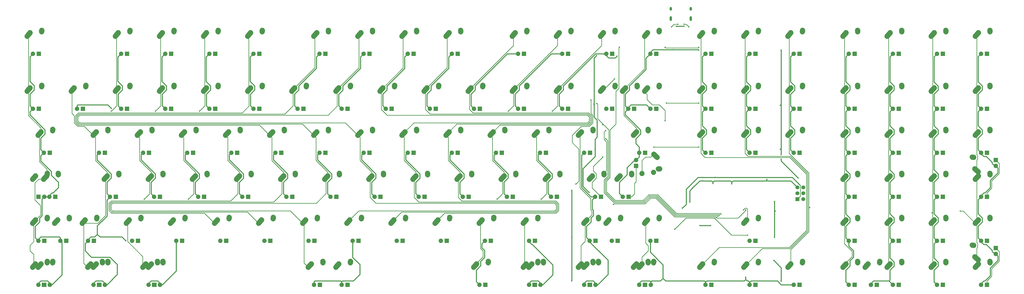
<source format=gtl>
G04 #@! TF.GenerationSoftware,KiCad,Pcbnew,(5.0.0)*
G04 #@! TF.CreationDate,2019-02-16T19:44:34-08:00*
G04 #@! TF.ProjectId,Voyager104,566F79616765723130342E6B69636164,rev?*
G04 #@! TF.SameCoordinates,Original*
G04 #@! TF.FileFunction,Copper,L1,Top,Signal*
G04 #@! TF.FilePolarity,Positive*
%FSLAX46Y46*%
G04 Gerber Fmt 4.6, Leading zero omitted, Abs format (unit mm)*
G04 Created by KiCad (PCBNEW (5.0.0)) date 02/16/19 19:44:34*
%MOMM*%
%LPD*%
G01*
G04 APERTURE LIST*
G04 #@! TA.AperFunction,ComponentPad*
%ADD10R,1.905000X1.905000*%
G04 #@! TD*
G04 #@! TA.AperFunction,ComponentPad*
%ADD11C,1.905000*%
G04 #@! TD*
G04 #@! TA.AperFunction,ComponentPad*
%ADD12C,2.250000*%
G04 #@! TD*
G04 #@! TA.AperFunction,Conductor*
%ADD13C,2.250000*%
G04 #@! TD*
G04 #@! TA.AperFunction,ComponentPad*
%ADD14O,1.000000X1.600000*%
G04 #@! TD*
G04 #@! TA.AperFunction,ComponentPad*
%ADD15O,1.000000X2.100000*%
G04 #@! TD*
G04 #@! TA.AperFunction,ComponentPad*
%ADD16C,1.700000*%
G04 #@! TD*
G04 #@! TA.AperFunction,ComponentPad*
%ADD17R,1.700000X1.700000*%
G04 #@! TD*
G04 #@! TA.AperFunction,ViaPad*
%ADD18C,0.600000*%
G04 #@! TD*
G04 #@! TA.AperFunction,Conductor*
%ADD19C,0.254000*%
G04 #@! TD*
G04 #@! TA.AperFunction,Conductor*
%ADD20C,0.381000*%
G04 #@! TD*
G04 APERTURE END LIST*
D10*
G04 #@! TO.P,MX_.1,4*
G04 #@! TO.N,Net-(MX_.1-Pad4)*
X244157500Y-125730000D03*
D11*
G04 #@! TO.P,MX_.1,3*
G04 #@! TO.N,+5V*
X241617500Y-125730000D03*
D12*
G04 #@! TO.P,MX_.1,1*
G04 #@! TO.N,COL10*
X240387500Y-116650000D03*
X239732501Y-117380000D03*
D13*
G04 #@! TD*
G04 #@! TO.N,COL10*
G04 #@! TO.C,MX_.1*
X239077500Y-118110000D02*
X240387502Y-116650000D01*
D12*
G04 #@! TO.P,MX_.1,2*
G04 #@! TO.N,Net-(D76-Pad2)*
X245427500Y-115570000D03*
X245407500Y-115860000D03*
D13*
G04 #@! TD*
G04 #@! TO.N,Net-(D76-Pad2)*
G04 #@! TO.C,MX_.1*
X245387500Y-116150000D02*
X245427500Y-115570000D01*
D10*
G04 #@! TO.P,MX_\002C1,4*
G04 #@! TO.N,Net-(MX_\002C1-Pad4)*
X225107500Y-125730000D03*
D11*
G04 #@! TO.P,MX_\002C1,3*
G04 #@! TO.N,+5V*
X222567500Y-125730000D03*
D12*
G04 #@! TO.P,MX_\002C1,1*
G04 #@! TO.N,COL9*
X221337500Y-116650000D03*
X220682501Y-117380000D03*
D13*
G04 #@! TD*
G04 #@! TO.N,COL9*
G04 #@! TO.C,MX_\002C1*
X220027500Y-118110000D02*
X221337502Y-116650000D01*
D12*
G04 #@! TO.P,MX_\002C1,2*
G04 #@! TO.N,Net-(D75-Pad2)*
X226377500Y-115570000D03*
X226357500Y-115860000D03*
D13*
G04 #@! TD*
G04 #@! TO.N,Net-(D75-Pad2)*
G04 #@! TO.C,MX_\002C1*
X226337500Y-116150000D02*
X226377500Y-115570000D01*
D12*
G04 #@! TO.P,MX_#1,2*
G04 #@! TO.N,Net-(D18-Pad2)*
X69195000Y-58710000D03*
D13*
G04 #@! TD*
G04 #@! TO.N,Net-(D18-Pad2)*
G04 #@! TO.C,MX_#1*
X69175000Y-59000000D02*
X69215000Y-58420000D01*
D12*
G04 #@! TO.P,MX_#1,2*
G04 #@! TO.N,Net-(D18-Pad2)*
X69215000Y-58420000D03*
G04 #@! TO.P,MX_#1,1*
G04 #@! TO.N,COL1*
X63520001Y-60230000D03*
D13*
G04 #@! TD*
G04 #@! TO.N,COL1*
G04 #@! TO.C,MX_#1*
X62865000Y-60960000D02*
X64175002Y-59500000D01*
D12*
G04 #@! TO.P,MX_#1,1*
G04 #@! TO.N,COL1*
X64175000Y-59500000D03*
D11*
G04 #@! TO.P,MX_#1,3*
G04 #@! TO.N,+5V*
X65405000Y-68580000D03*
D10*
G04 #@! TO.P,MX_#1,4*
G04 #@! TO.N,Net-(MX_#1-Pad4)*
X67945000Y-68580000D03*
G04 #@! TD*
G04 #@! TO.P,MX_#2,4*
G04 #@! TO.N,Net-(MX_#2-Pad4)*
X86995000Y-68580000D03*
D11*
G04 #@! TO.P,MX_#2,3*
G04 #@! TO.N,+5V*
X84455000Y-68580000D03*
D12*
G04 #@! TO.P,MX_#2,1*
G04 #@! TO.N,COL2*
X83225000Y-59500000D03*
X82570001Y-60230000D03*
D13*
G04 #@! TD*
G04 #@! TO.N,COL2*
G04 #@! TO.C,MX_#2*
X81915000Y-60960000D02*
X83225002Y-59500000D01*
D12*
G04 #@! TO.P,MX_#2,2*
G04 #@! TO.N,Net-(D19-Pad2)*
X88265000Y-58420000D03*
X88245000Y-58710000D03*
D13*
G04 #@! TD*
G04 #@! TO.N,Net-(D19-Pad2)*
G04 #@! TO.C,MX_#2*
X88225000Y-59000000D02*
X88265000Y-58420000D01*
D12*
G04 #@! TO.P,MX_#3,2*
G04 #@! TO.N,Net-(D20-Pad2)*
X107295000Y-58710000D03*
D13*
G04 #@! TD*
G04 #@! TO.N,Net-(D20-Pad2)*
G04 #@! TO.C,MX_#3*
X107275000Y-59000000D02*
X107315000Y-58420000D01*
D12*
G04 #@! TO.P,MX_#3,2*
G04 #@! TO.N,Net-(D20-Pad2)*
X107315000Y-58420000D03*
G04 #@! TO.P,MX_#3,1*
G04 #@! TO.N,COL3*
X101620001Y-60230000D03*
D13*
G04 #@! TD*
G04 #@! TO.N,COL3*
G04 #@! TO.C,MX_#3*
X100965000Y-60960000D02*
X102275002Y-59500000D01*
D12*
G04 #@! TO.P,MX_#3,1*
G04 #@! TO.N,COL3*
X102275000Y-59500000D03*
D11*
G04 #@! TO.P,MX_#3,3*
G04 #@! TO.N,+5V*
X103505000Y-68580000D03*
D10*
G04 #@! TO.P,MX_#3,4*
G04 #@! TO.N,Net-(MX_#3-Pad4)*
X106045000Y-68580000D03*
G04 #@! TD*
G04 #@! TO.P,MX_#4,4*
G04 #@! TO.N,Net-(MX_#4-Pad4)*
X125095000Y-68580000D03*
D11*
G04 #@! TO.P,MX_#4,3*
G04 #@! TO.N,+5V*
X122555000Y-68580000D03*
D12*
G04 #@! TO.P,MX_#4,1*
G04 #@! TO.N,COL4*
X121325000Y-59500000D03*
X120670001Y-60230000D03*
D13*
G04 #@! TD*
G04 #@! TO.N,COL4*
G04 #@! TO.C,MX_#4*
X120015000Y-60960000D02*
X121325002Y-59500000D01*
D12*
G04 #@! TO.P,MX_#4,2*
G04 #@! TO.N,Net-(D21-Pad2)*
X126365000Y-58420000D03*
X126345000Y-58710000D03*
D13*
G04 #@! TD*
G04 #@! TO.N,Net-(D21-Pad2)*
G04 #@! TO.C,MX_#4*
X126325000Y-59000000D02*
X126365000Y-58420000D01*
D10*
G04 #@! TO.P,MX_#5,4*
G04 #@! TO.N,Net-(MX_#5-Pad4)*
X144145000Y-68580000D03*
D11*
G04 #@! TO.P,MX_#5,3*
G04 #@! TO.N,+5V*
X141605000Y-68580000D03*
D12*
G04 #@! TO.P,MX_#5,1*
G04 #@! TO.N,COL5*
X140375000Y-59500000D03*
X139720001Y-60230000D03*
D13*
G04 #@! TD*
G04 #@! TO.N,COL5*
G04 #@! TO.C,MX_#5*
X139065000Y-60960000D02*
X140375002Y-59500000D01*
D12*
G04 #@! TO.P,MX_#5,2*
G04 #@! TO.N,Net-(D22-Pad2)*
X145415000Y-58420000D03*
X145395000Y-58710000D03*
D13*
G04 #@! TD*
G04 #@! TO.N,Net-(D22-Pad2)*
G04 #@! TO.C,MX_#5*
X145375000Y-59000000D02*
X145415000Y-58420000D01*
D10*
G04 #@! TO.P,MX_#6,4*
G04 #@! TO.N,Net-(MX_#6-Pad4)*
X163195000Y-68580000D03*
D11*
G04 #@! TO.P,MX_#6,3*
G04 #@! TO.N,+5V*
X160655000Y-68580000D03*
D12*
G04 #@! TO.P,MX_#6,1*
G04 #@! TO.N,COL6*
X159425000Y-59500000D03*
X158770001Y-60230000D03*
D13*
G04 #@! TD*
G04 #@! TO.N,COL6*
G04 #@! TO.C,MX_#6*
X158115000Y-60960000D02*
X159425002Y-59500000D01*
D12*
G04 #@! TO.P,MX_#6,2*
G04 #@! TO.N,Net-(D23-Pad2)*
X164465000Y-58420000D03*
X164445000Y-58710000D03*
D13*
G04 #@! TD*
G04 #@! TO.N,Net-(D23-Pad2)*
G04 #@! TO.C,MX_#6*
X164425000Y-59000000D02*
X164465000Y-58420000D01*
D10*
G04 #@! TO.P,MX_#7,4*
G04 #@! TO.N,Net-(MX_#7-Pad4)*
X182245000Y-68580000D03*
D11*
G04 #@! TO.P,MX_#7,3*
G04 #@! TO.N,+5V*
X179705000Y-68580000D03*
D12*
G04 #@! TO.P,MX_#7,1*
G04 #@! TO.N,COL7*
X178475000Y-59500000D03*
X177820001Y-60230000D03*
D13*
G04 #@! TD*
G04 #@! TO.N,COL7*
G04 #@! TO.C,MX_#7*
X177165000Y-60960000D02*
X178475002Y-59500000D01*
D12*
G04 #@! TO.P,MX_#7,2*
G04 #@! TO.N,Net-(D24-Pad2)*
X183515000Y-58420000D03*
X183495000Y-58710000D03*
D13*
G04 #@! TD*
G04 #@! TO.N,Net-(D24-Pad2)*
G04 #@! TO.C,MX_#7*
X183475000Y-59000000D02*
X183515000Y-58420000D01*
D12*
G04 #@! TO.P,MX_#8,2*
G04 #@! TO.N,Net-(D25-Pad2)*
X202545000Y-58710000D03*
D13*
G04 #@! TD*
G04 #@! TO.N,Net-(D25-Pad2)*
G04 #@! TO.C,MX_#8*
X202525000Y-59000000D02*
X202565000Y-58420000D01*
D12*
G04 #@! TO.P,MX_#8,2*
G04 #@! TO.N,Net-(D25-Pad2)*
X202565000Y-58420000D03*
G04 #@! TO.P,MX_#8,1*
G04 #@! TO.N,COL8*
X196870001Y-60230000D03*
D13*
G04 #@! TD*
G04 #@! TO.N,COL8*
G04 #@! TO.C,MX_#8*
X196215000Y-60960000D02*
X197525002Y-59500000D01*
D12*
G04 #@! TO.P,MX_#8,1*
G04 #@! TO.N,COL8*
X197525000Y-59500000D03*
D11*
G04 #@! TO.P,MX_#8,3*
G04 #@! TO.N,+5V*
X198755000Y-68580000D03*
D10*
G04 #@! TO.P,MX_#8,4*
G04 #@! TO.N,Net-(MX_#8-Pad4)*
X201295000Y-68580000D03*
G04 #@! TD*
D12*
G04 #@! TO.P,MX_#9,2*
G04 #@! TO.N,Net-(D26-Pad2)*
X221595000Y-58710000D03*
D13*
G04 #@! TD*
G04 #@! TO.N,Net-(D26-Pad2)*
G04 #@! TO.C,MX_#9*
X221575000Y-59000000D02*
X221615000Y-58420000D01*
D12*
G04 #@! TO.P,MX_#9,2*
G04 #@! TO.N,Net-(D26-Pad2)*
X221615000Y-58420000D03*
G04 #@! TO.P,MX_#9,1*
G04 #@! TO.N,COL9*
X215920001Y-60230000D03*
D13*
G04 #@! TD*
G04 #@! TO.N,COL9*
G04 #@! TO.C,MX_#9*
X215265000Y-60960000D02*
X216575002Y-59500000D01*
D12*
G04 #@! TO.P,MX_#9,1*
G04 #@! TO.N,COL9*
X216575000Y-59500000D03*
D11*
G04 #@! TO.P,MX_#9,3*
G04 #@! TO.N,+5V*
X217805000Y-68580000D03*
D10*
G04 #@! TO.P,MX_#9,4*
G04 #@! TO.N,Net-(MX_#9-Pad4)*
X220345000Y-68580000D03*
G04 #@! TD*
D12*
G04 #@! TO.P,MX_#0_1,2*
G04 #@! TO.N,Net-(D27-Pad2)*
X240645000Y-58710000D03*
D13*
G04 #@! TD*
G04 #@! TO.N,Net-(D27-Pad2)*
G04 #@! TO.C,MX_#0_1*
X240625000Y-59000000D02*
X240665000Y-58420000D01*
D12*
G04 #@! TO.P,MX_#0_1,2*
G04 #@! TO.N,Net-(D27-Pad2)*
X240665000Y-58420000D03*
G04 #@! TO.P,MX_#0_1,1*
G04 #@! TO.N,COL10*
X234970001Y-60230000D03*
D13*
G04 #@! TD*
G04 #@! TO.N,COL10*
G04 #@! TO.C,MX_#0_1*
X234315000Y-60960000D02*
X235625002Y-59500000D01*
D12*
G04 #@! TO.P,MX_#0_1,1*
G04 #@! TO.N,COL10*
X235625000Y-59500000D03*
D11*
G04 #@! TO.P,MX_#0_1,3*
G04 #@! TO.N,+5V*
X236855000Y-68580000D03*
D10*
G04 #@! TO.P,MX_#0_1,4*
G04 #@! TO.N,Net-(MX_#0_1-Pad4)*
X239395000Y-68580000D03*
G04 #@! TD*
G04 #@! TO.P,MX_'1,4*
G04 #@! TO.N,Net-(MX_'1-Pad4)*
X272732500Y-106680000D03*
D11*
G04 #@! TO.P,MX_'1,3*
G04 #@! TO.N,+5V*
X270192500Y-106680000D03*
D12*
G04 #@! TO.P,MX_'1,1*
G04 #@! TO.N,COL11*
X268962500Y-97600000D03*
X268307501Y-98330000D03*
D13*
G04 #@! TD*
G04 #@! TO.N,COL11*
G04 #@! TO.C,MX_'1*
X267652500Y-99060000D02*
X268962502Y-97600000D01*
D12*
G04 #@! TO.P,MX_'1,2*
G04 #@! TO.N,Net-(D63-Pad2)*
X274002500Y-96520000D03*
X273982500Y-96810000D03*
D13*
G04 #@! TD*
G04 #@! TO.N,Net-(D63-Pad2)*
G04 #@! TO.C,MX_'1*
X273962500Y-97100000D02*
X274002500Y-96520000D01*
D12*
G04 #@! TO.P,MX_-1,2*
G04 #@! TO.N,Net-(D28-Pad2)*
X259695000Y-58710000D03*
D13*
G04 #@! TD*
G04 #@! TO.N,Net-(D28-Pad2)*
G04 #@! TO.C,MX_-1*
X259675000Y-59000000D02*
X259715000Y-58420000D01*
D12*
G04 #@! TO.P,MX_-1,2*
G04 #@! TO.N,Net-(D28-Pad2)*
X259715000Y-58420000D03*
G04 #@! TO.P,MX_-1,1*
G04 #@! TO.N,COL11*
X254020001Y-60230000D03*
D13*
G04 #@! TD*
G04 #@! TO.N,COL11*
G04 #@! TO.C,MX_-1*
X253365000Y-60960000D02*
X254675002Y-59500000D01*
D12*
G04 #@! TO.P,MX_-1,1*
G04 #@! TO.N,COL11*
X254675000Y-59500000D03*
D11*
G04 #@! TO.P,MX_-1,3*
G04 #@! TO.N,+5V*
X255905000Y-68580000D03*
D10*
G04 #@! TO.P,MX_-1,4*
G04 #@! TO.N,Net-(MX_-1-Pad4)*
X258445000Y-68580000D03*
G04 #@! TD*
G04 #@! TO.P,MX_/1,4*
G04 #@! TO.N,Net-(MX_/1-Pad4)*
X263207500Y-125730000D03*
D11*
G04 #@! TO.P,MX_/1,3*
G04 #@! TO.N,+5V*
X260667500Y-125730000D03*
D12*
G04 #@! TO.P,MX_/1,1*
G04 #@! TO.N,COL11*
X259437500Y-116650000D03*
X258782501Y-117380000D03*
D13*
G04 #@! TD*
G04 #@! TO.N,COL11*
G04 #@! TO.C,MX_/1*
X258127500Y-118110000D02*
X259437502Y-116650000D01*
D12*
G04 #@! TO.P,MX_/1,2*
G04 #@! TO.N,Net-(D77-Pad2)*
X264477500Y-115570000D03*
X264457500Y-115860000D03*
D13*
G04 #@! TD*
G04 #@! TO.N,Net-(D77-Pad2)*
G04 #@! TO.C,MX_/1*
X264437500Y-116150000D02*
X264477500Y-115570000D01*
D12*
G04 #@! TO.P,MX_;1,2*
G04 #@! TO.N,Net-(D62-Pad2)*
X254932500Y-96810000D03*
D13*
G04 #@! TD*
G04 #@! TO.N,Net-(D62-Pad2)*
G04 #@! TO.C,MX_;1*
X254912500Y-97100000D02*
X254952500Y-96520000D01*
D12*
G04 #@! TO.P,MX_;1,2*
G04 #@! TO.N,Net-(D62-Pad2)*
X254952500Y-96520000D03*
G04 #@! TO.P,MX_;1,1*
G04 #@! TO.N,COL10*
X249257501Y-98330000D03*
D13*
G04 #@! TD*
G04 #@! TO.N,COL10*
G04 #@! TO.C,MX_;1*
X248602500Y-99060000D02*
X249912502Y-97600000D01*
D12*
G04 #@! TO.P,MX_;1,1*
G04 #@! TO.N,COL10*
X249912500Y-97600000D03*
D11*
G04 #@! TO.P,MX_;1,3*
G04 #@! TO.N,+5V*
X251142500Y-106680000D03*
D10*
G04 #@! TO.P,MX_;1,4*
G04 #@! TO.N,Net-(MX_;1-Pad4)*
X253682500Y-106680000D03*
G04 #@! TD*
D12*
G04 #@! TO.P,MX_=1,2*
G04 #@! TO.N,Net-(D29-Pad2)*
X278745000Y-58710000D03*
D13*
G04 #@! TD*
G04 #@! TO.N,Net-(D29-Pad2)*
G04 #@! TO.C,MX_=1*
X278725000Y-59000000D02*
X278765000Y-58420000D01*
D12*
G04 #@! TO.P,MX_=1,2*
G04 #@! TO.N,Net-(D29-Pad2)*
X278765000Y-58420000D03*
G04 #@! TO.P,MX_=1,1*
G04 #@! TO.N,COL12*
X273070001Y-60230000D03*
D13*
G04 #@! TD*
G04 #@! TO.N,COL12*
G04 #@! TO.C,MX_=1*
X272415000Y-60960000D02*
X273725002Y-59500000D01*
D12*
G04 #@! TO.P,MX_=1,1*
G04 #@! TO.N,COL12*
X273725000Y-59500000D03*
D11*
G04 #@! TO.P,MX_=1,3*
G04 #@! TO.N,+5V*
X274955000Y-68580000D03*
D10*
G04 #@! TO.P,MX_=1,4*
G04 #@! TO.N,Net-(MX_=1-Pad4)*
X277495000Y-68580000D03*
G04 #@! TD*
D12*
G04 #@! TO.P,MX_[1,2*
G04 #@! TO.N,Net-(D46-Pad2)*
X269220000Y-77760000D03*
D13*
G04 #@! TD*
G04 #@! TO.N,Net-(D46-Pad2)*
G04 #@! TO.C,MX_[1*
X269200000Y-78050000D02*
X269240000Y-77470000D01*
D12*
G04 #@! TO.P,MX_[1,2*
G04 #@! TO.N,Net-(D46-Pad2)*
X269240000Y-77470000D03*
G04 #@! TO.P,MX_[1,1*
G04 #@! TO.N,COL11*
X263545001Y-79280000D03*
D13*
G04 #@! TD*
G04 #@! TO.N,COL11*
G04 #@! TO.C,MX_[1*
X262890000Y-80010000D02*
X264200002Y-78550000D01*
D12*
G04 #@! TO.P,MX_[1,1*
G04 #@! TO.N,COL11*
X264200000Y-78550000D03*
D11*
G04 #@! TO.P,MX_[1,3*
G04 #@! TO.N,+5V*
X265430000Y-87630000D03*
D10*
G04 #@! TO.P,MX_[1,4*
G04 #@! TO.N,Net-(MX_[1-Pad4)*
X267970000Y-87630000D03*
G04 #@! TD*
G04 #@! TO.P,MX_\005C1,4*
G04 #@! TO.N,Net-(MX_\005C1-Pad4)*
X310832500Y-87630000D03*
D11*
G04 #@! TO.P,MX_\005C1,3*
G04 #@! TO.N,+5V*
X308292500Y-87630000D03*
D12*
G04 #@! TO.P,MX_\005C1,1*
G04 #@! TO.N,COL13*
X307062500Y-78550000D03*
X306407501Y-79280000D03*
D13*
G04 #@! TD*
G04 #@! TO.N,COL13*
G04 #@! TO.C,MX_\005C1*
X305752500Y-80010000D02*
X307062502Y-78550000D01*
D12*
G04 #@! TO.P,MX_\005C1,2*
G04 #@! TO.N,Net-(D48-Pad2)*
X312102500Y-77470000D03*
X312082500Y-77760000D03*
D13*
G04 #@! TD*
G04 #@! TO.N,Net-(D48-Pad2)*
G04 #@! TO.C,MX_\005C1*
X312062500Y-78050000D02*
X312102500Y-77470000D01*
D10*
G04 #@! TO.P,MX_]1,4*
G04 #@! TO.N,Net-(MX_]1-Pad4)*
X287020000Y-87630000D03*
D11*
G04 #@! TO.P,MX_]1,3*
G04 #@! TO.N,+5V*
X284480000Y-87630000D03*
D12*
G04 #@! TO.P,MX_]1,1*
G04 #@! TO.N,COL12*
X283250000Y-78550000D03*
X282595001Y-79280000D03*
D13*
G04 #@! TD*
G04 #@! TO.N,COL12*
G04 #@! TO.C,MX_]1*
X281940000Y-80010000D02*
X283250002Y-78550000D01*
D12*
G04 #@! TO.P,MX_]1,2*
G04 #@! TO.N,Net-(D47-Pad2)*
X288290000Y-77470000D03*
X288270000Y-77760000D03*
D13*
G04 #@! TD*
G04 #@! TO.N,Net-(D47-Pad2)*
G04 #@! TO.C,MX_]1*
X288250000Y-78050000D02*
X288290000Y-77470000D01*
D12*
G04 #@! TO.P,MX_`1,2*
G04 #@! TO.N,Net-(D17-Pad2)*
X50145000Y-58710000D03*
D13*
G04 #@! TD*
G04 #@! TO.N,Net-(D17-Pad2)*
G04 #@! TO.C,MX_`1*
X50125000Y-59000000D02*
X50165000Y-58420000D01*
D12*
G04 #@! TO.P,MX_`1,2*
G04 #@! TO.N,Net-(D17-Pad2)*
X50165000Y-58420000D03*
G04 #@! TO.P,MX_`1,1*
G04 #@! TO.N,COL0*
X44470001Y-60230000D03*
D13*
G04 #@! TD*
G04 #@! TO.N,COL0*
G04 #@! TO.C,MX_`1*
X43815000Y-60960000D02*
X45125002Y-59500000D01*
D12*
G04 #@! TO.P,MX_`1,1*
G04 #@! TO.N,COL0*
X45125000Y-59500000D03*
D11*
G04 #@! TO.P,MX_`1,3*
G04 #@! TO.N,+5V*
X46355000Y-68580000D03*
D10*
G04 #@! TO.P,MX_`1,4*
G04 #@! TO.N,Net-(MX_`1-Pad4)*
X48895000Y-68580000D03*
G04 #@! TD*
D12*
G04 #@! TO.P,MX_A1,2*
G04 #@! TO.N,Net-(D53-Pad2)*
X83482500Y-96810000D03*
D13*
G04 #@! TD*
G04 #@! TO.N,Net-(D53-Pad2)*
G04 #@! TO.C,MX_A1*
X83462500Y-97100000D02*
X83502500Y-96520000D01*
D12*
G04 #@! TO.P,MX_A1,2*
G04 #@! TO.N,Net-(D53-Pad2)*
X83502500Y-96520000D03*
G04 #@! TO.P,MX_A1,1*
G04 #@! TO.N,COL1*
X77807501Y-98330000D03*
D13*
G04 #@! TD*
G04 #@! TO.N,COL1*
G04 #@! TO.C,MX_A1*
X77152500Y-99060000D02*
X78462502Y-97600000D01*
D12*
G04 #@! TO.P,MX_A1,1*
G04 #@! TO.N,COL1*
X78462500Y-97600000D03*
D11*
G04 #@! TO.P,MX_A1,3*
G04 #@! TO.N,+5V*
X79692500Y-106680000D03*
D10*
G04 #@! TO.P,MX_A1,4*
G04 #@! TO.N,Net-(MX_A1-Pad4)*
X82232500Y-106680000D03*
G04 #@! TD*
D12*
G04 #@! TO.P,MX_B1,2*
G04 #@! TO.N,Net-(D72-Pad2)*
X169207500Y-115860000D03*
D13*
G04 #@! TD*
G04 #@! TO.N,Net-(D72-Pad2)*
G04 #@! TO.C,MX_B1*
X169187500Y-116150000D02*
X169227500Y-115570000D01*
D12*
G04 #@! TO.P,MX_B1,2*
G04 #@! TO.N,Net-(D72-Pad2)*
X169227500Y-115570000D03*
G04 #@! TO.P,MX_B1,1*
G04 #@! TO.N,COL6*
X163532501Y-117380000D03*
D13*
G04 #@! TD*
G04 #@! TO.N,COL6*
G04 #@! TO.C,MX_B1*
X162877500Y-118110000D02*
X164187502Y-116650000D01*
D12*
G04 #@! TO.P,MX_B1,1*
G04 #@! TO.N,COL6*
X164187500Y-116650000D03*
D11*
G04 #@! TO.P,MX_B1,3*
G04 #@! TO.N,+5V*
X165417500Y-125730000D03*
D10*
G04 #@! TO.P,MX_B1,4*
G04 #@! TO.N,Net-(MX_B1-Pad4)*
X167957500Y-125730000D03*
G04 #@! TD*
D12*
G04 #@! TO.P,MX_C1,2*
G04 #@! TO.N,Net-(D70-Pad2)*
X131107500Y-115860000D03*
D13*
G04 #@! TD*
G04 #@! TO.N,Net-(D70-Pad2)*
G04 #@! TO.C,MX_C1*
X131087500Y-116150000D02*
X131127500Y-115570000D01*
D12*
G04 #@! TO.P,MX_C1,2*
G04 #@! TO.N,Net-(D70-Pad2)*
X131127500Y-115570000D03*
G04 #@! TO.P,MX_C1,1*
G04 #@! TO.N,COL4*
X125432501Y-117380000D03*
D13*
G04 #@! TD*
G04 #@! TO.N,COL4*
G04 #@! TO.C,MX_C1*
X124777500Y-118110000D02*
X126087502Y-116650000D01*
D12*
G04 #@! TO.P,MX_C1,1*
G04 #@! TO.N,COL4*
X126087500Y-116650000D03*
D11*
G04 #@! TO.P,MX_C1,3*
G04 #@! TO.N,+5V*
X127317500Y-125730000D03*
D10*
G04 #@! TO.P,MX_C1,4*
G04 #@! TO.N,Net-(MX_C1-Pad4)*
X129857500Y-125730000D03*
G04 #@! TD*
G04 #@! TO.P,MX_D1,4*
G04 #@! TO.N,Net-(MX_D1-Pad4)*
X120332500Y-106680000D03*
D11*
G04 #@! TO.P,MX_D1,3*
G04 #@! TO.N,+5V*
X117792500Y-106680000D03*
D12*
G04 #@! TO.P,MX_D1,1*
G04 #@! TO.N,COL3*
X116562500Y-97600000D03*
X115907501Y-98330000D03*
D13*
G04 #@! TD*
G04 #@! TO.N,COL3*
G04 #@! TO.C,MX_D1*
X115252500Y-99060000D02*
X116562502Y-97600000D01*
D12*
G04 #@! TO.P,MX_D1,2*
G04 #@! TO.N,Net-(D55-Pad2)*
X121602500Y-96520000D03*
X121582500Y-96810000D03*
D13*
G04 #@! TD*
G04 #@! TO.N,Net-(D55-Pad2)*
G04 #@! TO.C,MX_D1*
X121562500Y-97100000D02*
X121602500Y-96520000D01*
D12*
G04 #@! TO.P,MX_E1,2*
G04 #@! TO.N,Net-(D38-Pad2)*
X116820000Y-77760000D03*
D13*
G04 #@! TD*
G04 #@! TO.N,Net-(D38-Pad2)*
G04 #@! TO.C,MX_E1*
X116800000Y-78050000D02*
X116840000Y-77470000D01*
D12*
G04 #@! TO.P,MX_E1,2*
G04 #@! TO.N,Net-(D38-Pad2)*
X116840000Y-77470000D03*
G04 #@! TO.P,MX_E1,1*
G04 #@! TO.N,COL3*
X111145001Y-79280000D03*
D13*
G04 #@! TD*
G04 #@! TO.N,COL3*
G04 #@! TO.C,MX_E1*
X110490000Y-80010000D02*
X111800002Y-78550000D01*
D12*
G04 #@! TO.P,MX_E1,1*
G04 #@! TO.N,COL3*
X111800000Y-78550000D03*
D11*
G04 #@! TO.P,MX_E1,3*
G04 #@! TO.N,+5V*
X113030000Y-87630000D03*
D10*
G04 #@! TO.P,MX_E1,4*
G04 #@! TO.N,Net-(MX_E1-Pad4)*
X115570000Y-87630000D03*
G04 #@! TD*
D12*
G04 #@! TO.P,MX_ESC1,2*
G04 #@! TO.N,Net-(D1-Pad2)*
X50145000Y-34897500D03*
D13*
G04 #@! TD*
G04 #@! TO.N,Net-(D1-Pad2)*
G04 #@! TO.C,MX_ESC1*
X50125000Y-35187500D02*
X50165000Y-34607500D01*
D12*
G04 #@! TO.P,MX_ESC1,2*
G04 #@! TO.N,Net-(D1-Pad2)*
X50165000Y-34607500D03*
G04 #@! TO.P,MX_ESC1,1*
G04 #@! TO.N,COL0*
X44470001Y-36417500D03*
D13*
G04 #@! TD*
G04 #@! TO.N,COL0*
G04 #@! TO.C,MX_ESC1*
X43815000Y-37147500D02*
X45125002Y-35687500D01*
D12*
G04 #@! TO.P,MX_ESC1,1*
G04 #@! TO.N,COL0*
X45125000Y-35687500D03*
D11*
G04 #@! TO.P,MX_ESC1,3*
G04 #@! TO.N,+5V*
X46355000Y-44767500D03*
D10*
G04 #@! TO.P,MX_ESC1,4*
G04 #@! TO.N,Net-(MX_ESC1-Pad4)*
X48895000Y-44767500D03*
G04 #@! TD*
D12*
G04 #@! TO.P,MX_F1,2*
G04 #@! TO.N,Net-(D56-Pad2)*
X140632500Y-96810000D03*
D13*
G04 #@! TD*
G04 #@! TO.N,Net-(D56-Pad2)*
G04 #@! TO.C,MX_F1*
X140612500Y-97100000D02*
X140652500Y-96520000D01*
D12*
G04 #@! TO.P,MX_F1,2*
G04 #@! TO.N,Net-(D56-Pad2)*
X140652500Y-96520000D03*
G04 #@! TO.P,MX_F1,1*
G04 #@! TO.N,COL4*
X134957501Y-98330000D03*
D13*
G04 #@! TD*
G04 #@! TO.N,COL4*
G04 #@! TO.C,MX_F1*
X134302500Y-99060000D02*
X135612502Y-97600000D01*
D12*
G04 #@! TO.P,MX_F1,1*
G04 #@! TO.N,COL4*
X135612500Y-97600000D03*
D11*
G04 #@! TO.P,MX_F1,3*
G04 #@! TO.N,+5V*
X136842500Y-106680000D03*
D10*
G04 #@! TO.P,MX_F1,4*
G04 #@! TO.N,Net-(MX_F1-Pad4)*
X139382500Y-106680000D03*
G04 #@! TD*
G04 #@! TO.P,MX_FN1,4*
G04 #@! TO.N,Net-(MX_FN1-Pad4)*
X86995000Y-44767500D03*
D11*
G04 #@! TO.P,MX_FN1,3*
G04 #@! TO.N,+5V*
X84455000Y-44767500D03*
D12*
G04 #@! TO.P,MX_FN1,1*
G04 #@! TO.N,COL2*
X83225000Y-35687500D03*
X82570001Y-36417500D03*
D13*
G04 #@! TD*
G04 #@! TO.N,COL2*
G04 #@! TO.C,MX_FN1*
X81915000Y-37147500D02*
X83225002Y-35687500D01*
D12*
G04 #@! TO.P,MX_FN1,2*
G04 #@! TO.N,Net-(D2-Pad2)*
X88265000Y-34607500D03*
X88245000Y-34897500D03*
D13*
G04 #@! TD*
G04 #@! TO.N,Net-(D2-Pad2)*
G04 #@! TO.C,MX_FN1*
X88225000Y-35187500D02*
X88265000Y-34607500D01*
D12*
G04 #@! TO.P,MX_FN2,2*
G04 #@! TO.N,Net-(D3-Pad2)*
X107295000Y-34897500D03*
D13*
G04 #@! TD*
G04 #@! TO.N,Net-(D3-Pad2)*
G04 #@! TO.C,MX_FN2*
X107275000Y-35187500D02*
X107315000Y-34607500D01*
D12*
G04 #@! TO.P,MX_FN2,2*
G04 #@! TO.N,Net-(D3-Pad2)*
X107315000Y-34607500D03*
G04 #@! TO.P,MX_FN2,1*
G04 #@! TO.N,COL3*
X101620001Y-36417500D03*
D13*
G04 #@! TD*
G04 #@! TO.N,COL3*
G04 #@! TO.C,MX_FN2*
X100965000Y-37147500D02*
X102275002Y-35687500D01*
D12*
G04 #@! TO.P,MX_FN2,1*
G04 #@! TO.N,COL3*
X102275000Y-35687500D03*
D11*
G04 #@! TO.P,MX_FN2,3*
G04 #@! TO.N,+5V*
X103505000Y-44767500D03*
D10*
G04 #@! TO.P,MX_FN2,4*
G04 #@! TO.N,Net-(MX_FN2-Pad4)*
X106045000Y-44767500D03*
G04 #@! TD*
D12*
G04 #@! TO.P,MX_FN3,2*
G04 #@! TO.N,Net-(D4-Pad2)*
X126345000Y-34897500D03*
D13*
G04 #@! TD*
G04 #@! TO.N,Net-(D4-Pad2)*
G04 #@! TO.C,MX_FN3*
X126325000Y-35187500D02*
X126365000Y-34607500D01*
D12*
G04 #@! TO.P,MX_FN3,2*
G04 #@! TO.N,Net-(D4-Pad2)*
X126365000Y-34607500D03*
G04 #@! TO.P,MX_FN3,1*
G04 #@! TO.N,COL4*
X120670001Y-36417500D03*
D13*
G04 #@! TD*
G04 #@! TO.N,COL4*
G04 #@! TO.C,MX_FN3*
X120015000Y-37147500D02*
X121325002Y-35687500D01*
D12*
G04 #@! TO.P,MX_FN3,1*
G04 #@! TO.N,COL4*
X121325000Y-35687500D03*
D11*
G04 #@! TO.P,MX_FN3,3*
G04 #@! TO.N,+5V*
X122555000Y-44767500D03*
D10*
G04 #@! TO.P,MX_FN3,4*
G04 #@! TO.N,Net-(MX_FN3-Pad4)*
X125095000Y-44767500D03*
G04 #@! TD*
D12*
G04 #@! TO.P,MX_FN4,2*
G04 #@! TO.N,Net-(D5-Pad2)*
X145395000Y-34897500D03*
D13*
G04 #@! TD*
G04 #@! TO.N,Net-(D5-Pad2)*
G04 #@! TO.C,MX_FN4*
X145375000Y-35187500D02*
X145415000Y-34607500D01*
D12*
G04 #@! TO.P,MX_FN4,2*
G04 #@! TO.N,Net-(D5-Pad2)*
X145415000Y-34607500D03*
G04 #@! TO.P,MX_FN4,1*
G04 #@! TO.N,COL5*
X139720001Y-36417500D03*
D13*
G04 #@! TD*
G04 #@! TO.N,COL5*
G04 #@! TO.C,MX_FN4*
X139065000Y-37147500D02*
X140375002Y-35687500D01*
D12*
G04 #@! TO.P,MX_FN4,1*
G04 #@! TO.N,COL5*
X140375000Y-35687500D03*
D11*
G04 #@! TO.P,MX_FN4,3*
G04 #@! TO.N,+5V*
X141605000Y-44767500D03*
D10*
G04 #@! TO.P,MX_FN4,4*
G04 #@! TO.N,Net-(MX_FN4-Pad4)*
X144145000Y-44767500D03*
G04 #@! TD*
D12*
G04 #@! TO.P,MX_FN5,2*
G04 #@! TO.N,Net-(D6-Pad2)*
X173970000Y-34897500D03*
D13*
G04 #@! TD*
G04 #@! TO.N,Net-(D6-Pad2)*
G04 #@! TO.C,MX_FN5*
X173950000Y-35187500D02*
X173990000Y-34607500D01*
D12*
G04 #@! TO.P,MX_FN5,2*
G04 #@! TO.N,Net-(D6-Pad2)*
X173990000Y-34607500D03*
G04 #@! TO.P,MX_FN5,1*
G04 #@! TO.N,COL6*
X168295001Y-36417500D03*
D13*
G04 #@! TD*
G04 #@! TO.N,COL6*
G04 #@! TO.C,MX_FN5*
X167640000Y-37147500D02*
X168950002Y-35687500D01*
D12*
G04 #@! TO.P,MX_FN5,1*
G04 #@! TO.N,COL6*
X168950000Y-35687500D03*
D11*
G04 #@! TO.P,MX_FN5,3*
G04 #@! TO.N,+5V*
X170180000Y-44767500D03*
D10*
G04 #@! TO.P,MX_FN5,4*
G04 #@! TO.N,Net-(MX_FN5-Pad4)*
X172720000Y-44767500D03*
G04 #@! TD*
G04 #@! TO.P,MX_FN6,4*
G04 #@! TO.N,Net-(MX_FN6-Pad4)*
X191770000Y-44767500D03*
D11*
G04 #@! TO.P,MX_FN6,3*
G04 #@! TO.N,+5V*
X189230000Y-44767500D03*
D12*
G04 #@! TO.P,MX_FN6,1*
G04 #@! TO.N,COL7*
X188000000Y-35687500D03*
X187345001Y-36417500D03*
D13*
G04 #@! TD*
G04 #@! TO.N,COL7*
G04 #@! TO.C,MX_FN6*
X186690000Y-37147500D02*
X188000002Y-35687500D01*
D12*
G04 #@! TO.P,MX_FN6,2*
G04 #@! TO.N,Net-(D7-Pad2)*
X193040000Y-34607500D03*
X193020000Y-34897500D03*
D13*
G04 #@! TD*
G04 #@! TO.N,Net-(D7-Pad2)*
G04 #@! TO.C,MX_FN6*
X193000000Y-35187500D02*
X193040000Y-34607500D01*
D12*
G04 #@! TO.P,MX_FN7,2*
G04 #@! TO.N,Net-(D8-Pad2)*
X212070000Y-34897500D03*
D13*
G04 #@! TD*
G04 #@! TO.N,Net-(D8-Pad2)*
G04 #@! TO.C,MX_FN7*
X212050000Y-35187500D02*
X212090000Y-34607500D01*
D12*
G04 #@! TO.P,MX_FN7,2*
G04 #@! TO.N,Net-(D8-Pad2)*
X212090000Y-34607500D03*
G04 #@! TO.P,MX_FN7,1*
G04 #@! TO.N,COL8*
X206395001Y-36417500D03*
D13*
G04 #@! TD*
G04 #@! TO.N,COL8*
G04 #@! TO.C,MX_FN7*
X205740000Y-37147500D02*
X207050002Y-35687500D01*
D12*
G04 #@! TO.P,MX_FN7,1*
G04 #@! TO.N,COL8*
X207050000Y-35687500D03*
D11*
G04 #@! TO.P,MX_FN7,3*
G04 #@! TO.N,+5V*
X208280000Y-44767500D03*
D10*
G04 #@! TO.P,MX_FN7,4*
G04 #@! TO.N,Net-(MX_FN7-Pad4)*
X210820000Y-44767500D03*
G04 #@! TD*
D12*
G04 #@! TO.P,MX_FN8,2*
G04 #@! TO.N,Net-(D9-Pad2)*
X231120000Y-34897500D03*
D13*
G04 #@! TD*
G04 #@! TO.N,Net-(D9-Pad2)*
G04 #@! TO.C,MX_FN8*
X231100000Y-35187500D02*
X231140000Y-34607500D01*
D12*
G04 #@! TO.P,MX_FN8,2*
G04 #@! TO.N,Net-(D9-Pad2)*
X231140000Y-34607500D03*
G04 #@! TO.P,MX_FN8,1*
G04 #@! TO.N,COL9*
X225445001Y-36417500D03*
D13*
G04 #@! TD*
G04 #@! TO.N,COL9*
G04 #@! TO.C,MX_FN8*
X224790000Y-37147500D02*
X226100002Y-35687500D01*
D12*
G04 #@! TO.P,MX_FN8,1*
G04 #@! TO.N,COL9*
X226100000Y-35687500D03*
D11*
G04 #@! TO.P,MX_FN8,3*
G04 #@! TO.N,+5V*
X227330000Y-44767500D03*
D10*
G04 #@! TO.P,MX_FN8,4*
G04 #@! TO.N,Net-(MX_FN8-Pad4)*
X229870000Y-44767500D03*
G04 #@! TD*
G04 #@! TO.P,MX_FN9,4*
G04 #@! TO.N,Net-(MX_FN9-Pad4)*
X258445000Y-44767500D03*
D11*
G04 #@! TO.P,MX_FN9,3*
G04 #@! TO.N,+5V*
X255905000Y-44767500D03*
D12*
G04 #@! TO.P,MX_FN9,1*
G04 #@! TO.N,COL10*
X254675000Y-35687500D03*
X254020001Y-36417500D03*
D13*
G04 #@! TD*
G04 #@! TO.N,COL10*
G04 #@! TO.C,MX_FN9*
X253365000Y-37147500D02*
X254675002Y-35687500D01*
D12*
G04 #@! TO.P,MX_FN9,2*
G04 #@! TO.N,Net-(D10-Pad2)*
X259715000Y-34607500D03*
X259695000Y-34897500D03*
D13*
G04 #@! TD*
G04 #@! TO.N,Net-(D10-Pad2)*
G04 #@! TO.C,MX_FN9*
X259675000Y-35187500D02*
X259715000Y-34607500D01*
D10*
G04 #@! TO.P,MX_FN10,4*
G04 #@! TO.N,Net-(MX_FN10-Pad4)*
X277495000Y-44767500D03*
D11*
G04 #@! TO.P,MX_FN10,3*
G04 #@! TO.N,+5V*
X274955000Y-44767500D03*
D12*
G04 #@! TO.P,MX_FN10,1*
G04 #@! TO.N,COL11*
X273725000Y-35687500D03*
X273070001Y-36417500D03*
D13*
G04 #@! TD*
G04 #@! TO.N,COL11*
G04 #@! TO.C,MX_FN10*
X272415000Y-37147500D02*
X273725002Y-35687500D01*
D12*
G04 #@! TO.P,MX_FN10,2*
G04 #@! TO.N,Net-(D11-Pad2)*
X278765000Y-34607500D03*
X278745000Y-34897500D03*
D13*
G04 #@! TD*
G04 #@! TO.N,Net-(D11-Pad2)*
G04 #@! TO.C,MX_FN10*
X278725000Y-35187500D02*
X278765000Y-34607500D01*
D10*
G04 #@! TO.P,MX_FN11,4*
G04 #@! TO.N,Net-(MX_FN11-Pad4)*
X296545000Y-44767500D03*
D11*
G04 #@! TO.P,MX_FN11,3*
G04 #@! TO.N,+5V*
X294005000Y-44767500D03*
D12*
G04 #@! TO.P,MX_FN11,1*
G04 #@! TO.N,COL12*
X292775000Y-35687500D03*
X292120001Y-36417500D03*
D13*
G04 #@! TD*
G04 #@! TO.N,COL12*
G04 #@! TO.C,MX_FN11*
X291465000Y-37147500D02*
X292775002Y-35687500D01*
D12*
G04 #@! TO.P,MX_FN11,2*
G04 #@! TO.N,Net-(D12-Pad2)*
X297815000Y-34607500D03*
X297795000Y-34897500D03*
D13*
G04 #@! TD*
G04 #@! TO.N,Net-(D12-Pad2)*
G04 #@! TO.C,MX_FN11*
X297775000Y-35187500D02*
X297815000Y-34607500D01*
D10*
G04 #@! TO.P,MX_FN12,4*
G04 #@! TO.N,Net-(MX_FN12-Pad4)*
X315595000Y-44767500D03*
D11*
G04 #@! TO.P,MX_FN12,3*
G04 #@! TO.N,+5V*
X313055000Y-44767500D03*
D12*
G04 #@! TO.P,MX_FN12,1*
G04 #@! TO.N,COL13*
X311825000Y-35687500D03*
X311170001Y-36417500D03*
D13*
G04 #@! TD*
G04 #@! TO.N,COL13*
G04 #@! TO.C,MX_FN12*
X310515000Y-37147500D02*
X311825002Y-35687500D01*
D12*
G04 #@! TO.P,MX_FN12,2*
G04 #@! TO.N,Net-(D13-Pad2)*
X316865000Y-34607500D03*
X316845000Y-34897500D03*
D13*
G04 #@! TD*
G04 #@! TO.N,Net-(D13-Pad2)*
G04 #@! TO.C,MX_FN12*
X316825000Y-35187500D02*
X316865000Y-34607500D01*
D12*
G04 #@! TO.P,MX_G1,2*
G04 #@! TO.N,Net-(D57-Pad2)*
X159682500Y-96810000D03*
D13*
G04 #@! TD*
G04 #@! TO.N,Net-(D57-Pad2)*
G04 #@! TO.C,MX_G1*
X159662500Y-97100000D02*
X159702500Y-96520000D01*
D12*
G04 #@! TO.P,MX_G1,2*
G04 #@! TO.N,Net-(D57-Pad2)*
X159702500Y-96520000D03*
G04 #@! TO.P,MX_G1,1*
G04 #@! TO.N,COL5*
X154007501Y-98330000D03*
D13*
G04 #@! TD*
G04 #@! TO.N,COL5*
G04 #@! TO.C,MX_G1*
X153352500Y-99060000D02*
X154662502Y-97600000D01*
D12*
G04 #@! TO.P,MX_G1,1*
G04 #@! TO.N,COL5*
X154662500Y-97600000D03*
D11*
G04 #@! TO.P,MX_G1,3*
G04 #@! TO.N,+5V*
X155892500Y-106680000D03*
D10*
G04 #@! TO.P,MX_G1,4*
G04 #@! TO.N,Net-(MX_G1-Pad4)*
X158432500Y-106680000D03*
G04 #@! TD*
G04 #@! TO.P,MX_H1,4*
G04 #@! TO.N,Net-(MX_H1-Pad4)*
X177482500Y-106680000D03*
D11*
G04 #@! TO.P,MX_H1,3*
G04 #@! TO.N,+5V*
X174942500Y-106680000D03*
D12*
G04 #@! TO.P,MX_H1,1*
G04 #@! TO.N,COL6*
X173712500Y-97600000D03*
X173057501Y-98330000D03*
D13*
G04 #@! TD*
G04 #@! TO.N,COL6*
G04 #@! TO.C,MX_H1*
X172402500Y-99060000D02*
X173712502Y-97600000D01*
D12*
G04 #@! TO.P,MX_H1,2*
G04 #@! TO.N,Net-(D58-Pad2)*
X178752500Y-96520000D03*
X178732500Y-96810000D03*
D13*
G04 #@! TD*
G04 #@! TO.N,Net-(D58-Pad2)*
G04 #@! TO.C,MX_H1*
X178712500Y-97100000D02*
X178752500Y-96520000D01*
D12*
G04 #@! TO.P,MX_I1,2*
G04 #@! TO.N,Net-(D43-Pad2)*
X212070000Y-77760000D03*
D13*
G04 #@! TD*
G04 #@! TO.N,Net-(D43-Pad2)*
G04 #@! TO.C,MX_I1*
X212050000Y-78050000D02*
X212090000Y-77470000D01*
D12*
G04 #@! TO.P,MX_I1,2*
G04 #@! TO.N,Net-(D43-Pad2)*
X212090000Y-77470000D03*
G04 #@! TO.P,MX_I1,1*
G04 #@! TO.N,COL8*
X206395001Y-79280000D03*
D13*
G04 #@! TD*
G04 #@! TO.N,COL8*
G04 #@! TO.C,MX_I1*
X205740000Y-80010000D02*
X207050002Y-78550000D01*
D12*
G04 #@! TO.P,MX_I1,1*
G04 #@! TO.N,COL8*
X207050000Y-78550000D03*
D11*
G04 #@! TO.P,MX_I1,3*
G04 #@! TO.N,+5V*
X208280000Y-87630000D03*
D10*
G04 #@! TO.P,MX_I1,4*
G04 #@! TO.N,Net-(MX_I1-Pad4)*
X210820000Y-87630000D03*
G04 #@! TD*
D12*
G04 #@! TO.P,MX_J1,2*
G04 #@! TO.N,Net-(D59-Pad2)*
X197782500Y-96810000D03*
D13*
G04 #@! TD*
G04 #@! TO.N,Net-(D59-Pad2)*
G04 #@! TO.C,MX_J1*
X197762500Y-97100000D02*
X197802500Y-96520000D01*
D12*
G04 #@! TO.P,MX_J1,2*
G04 #@! TO.N,Net-(D59-Pad2)*
X197802500Y-96520000D03*
G04 #@! TO.P,MX_J1,1*
G04 #@! TO.N,COL7*
X192107501Y-98330000D03*
D13*
G04 #@! TD*
G04 #@! TO.N,COL7*
G04 #@! TO.C,MX_J1*
X191452500Y-99060000D02*
X192762502Y-97600000D01*
D12*
G04 #@! TO.P,MX_J1,1*
G04 #@! TO.N,COL7*
X192762500Y-97600000D03*
D11*
G04 #@! TO.P,MX_J1,3*
G04 #@! TO.N,+5V*
X193992500Y-106680000D03*
D10*
G04 #@! TO.P,MX_J1,4*
G04 #@! TO.N,Net-(MX_J1-Pad4)*
X196532500Y-106680000D03*
G04 #@! TD*
D12*
G04 #@! TO.P,MX_K1,2*
G04 #@! TO.N,Net-(D60-Pad2)*
X216832500Y-96810000D03*
D13*
G04 #@! TD*
G04 #@! TO.N,Net-(D60-Pad2)*
G04 #@! TO.C,MX_K1*
X216812500Y-97100000D02*
X216852500Y-96520000D01*
D12*
G04 #@! TO.P,MX_K1,2*
G04 #@! TO.N,Net-(D60-Pad2)*
X216852500Y-96520000D03*
G04 #@! TO.P,MX_K1,1*
G04 #@! TO.N,COL8*
X211157501Y-98330000D03*
D13*
G04 #@! TD*
G04 #@! TO.N,COL8*
G04 #@! TO.C,MX_K1*
X210502500Y-99060000D02*
X211812502Y-97600000D01*
D12*
G04 #@! TO.P,MX_K1,1*
G04 #@! TO.N,COL8*
X211812500Y-97600000D03*
D11*
G04 #@! TO.P,MX_K1,3*
G04 #@! TO.N,+5V*
X213042500Y-106680000D03*
D10*
G04 #@! TO.P,MX_K1,4*
G04 #@! TO.N,Net-(MX_K1-Pad4)*
X215582500Y-106680000D03*
G04 #@! TD*
D12*
G04 #@! TO.P,MX_L1,2*
G04 #@! TO.N,Net-(D61-Pad2)*
X235882500Y-96810000D03*
D13*
G04 #@! TD*
G04 #@! TO.N,Net-(D61-Pad2)*
G04 #@! TO.C,MX_L1*
X235862500Y-97100000D02*
X235902500Y-96520000D01*
D12*
G04 #@! TO.P,MX_L1,2*
G04 #@! TO.N,Net-(D61-Pad2)*
X235902500Y-96520000D03*
G04 #@! TO.P,MX_L1,1*
G04 #@! TO.N,COL9*
X230207501Y-98330000D03*
D13*
G04 #@! TD*
G04 #@! TO.N,COL9*
G04 #@! TO.C,MX_L1*
X229552500Y-99060000D02*
X230862502Y-97600000D01*
D12*
G04 #@! TO.P,MX_L1,1*
G04 #@! TO.N,COL9*
X230862500Y-97600000D03*
D11*
G04 #@! TO.P,MX_L1,3*
G04 #@! TO.N,+5V*
X232092500Y-106680000D03*
D10*
G04 #@! TO.P,MX_L1,4*
G04 #@! TO.N,Net-(MX_L1-Pad4)*
X234632500Y-106680000D03*
G04 #@! TD*
D12*
G04 #@! TO.P,MX_M1,2*
G04 #@! TO.N,Net-(D74-Pad2)*
X207307500Y-115860000D03*
D13*
G04 #@! TD*
G04 #@! TO.N,Net-(D74-Pad2)*
G04 #@! TO.C,MX_M1*
X207287500Y-116150000D02*
X207327500Y-115570000D01*
D12*
G04 #@! TO.P,MX_M1,2*
G04 #@! TO.N,Net-(D74-Pad2)*
X207327500Y-115570000D03*
G04 #@! TO.P,MX_M1,1*
G04 #@! TO.N,COL8*
X201632501Y-117380000D03*
D13*
G04 #@! TD*
G04 #@! TO.N,COL8*
G04 #@! TO.C,MX_M1*
X200977500Y-118110000D02*
X202287502Y-116650000D01*
D12*
G04 #@! TO.P,MX_M1,1*
G04 #@! TO.N,COL8*
X202287500Y-116650000D03*
D11*
G04 #@! TO.P,MX_M1,3*
G04 #@! TO.N,+5V*
X203517500Y-125730000D03*
D10*
G04 #@! TO.P,MX_M1,4*
G04 #@! TO.N,Net-(MX_M1-Pad4)*
X206057500Y-125730000D03*
G04 #@! TD*
D12*
G04 #@! TO.P,MX_N1,2*
G04 #@! TO.N,Net-(D73-Pad2)*
X188257500Y-115860000D03*
D13*
G04 #@! TD*
G04 #@! TO.N,Net-(D73-Pad2)*
G04 #@! TO.C,MX_N1*
X188237500Y-116150000D02*
X188277500Y-115570000D01*
D12*
G04 #@! TO.P,MX_N1,2*
G04 #@! TO.N,Net-(D73-Pad2)*
X188277500Y-115570000D03*
G04 #@! TO.P,MX_N1,1*
G04 #@! TO.N,COL7*
X182582501Y-117380000D03*
D13*
G04 #@! TD*
G04 #@! TO.N,COL7*
G04 #@! TO.C,MX_N1*
X181927500Y-118110000D02*
X183237502Y-116650000D01*
D12*
G04 #@! TO.P,MX_N1,1*
G04 #@! TO.N,COL7*
X183237500Y-116650000D03*
D11*
G04 #@! TO.P,MX_N1,3*
G04 #@! TO.N,+5V*
X184467500Y-125730000D03*
D10*
G04 #@! TO.P,MX_N1,4*
G04 #@! TO.N,Net-(MX_N1-Pad4)*
X187007500Y-125730000D03*
G04 #@! TD*
G04 #@! TO.P,MX_O1,4*
G04 #@! TO.N,Net-(MX_O1-Pad4)*
X229870000Y-87630000D03*
D11*
G04 #@! TO.P,MX_O1,3*
G04 #@! TO.N,+5V*
X227330000Y-87630000D03*
D12*
G04 #@! TO.P,MX_O1,1*
G04 #@! TO.N,COL9*
X226100000Y-78550000D03*
X225445001Y-79280000D03*
D13*
G04 #@! TD*
G04 #@! TO.N,COL9*
G04 #@! TO.C,MX_O1*
X224790000Y-80010000D02*
X226100002Y-78550000D01*
D12*
G04 #@! TO.P,MX_O1,2*
G04 #@! TO.N,Net-(D44-Pad2)*
X231140000Y-77470000D03*
X231120000Y-77760000D03*
D13*
G04 #@! TD*
G04 #@! TO.N,Net-(D44-Pad2)*
G04 #@! TO.C,MX_O1*
X231100000Y-78050000D02*
X231140000Y-77470000D01*
D10*
G04 #@! TO.P,MX_P1,4*
G04 #@! TO.N,Net-(MX_P1-Pad4)*
X248920000Y-87630000D03*
D11*
G04 #@! TO.P,MX_P1,3*
G04 #@! TO.N,+5V*
X246380000Y-87630000D03*
D12*
G04 #@! TO.P,MX_P1,1*
G04 #@! TO.N,COL10*
X245150000Y-78550000D03*
X244495001Y-79280000D03*
D13*
G04 #@! TD*
G04 #@! TO.N,COL10*
G04 #@! TO.C,MX_P1*
X243840000Y-80010000D02*
X245150002Y-78550000D01*
D12*
G04 #@! TO.P,MX_P1,2*
G04 #@! TO.N,Net-(D45-Pad2)*
X250190000Y-77470000D03*
X250170000Y-77760000D03*
D13*
G04 #@! TD*
G04 #@! TO.N,Net-(D45-Pad2)*
G04 #@! TO.C,MX_P1*
X250150000Y-78050000D02*
X250190000Y-77470000D01*
D12*
G04 #@! TO.P,MX_Q1,2*
G04 #@! TO.N,Net-(D36-Pad2)*
X78720000Y-77760000D03*
D13*
G04 #@! TD*
G04 #@! TO.N,Net-(D36-Pad2)*
G04 #@! TO.C,MX_Q1*
X78700000Y-78050000D02*
X78740000Y-77470000D01*
D12*
G04 #@! TO.P,MX_Q1,2*
G04 #@! TO.N,Net-(D36-Pad2)*
X78740000Y-77470000D03*
G04 #@! TO.P,MX_Q1,1*
G04 #@! TO.N,COL1*
X73045001Y-79280000D03*
D13*
G04 #@! TD*
G04 #@! TO.N,COL1*
G04 #@! TO.C,MX_Q1*
X72390000Y-80010000D02*
X73700002Y-78550000D01*
D12*
G04 #@! TO.P,MX_Q1,1*
G04 #@! TO.N,COL1*
X73700000Y-78550000D03*
D11*
G04 #@! TO.P,MX_Q1,3*
G04 #@! TO.N,+5V*
X74930000Y-87630000D03*
D10*
G04 #@! TO.P,MX_Q1,4*
G04 #@! TO.N,Net-(MX_Q1-Pad4)*
X77470000Y-87630000D03*
G04 #@! TD*
G04 #@! TO.P,MX_R1,4*
G04 #@! TO.N,Net-(MX_R1-Pad4)*
X134620000Y-87630000D03*
D11*
G04 #@! TO.P,MX_R1,3*
G04 #@! TO.N,+5V*
X132080000Y-87630000D03*
D12*
G04 #@! TO.P,MX_R1,1*
G04 #@! TO.N,COL4*
X130850000Y-78550000D03*
X130195001Y-79280000D03*
D13*
G04 #@! TD*
G04 #@! TO.N,COL4*
G04 #@! TO.C,MX_R1*
X129540000Y-80010000D02*
X130850002Y-78550000D01*
D12*
G04 #@! TO.P,MX_R1,2*
G04 #@! TO.N,Net-(D39-Pad2)*
X135890000Y-77470000D03*
X135870000Y-77760000D03*
D13*
G04 #@! TD*
G04 #@! TO.N,Net-(D39-Pad2)*
G04 #@! TO.C,MX_R1*
X135850000Y-78050000D02*
X135890000Y-77470000D01*
D10*
G04 #@! TO.P,MX_RETURN1,4*
G04 #@! TO.N,Net-(MX_RETURN1-Pad4)*
X303688750Y-106680000D03*
D11*
G04 #@! TO.P,MX_RETURN1,3*
G04 #@! TO.N,+5V*
X301148750Y-106680000D03*
D12*
G04 #@! TO.P,MX_RETURN1,1*
G04 #@! TO.N,COL13*
X299918750Y-97600000D03*
X299263751Y-98330000D03*
D13*
G04 #@! TD*
G04 #@! TO.N,COL13*
G04 #@! TO.C,MX_RETURN1*
X298608750Y-99060000D02*
X299918752Y-97600000D01*
D12*
G04 #@! TO.P,MX_RETURN1,2*
G04 #@! TO.N,Net-(D65-Pad2)*
X304958750Y-96520000D03*
X304938750Y-96810000D03*
D13*
G04 #@! TD*
G04 #@! TO.N,Net-(D65-Pad2)*
G04 #@! TO.C,MX_RETURN1*
X304918750Y-97100000D02*
X304958750Y-96520000D01*
D10*
G04 #@! TO.P,MX_S1,4*
G04 #@! TO.N,Net-(MX_S1-Pad4)*
X101282500Y-106680000D03*
D11*
G04 #@! TO.P,MX_S1,3*
G04 #@! TO.N,+5V*
X98742500Y-106680000D03*
D12*
G04 #@! TO.P,MX_S1,1*
G04 #@! TO.N,COL2*
X97512500Y-97600000D03*
X96857501Y-98330000D03*
D13*
G04 #@! TD*
G04 #@! TO.N,COL2*
G04 #@! TO.C,MX_S1*
X96202500Y-99060000D02*
X97512502Y-97600000D01*
D12*
G04 #@! TO.P,MX_S1,2*
G04 #@! TO.N,Net-(D54-Pad2)*
X102552500Y-96520000D03*
X102532500Y-96810000D03*
D13*
G04 #@! TD*
G04 #@! TO.N,Net-(D54-Pad2)*
G04 #@! TO.C,MX_S1*
X102512500Y-97100000D02*
X102552500Y-96520000D01*
D12*
G04 #@! TO.P,MX_T1,2*
G04 #@! TO.N,Net-(D40-Pad2)*
X154920000Y-77760000D03*
D13*
G04 #@! TD*
G04 #@! TO.N,Net-(D40-Pad2)*
G04 #@! TO.C,MX_T1*
X154900000Y-78050000D02*
X154940000Y-77470000D01*
D12*
G04 #@! TO.P,MX_T1,2*
G04 #@! TO.N,Net-(D40-Pad2)*
X154940000Y-77470000D03*
G04 #@! TO.P,MX_T1,1*
G04 #@! TO.N,COL5*
X149245001Y-79280000D03*
D13*
G04 #@! TD*
G04 #@! TO.N,COL5*
G04 #@! TO.C,MX_T1*
X148590000Y-80010000D02*
X149900002Y-78550000D01*
D12*
G04 #@! TO.P,MX_T1,1*
G04 #@! TO.N,COL5*
X149900000Y-78550000D03*
D11*
G04 #@! TO.P,MX_T1,3*
G04 #@! TO.N,+5V*
X151130000Y-87630000D03*
D10*
G04 #@! TO.P,MX_T1,4*
G04 #@! TO.N,Net-(MX_T1-Pad4)*
X153670000Y-87630000D03*
G04 #@! TD*
D12*
G04 #@! TO.P,MX_TAB1,2*
G04 #@! TO.N,Net-(D35-Pad2)*
X54907500Y-77760000D03*
D13*
G04 #@! TD*
G04 #@! TO.N,Net-(D35-Pad2)*
G04 #@! TO.C,MX_TAB1*
X54887500Y-78050000D02*
X54927500Y-77470000D01*
D12*
G04 #@! TO.P,MX_TAB1,2*
G04 #@! TO.N,Net-(D35-Pad2)*
X54927500Y-77470000D03*
G04 #@! TO.P,MX_TAB1,1*
G04 #@! TO.N,COL0*
X49232501Y-79280000D03*
D13*
G04 #@! TD*
G04 #@! TO.N,COL0*
G04 #@! TO.C,MX_TAB1*
X48577500Y-80010000D02*
X49887502Y-78550000D01*
D12*
G04 #@! TO.P,MX_TAB1,1*
G04 #@! TO.N,COL0*
X49887500Y-78550000D03*
D11*
G04 #@! TO.P,MX_TAB1,3*
G04 #@! TO.N,+5V*
X51117500Y-87630000D03*
D10*
G04 #@! TO.P,MX_TAB1,4*
G04 #@! TO.N,Net-(MX_TAB1-Pad4)*
X53657500Y-87630000D03*
G04 #@! TD*
D12*
G04 #@! TO.P,MX_U1,2*
G04 #@! TO.N,Net-(D42-Pad2)*
X193020000Y-77760000D03*
D13*
G04 #@! TD*
G04 #@! TO.N,Net-(D42-Pad2)*
G04 #@! TO.C,MX_U1*
X193000000Y-78050000D02*
X193040000Y-77470000D01*
D12*
G04 #@! TO.P,MX_U1,2*
G04 #@! TO.N,Net-(D42-Pad2)*
X193040000Y-77470000D03*
G04 #@! TO.P,MX_U1,1*
G04 #@! TO.N,COL7*
X187345001Y-79280000D03*
D13*
G04 #@! TD*
G04 #@! TO.N,COL7*
G04 #@! TO.C,MX_U1*
X186690000Y-80010000D02*
X188000002Y-78550000D01*
D12*
G04 #@! TO.P,MX_U1,1*
G04 #@! TO.N,COL7*
X188000000Y-78550000D03*
D11*
G04 #@! TO.P,MX_U1,3*
G04 #@! TO.N,+5V*
X189230000Y-87630000D03*
D10*
G04 #@! TO.P,MX_U1,4*
G04 #@! TO.N,Net-(MX_U1-Pad4)*
X191770000Y-87630000D03*
G04 #@! TD*
G04 #@! TO.P,MX_V1,4*
G04 #@! TO.N,Net-(MX_V1-Pad4)*
X148907500Y-125730000D03*
D11*
G04 #@! TO.P,MX_V1,3*
G04 #@! TO.N,+5V*
X146367500Y-125730000D03*
D12*
G04 #@! TO.P,MX_V1,1*
G04 #@! TO.N,COL5*
X145137500Y-116650000D03*
X144482501Y-117380000D03*
D13*
G04 #@! TD*
G04 #@! TO.N,COL5*
G04 #@! TO.C,MX_V1*
X143827500Y-118110000D02*
X145137502Y-116650000D01*
D12*
G04 #@! TO.P,MX_V1,2*
G04 #@! TO.N,Net-(D71-Pad2)*
X150177500Y-115570000D03*
X150157500Y-115860000D03*
D13*
G04 #@! TD*
G04 #@! TO.N,Net-(D71-Pad2)*
G04 #@! TO.C,MX_V1*
X150137500Y-116150000D02*
X150177500Y-115570000D01*
D10*
G04 #@! TO.P,MX_W1,4*
G04 #@! TO.N,Net-(MX_W1-Pad4)*
X96520000Y-87630000D03*
D11*
G04 #@! TO.P,MX_W1,3*
G04 #@! TO.N,+5V*
X93980000Y-87630000D03*
D12*
G04 #@! TO.P,MX_W1,1*
G04 #@! TO.N,COL2*
X92750000Y-78550000D03*
X92095001Y-79280000D03*
D13*
G04 #@! TD*
G04 #@! TO.N,COL2*
G04 #@! TO.C,MX_W1*
X91440000Y-80010000D02*
X92750002Y-78550000D01*
D12*
G04 #@! TO.P,MX_W1,2*
G04 #@! TO.N,Net-(D37-Pad2)*
X97790000Y-77470000D03*
X97770000Y-77760000D03*
D13*
G04 #@! TD*
G04 #@! TO.N,Net-(D37-Pad2)*
G04 #@! TO.C,MX_W1*
X97750000Y-78050000D02*
X97790000Y-77470000D01*
D10*
G04 #@! TO.P,MX_X1,4*
G04 #@! TO.N,Net-(MX_X1-Pad4)*
X110807500Y-125730000D03*
D11*
G04 #@! TO.P,MX_X1,3*
G04 #@! TO.N,+5V*
X108267500Y-125730000D03*
D12*
G04 #@! TO.P,MX_X1,1*
G04 #@! TO.N,COL3*
X107037500Y-116650000D03*
X106382501Y-117380000D03*
D13*
G04 #@! TD*
G04 #@! TO.N,COL3*
G04 #@! TO.C,MX_X1*
X105727500Y-118110000D02*
X107037502Y-116650000D01*
D12*
G04 #@! TO.P,MX_X1,2*
G04 #@! TO.N,Net-(D69-Pad2)*
X112077500Y-115570000D03*
X112057500Y-115860000D03*
D13*
G04 #@! TD*
G04 #@! TO.N,Net-(D69-Pad2)*
G04 #@! TO.C,MX_X1*
X112037500Y-116150000D02*
X112077500Y-115570000D01*
D12*
G04 #@! TO.P,MX_Y1,2*
G04 #@! TO.N,Net-(D41-Pad2)*
X173970000Y-77760000D03*
D13*
G04 #@! TD*
G04 #@! TO.N,Net-(D41-Pad2)*
G04 #@! TO.C,MX_Y1*
X173950000Y-78050000D02*
X173990000Y-77470000D01*
D12*
G04 #@! TO.P,MX_Y1,2*
G04 #@! TO.N,Net-(D41-Pad2)*
X173990000Y-77470000D03*
G04 #@! TO.P,MX_Y1,1*
G04 #@! TO.N,COL6*
X168295001Y-79280000D03*
D13*
G04 #@! TD*
G04 #@! TO.N,COL6*
G04 #@! TO.C,MX_Y1*
X167640000Y-80010000D02*
X168950002Y-78550000D01*
D12*
G04 #@! TO.P,MX_Y1,1*
G04 #@! TO.N,COL6*
X168950000Y-78550000D03*
D11*
G04 #@! TO.P,MX_Y1,3*
G04 #@! TO.N,+5V*
X170180000Y-87630000D03*
D10*
G04 #@! TO.P,MX_Y1,4*
G04 #@! TO.N,Net-(MX_Y1-Pad4)*
X172720000Y-87630000D03*
G04 #@! TD*
G04 #@! TO.P,MX_Z1,4*
G04 #@! TO.N,Net-(MX_Z1-Pad4)*
X91757500Y-125730000D03*
D11*
G04 #@! TO.P,MX_Z1,3*
G04 #@! TO.N,+5V*
X89217500Y-125730000D03*
D12*
G04 #@! TO.P,MX_Z1,1*
G04 #@! TO.N,COL2*
X87987500Y-116650000D03*
X87332501Y-117380000D03*
D13*
G04 #@! TD*
G04 #@! TO.N,COL2*
G04 #@! TO.C,MX_Z1*
X86677500Y-118110000D02*
X87987502Y-116650000D01*
D12*
G04 #@! TO.P,MX_Z1,2*
G04 #@! TO.N,Net-(D68-Pad2)*
X93027500Y-115570000D03*
X93007500Y-115860000D03*
D13*
G04 #@! TD*
G04 #@! TO.N,Net-(D68-Pad2)*
G04 #@! TO.C,MX_Z1*
X92987500Y-116150000D02*
X93027500Y-115570000D01*
D14*
G04 #@! TO.P,USB1,13*
G04 #@! TO.N,GND*
X330551250Y-25333000D03*
X321911250Y-25333000D03*
D15*
X330551250Y-29513000D03*
X321911250Y-29513000D03*
G04 #@! TD*
D12*
G04 #@! TO.P,MX_\005C2,2*
G04 #@! TO.N,Net-(D48-Pad2)*
X293032500Y-96810000D03*
D13*
G04 #@! TD*
G04 #@! TO.N,Net-(D48-Pad2)*
G04 #@! TO.C,MX_\005C2*
X293012500Y-97100000D02*
X293052500Y-96520000D01*
D12*
G04 #@! TO.P,MX_\005C2,2*
G04 #@! TO.N,Net-(D48-Pad2)*
X293052500Y-96520000D03*
G04 #@! TO.P,MX_\005C2,1*
G04 #@! TO.N,COL13*
X287357501Y-98330000D03*
D13*
G04 #@! TD*
G04 #@! TO.N,COL13*
G04 #@! TO.C,MX_\005C2*
X286702500Y-99060000D02*
X288012502Y-97600000D01*
D12*
G04 #@! TO.P,MX_\005C2,1*
G04 #@! TO.N,COL13*
X288012500Y-97600000D03*
D11*
G04 #@! TO.P,MX_\005C2,3*
G04 #@! TO.N,+5V*
X289242500Y-106680000D03*
D10*
G04 #@! TO.P,MX_\005C2,4*
G04 #@! TO.N,Net-(MX_\005C1-Pad4)*
X291782500Y-106680000D03*
G04 #@! TD*
D12*
G04 #@! TO.P,MX_BACK1,2*
G04 #@! TO.N,Net-(D30-Pad2)*
X307320000Y-58710000D03*
D13*
G04 #@! TD*
G04 #@! TO.N,Net-(D30-Pad2)*
G04 #@! TO.C,MX_BACK1*
X307300000Y-59000000D02*
X307340000Y-58420000D01*
D12*
G04 #@! TO.P,MX_BACK1,2*
G04 #@! TO.N,Net-(D30-Pad2)*
X307340000Y-58420000D03*
G04 #@! TO.P,MX_BACK1,1*
G04 #@! TO.N,COL13*
X301645001Y-60230000D03*
D13*
G04 #@! TD*
G04 #@! TO.N,COL13*
G04 #@! TO.C,MX_BACK1*
X300990000Y-60960000D02*
X302300002Y-59500000D01*
D12*
G04 #@! TO.P,MX_BACK1,1*
G04 #@! TO.N,COL13*
X302300000Y-59500000D03*
D11*
G04 #@! TO.P,MX_BACK1,3*
G04 #@! TO.N,+5V*
X303530000Y-68580000D03*
D10*
G04 #@! TO.P,MX_BACK1,4*
G04 #@! TO.N,Net-(MX_BACK1-Pad4)*
X306070000Y-68580000D03*
G04 #@! TD*
G04 #@! TO.P,MX_BACK2,4*
G04 #@! TO.N,Net-(MX_BACK1-Pad4)*
X296545000Y-68580000D03*
D11*
G04 #@! TO.P,MX_BACK2,3*
G04 #@! TO.N,+5V*
X294005000Y-68580000D03*
D12*
G04 #@! TO.P,MX_BACK2,1*
G04 #@! TO.N,COL13*
X292775000Y-59500000D03*
X292120001Y-60230000D03*
D13*
G04 #@! TD*
G04 #@! TO.N,COL13*
G04 #@! TO.C,MX_BACK2*
X291465000Y-60960000D02*
X292775002Y-59500000D01*
D12*
G04 #@! TO.P,MX_BACK2,2*
G04 #@! TO.N,Net-(D30-Pad2)*
X297815000Y-58420000D03*
X297795000Y-58710000D03*
D13*
G04 #@! TD*
G04 #@! TO.N,Net-(D30-Pad2)*
G04 #@! TO.C,MX_BACK2*
X297775000Y-59000000D02*
X297815000Y-58420000D01*
D12*
G04 #@! TO.P,MX_BACK3,2*
G04 #@! TO.N,Net-(D31-Pad2)*
X316845000Y-58710000D03*
D13*
G04 #@! TD*
G04 #@! TO.N,Net-(D31-Pad2)*
G04 #@! TO.C,MX_BACK3*
X316825000Y-59000000D02*
X316865000Y-58420000D01*
D12*
G04 #@! TO.P,MX_BACK3,2*
G04 #@! TO.N,Net-(D31-Pad2)*
X316865000Y-58420000D03*
G04 #@! TO.P,MX_BACK3,1*
G04 #@! TO.N,COL12*
X311170001Y-60230000D03*
D13*
G04 #@! TD*
G04 #@! TO.N,COL12*
G04 #@! TO.C,MX_BACK3*
X310515000Y-60960000D02*
X311825002Y-59500000D01*
D12*
G04 #@! TO.P,MX_BACK3,1*
G04 #@! TO.N,COL12*
X311825000Y-59500000D03*
D11*
G04 #@! TO.P,MX_BACK3,3*
G04 #@! TO.N,+5V*
X313055000Y-68580000D03*
D10*
G04 #@! TO.P,MX_BACK3,4*
G04 #@! TO.N,Net-(MX_BACK3-Pad4)*
X315595000Y-68580000D03*
G04 #@! TD*
G04 #@! TO.P,MX_CLOCK1,4*
G04 #@! TO.N,Net-(MX_CLOCK1-Pad4)*
X56038750Y-106680000D03*
D11*
G04 #@! TO.P,MX_CLOCK1,3*
G04 #@! TO.N,+5V*
X53498750Y-106680000D03*
D12*
G04 #@! TO.P,MX_CLOCK1,1*
G04 #@! TO.N,COL0*
X52268750Y-97600000D03*
X51613751Y-98330000D03*
D13*
G04 #@! TD*
G04 #@! TO.N,COL0*
G04 #@! TO.C,MX_CLOCK1*
X50958750Y-99060000D02*
X52268752Y-97600000D01*
D12*
G04 #@! TO.P,MX_CLOCK1,2*
G04 #@! TO.N,Net-(D52-Pad2)*
X57308750Y-96520000D03*
X57288750Y-96810000D03*
D13*
G04 #@! TD*
G04 #@! TO.N,Net-(D52-Pad2)*
G04 #@! TO.C,MX_CLOCK1*
X57268750Y-97100000D02*
X57308750Y-96520000D01*
D12*
G04 #@! TO.P,MX_CLOCK2,2*
G04 #@! TO.N,COL0*
X52526250Y-96810000D03*
D13*
G04 #@! TD*
G04 #@! TO.N,COL0*
G04 #@! TO.C,MX_CLOCK2*
X52506250Y-97100000D02*
X52546250Y-96520000D01*
D12*
G04 #@! TO.P,MX_CLOCK2,2*
G04 #@! TO.N,COL0*
X52546250Y-96520000D03*
G04 #@! TO.P,MX_CLOCK2,1*
G04 #@! TO.N,Net-(D52-Pad2)*
X46851251Y-98330000D03*
D13*
G04 #@! TD*
G04 #@! TO.N,Net-(D52-Pad2)*
G04 #@! TO.C,MX_CLOCK2*
X46196250Y-99060000D02*
X47506252Y-97600000D01*
D12*
G04 #@! TO.P,MX_CLOCK2,1*
G04 #@! TO.N,Net-(D52-Pad2)*
X47506250Y-97600000D03*
D11*
G04 #@! TO.P,MX_CLOCK2,3*
G04 #@! TO.N,+5V*
X51276250Y-106680000D03*
D10*
G04 #@! TO.P,MX_CLOCK2,4*
G04 #@! TO.N,Net-(MX_CLOCK1-Pad4)*
X48736250Y-106680000D03*
G04 #@! TD*
G04 #@! TO.P,MX_DEL1,4*
G04 #@! TO.N,Net-(MX_DEL1-Pad4)*
X339407500Y-87630000D03*
D11*
G04 #@! TO.P,MX_DEL1,3*
G04 #@! TO.N,+5V*
X336867500Y-87630000D03*
D12*
G04 #@! TO.P,MX_DEL1,1*
G04 #@! TO.N,COL14*
X335637500Y-78550000D03*
X334982501Y-79280000D03*
D13*
G04 #@! TD*
G04 #@! TO.N,COL14*
G04 #@! TO.C,MX_DEL1*
X334327500Y-80010000D02*
X335637502Y-78550000D01*
D12*
G04 #@! TO.P,MX_DEL1,2*
G04 #@! TO.N,Net-(D99-Pad2)*
X340677500Y-77470000D03*
X340657500Y-77760000D03*
D13*
G04 #@! TD*
G04 #@! TO.N,Net-(D99-Pad2)*
G04 #@! TO.C,MX_DEL1*
X340637500Y-78050000D02*
X340677500Y-77470000D01*
D10*
G04 #@! TO.P,MX_DN1,4*
G04 #@! TO.N,Net-(MX_DN1-Pad4)*
X358457500Y-144780000D03*
D11*
G04 #@! TO.P,MX_DN1,3*
G04 #@! TO.N,+5V*
X355917500Y-144780000D03*
D12*
G04 #@! TO.P,MX_DN1,1*
G04 #@! TO.N,COL15*
X354687500Y-135700000D03*
X354032501Y-136430000D03*
D13*
G04 #@! TD*
G04 #@! TO.N,COL15*
G04 #@! TO.C,MX_DN1*
X353377500Y-137160000D02*
X354687502Y-135700000D01*
D12*
G04 #@! TO.P,MX_DN1,2*
G04 #@! TO.N,Net-(D112-Pad2)*
X359727500Y-134620000D03*
X359707500Y-134910000D03*
D13*
G04 #@! TD*
G04 #@! TO.N,Net-(D112-Pad2)*
G04 #@! TO.C,MX_DN1*
X359687500Y-135200000D02*
X359727500Y-134620000D01*
D12*
G04 #@! TO.P,MX_END1,2*
G04 #@! TO.N,Net-(D100-Pad2)*
X359707500Y-77760000D03*
D13*
G04 #@! TD*
G04 #@! TO.N,Net-(D100-Pad2)*
G04 #@! TO.C,MX_END1*
X359687500Y-78050000D02*
X359727500Y-77470000D01*
D12*
G04 #@! TO.P,MX_END1,2*
G04 #@! TO.N,Net-(D100-Pad2)*
X359727500Y-77470000D03*
G04 #@! TO.P,MX_END1,1*
G04 #@! TO.N,COL15*
X354032501Y-79280000D03*
D13*
G04 #@! TD*
G04 #@! TO.N,COL15*
G04 #@! TO.C,MX_END1*
X353377500Y-80010000D02*
X354687502Y-78550000D01*
D12*
G04 #@! TO.P,MX_END1,1*
G04 #@! TO.N,COL15*
X354687500Y-78550000D03*
D11*
G04 #@! TO.P,MX_END1,3*
G04 #@! TO.N,+5V*
X355917500Y-87630000D03*
D10*
G04 #@! TO.P,MX_END1,4*
G04 #@! TO.N,Net-(MX_END1-Pad4)*
X358457500Y-87630000D03*
G04 #@! TD*
G04 #@! TO.P,MX_HOME1,4*
G04 #@! TO.N,Net-(MX_HOME1-Pad4)*
X358457500Y-68580000D03*
D11*
G04 #@! TO.P,MX_HOME1,3*
G04 #@! TO.N,+5V*
X355917500Y-68580000D03*
D12*
G04 #@! TO.P,MX_HOME1,1*
G04 #@! TO.N,COL15*
X354687500Y-59500000D03*
X354032501Y-60230000D03*
D13*
G04 #@! TD*
G04 #@! TO.N,COL15*
G04 #@! TO.C,MX_HOME1*
X353377500Y-60960000D02*
X354687502Y-59500000D01*
D12*
G04 #@! TO.P,MX_HOME1,2*
G04 #@! TO.N,Net-(D96-Pad2)*
X359727500Y-58420000D03*
X359707500Y-58710000D03*
D13*
G04 #@! TD*
G04 #@! TO.N,Net-(D96-Pad2)*
G04 #@! TO.C,MX_HOME1*
X359687500Y-59000000D02*
X359727500Y-58420000D01*
D10*
G04 #@! TO.P,MX_INS1,4*
G04 #@! TO.N,Net-(MX_INS1-Pad4)*
X339407500Y-68580000D03*
D11*
G04 #@! TO.P,MX_INS1,3*
G04 #@! TO.N,+5V*
X336867500Y-68580000D03*
D12*
G04 #@! TO.P,MX_INS1,1*
G04 #@! TO.N,COL14*
X335637500Y-59500000D03*
X334982501Y-60230000D03*
D13*
G04 #@! TD*
G04 #@! TO.N,COL14*
G04 #@! TO.C,MX_INS1*
X334327500Y-60960000D02*
X335637502Y-59500000D01*
D12*
G04 #@! TO.P,MX_INS1,2*
G04 #@! TO.N,Net-(D95-Pad2)*
X340677500Y-58420000D03*
X340657500Y-58710000D03*
D13*
G04 #@! TD*
G04 #@! TO.N,Net-(D95-Pad2)*
G04 #@! TO.C,MX_INS1*
X340637500Y-59000000D02*
X340677500Y-58420000D01*
D10*
G04 #@! TO.P,MX_LALT1,4*
G04 #@! TO.N,Net-(MX_LALT1-Pad4)*
X98901250Y-144780000D03*
D11*
G04 #@! TO.P,MX_LALT1,3*
G04 #@! TO.N,+5V*
X96361250Y-144780000D03*
D12*
G04 #@! TO.P,MX_LALT1,1*
G04 #@! TO.N,COL2*
X95131250Y-135700000D03*
X94476251Y-136430000D03*
D13*
G04 #@! TD*
G04 #@! TO.N,COL2*
G04 #@! TO.C,MX_LALT1*
X93821250Y-137160000D02*
X95131252Y-135700000D01*
D12*
G04 #@! TO.P,MX_LALT1,2*
G04 #@! TO.N,Net-(D86-Pad2)*
X100171250Y-134620000D03*
X100151250Y-134910000D03*
D13*
G04 #@! TD*
G04 #@! TO.N,Net-(D86-Pad2)*
G04 #@! TO.C,MX_LALT1*
X100131250Y-135200000D02*
X100171250Y-134620000D01*
D12*
G04 #@! TO.P,MX_LCTRL1,2*
G04 #@! TO.N,Net-(D84-Pad2)*
X52526250Y-134910000D03*
D13*
G04 #@! TD*
G04 #@! TO.N,Net-(D84-Pad2)*
G04 #@! TO.C,MX_LCTRL1*
X52506250Y-135200000D02*
X52546250Y-134620000D01*
D12*
G04 #@! TO.P,MX_LCTRL1,2*
G04 #@! TO.N,Net-(D84-Pad2)*
X52546250Y-134620000D03*
G04 #@! TO.P,MX_LCTRL1,1*
G04 #@! TO.N,COL0*
X46851251Y-136430000D03*
D13*
G04 #@! TD*
G04 #@! TO.N,COL0*
G04 #@! TO.C,MX_LCTRL1*
X46196250Y-137160000D02*
X47506252Y-135700000D01*
D12*
G04 #@! TO.P,MX_LCTRL1,1*
G04 #@! TO.N,COL0*
X47506250Y-135700000D03*
D11*
G04 #@! TO.P,MX_LCTRL1,3*
G04 #@! TO.N,+5V*
X48736250Y-144780000D03*
D10*
G04 #@! TO.P,MX_LCTRL1,4*
G04 #@! TO.N,Net-(MX_LCTRL1-Pad4)*
X51276250Y-144780000D03*
G04 #@! TD*
G04 #@! TO.P,MX_LCTRL2,4*
G04 #@! TO.N,Net-(MX_LCTRL1-Pad4)*
X51117500Y-144780000D03*
D11*
G04 #@! TO.P,MX_LCTRL2,3*
G04 #@! TO.N,+5V*
X53657500Y-144780000D03*
D12*
G04 #@! TO.P,MX_LCTRL2,1*
G04 #@! TO.N,COL0*
X49887500Y-135700000D03*
X49232501Y-136430000D03*
D13*
G04 #@! TD*
G04 #@! TO.N,COL0*
G04 #@! TO.C,MX_LCTRL2*
X48577500Y-137160000D02*
X49887502Y-135700000D01*
D12*
G04 #@! TO.P,MX_LCTRL2,2*
G04 #@! TO.N,Net-(D84-Pad2)*
X54927500Y-134620000D03*
X54907500Y-134910000D03*
D13*
G04 #@! TD*
G04 #@! TO.N,Net-(D84-Pad2)*
G04 #@! TO.C,MX_LCTRL2*
X54887500Y-135200000D02*
X54927500Y-134620000D01*
D12*
G04 #@! TO.P,MX_LFT1,2*
G04 #@! TO.N,Net-(D111-Pad2)*
X340657500Y-134910000D03*
D13*
G04 #@! TD*
G04 #@! TO.N,Net-(D111-Pad2)*
G04 #@! TO.C,MX_LFT1*
X340637500Y-135200000D02*
X340677500Y-134620000D01*
D12*
G04 #@! TO.P,MX_LFT1,2*
G04 #@! TO.N,Net-(D111-Pad2)*
X340677500Y-134620000D03*
G04 #@! TO.P,MX_LFT1,1*
G04 #@! TO.N,COL14*
X334982501Y-136430000D03*
D13*
G04 #@! TD*
G04 #@! TO.N,COL14*
G04 #@! TO.C,MX_LFT1*
X334327500Y-137160000D02*
X335637502Y-135700000D01*
D12*
G04 #@! TO.P,MX_LFT1,1*
G04 #@! TO.N,COL14*
X335637500Y-135700000D03*
D11*
G04 #@! TO.P,MX_LFT1,3*
G04 #@! TO.N,+5V*
X336867500Y-144780000D03*
D10*
G04 #@! TO.P,MX_LFT1,4*
G04 #@! TO.N,Net-(MX_LFT1-Pad4)*
X339407500Y-144780000D03*
G04 #@! TD*
G04 #@! TO.P,MX_LGUI1,4*
G04 #@! TO.N,Net-(MX_LGUI1-Pad4)*
X75088750Y-144780000D03*
D11*
G04 #@! TO.P,MX_LGUI1,3*
G04 #@! TO.N,+5V*
X72548750Y-144780000D03*
D12*
G04 #@! TO.P,MX_LGUI1,1*
G04 #@! TO.N,COL1*
X71318750Y-135700000D03*
X70663751Y-136430000D03*
D13*
G04 #@! TD*
G04 #@! TO.N,COL1*
G04 #@! TO.C,MX_LGUI1*
X70008750Y-137160000D02*
X71318752Y-135700000D01*
D12*
G04 #@! TO.P,MX_LGUI1,2*
G04 #@! TO.N,Net-(D85-Pad2)*
X76358750Y-134620000D03*
X76338750Y-134910000D03*
D13*
G04 #@! TD*
G04 #@! TO.N,Net-(D85-Pad2)*
G04 #@! TO.C,MX_LGUI1*
X76318750Y-135200000D02*
X76358750Y-134620000D01*
D12*
G04 #@! TO.P,MX_LSHIFT1,2*
G04 #@! TO.N,Net-(D67-Pad2)*
X62051250Y-115860000D03*
D13*
G04 #@! TD*
G04 #@! TO.N,Net-(D67-Pad2)*
G04 #@! TO.C,MX_LSHIFT1*
X62031250Y-116150000D02*
X62071250Y-115570000D01*
D12*
G04 #@! TO.P,MX_LSHIFT1,2*
G04 #@! TO.N,Net-(D67-Pad2)*
X62071250Y-115570000D03*
G04 #@! TO.P,MX_LSHIFT1,1*
G04 #@! TO.N,COL0*
X56376251Y-117380000D03*
D13*
G04 #@! TD*
G04 #@! TO.N,COL0*
G04 #@! TO.C,MX_LSHIFT1*
X55721250Y-118110000D02*
X57031252Y-116650000D01*
D12*
G04 #@! TO.P,MX_LSHIFT1,1*
G04 #@! TO.N,COL0*
X57031250Y-116650000D03*
D11*
G04 #@! TO.P,MX_LSHIFT1,3*
G04 #@! TO.N,+5V*
X58261250Y-125730000D03*
D10*
G04 #@! TO.P,MX_LSHIFT1,4*
G04 #@! TO.N,Net-(MX_LSHIFT1-Pad4)*
X60801250Y-125730000D03*
G04 #@! TD*
G04 #@! TO.P,MX_LSHIFT2,4*
G04 #@! TO.N,Net-(MX_LSHIFT1-Pad4)*
X51276250Y-125730000D03*
D11*
G04 #@! TO.P,MX_LSHIFT2,3*
G04 #@! TO.N,+5V*
X48736250Y-125730000D03*
D12*
G04 #@! TO.P,MX_LSHIFT2,1*
G04 #@! TO.N,COL0*
X47506250Y-116650000D03*
X46851251Y-117380000D03*
D13*
G04 #@! TD*
G04 #@! TO.N,COL0*
G04 #@! TO.C,MX_LSHIFT2*
X46196250Y-118110000D02*
X47506252Y-116650000D01*
D12*
G04 #@! TO.P,MX_LSHIFT2,2*
G04 #@! TO.N,Net-(D67-Pad2)*
X52546250Y-115570000D03*
X52526250Y-115860000D03*
D13*
G04 #@! TD*
G04 #@! TO.N,Net-(D67-Pad2)*
G04 #@! TO.C,MX_LSHIFT2*
X52506250Y-116150000D02*
X52546250Y-115570000D01*
D10*
G04 #@! TO.P,MX_LSHIFT3,4*
G04 #@! TO.N,Net-(MX_LSHIFT3-Pad4)*
X72707500Y-125730000D03*
D11*
G04 #@! TO.P,MX_LSHIFT3,3*
G04 #@! TO.N,+5V*
X70167500Y-125730000D03*
D12*
G04 #@! TO.P,MX_LSHIFT3,1*
G04 #@! TO.N,COL1*
X68937500Y-116650000D03*
X68282501Y-117380000D03*
D13*
G04 #@! TD*
G04 #@! TO.N,COL1*
G04 #@! TO.C,MX_LSHIFT3*
X67627500Y-118110000D02*
X68937502Y-116650000D01*
D12*
G04 #@! TO.P,MX_LSHIFT3,2*
G04 #@! TO.N,Net-(D14-Pad2)*
X73977500Y-115570000D03*
X73957500Y-115860000D03*
D13*
G04 #@! TD*
G04 #@! TO.N,Net-(D14-Pad2)*
G04 #@! TO.C,MX_LSHIFT3*
X73937500Y-116150000D02*
X73977500Y-115570000D01*
D12*
G04 #@! TO.P,MX_PAUSE1,2*
G04 #@! TO.N,Net-(D94-Pad2)*
X378757500Y-34897500D03*
D13*
G04 #@! TD*
G04 #@! TO.N,Net-(D94-Pad2)*
G04 #@! TO.C,MX_PAUSE1*
X378737500Y-35187500D02*
X378777500Y-34607500D01*
D12*
G04 #@! TO.P,MX_PAUSE1,2*
G04 #@! TO.N,Net-(D94-Pad2)*
X378777500Y-34607500D03*
G04 #@! TO.P,MX_PAUSE1,1*
G04 #@! TO.N,COL16*
X373082501Y-36417500D03*
D13*
G04 #@! TD*
G04 #@! TO.N,COL16*
G04 #@! TO.C,MX_PAUSE1*
X372427500Y-37147500D02*
X373737502Y-35687500D01*
D12*
G04 #@! TO.P,MX_PAUSE1,1*
G04 #@! TO.N,COL16*
X373737500Y-35687500D03*
D11*
G04 #@! TO.P,MX_PAUSE1,3*
G04 #@! TO.N,+5V*
X374967500Y-44767500D03*
D10*
G04 #@! TO.P,MX_PAUSE1,4*
G04 #@! TO.N,Net-(MX_PAUSE1-Pad4)*
X377507500Y-44767500D03*
G04 #@! TD*
G04 #@! TO.P,MX_PGDN1,4*
G04 #@! TO.N,Net-(MX_PGDN1-Pad4)*
X377507500Y-87630000D03*
D11*
G04 #@! TO.P,MX_PGDN1,3*
G04 #@! TO.N,+5V*
X374967500Y-87630000D03*
D12*
G04 #@! TO.P,MX_PGDN1,1*
G04 #@! TO.N,COL16*
X373737500Y-78550000D03*
X373082501Y-79280000D03*
D13*
G04 #@! TD*
G04 #@! TO.N,COL16*
G04 #@! TO.C,MX_PGDN1*
X372427500Y-80010000D02*
X373737502Y-78550000D01*
D12*
G04 #@! TO.P,MX_PGDN1,2*
G04 #@! TO.N,Net-(D101-Pad2)*
X378777500Y-77470000D03*
X378757500Y-77760000D03*
D13*
G04 #@! TD*
G04 #@! TO.N,Net-(D101-Pad2)*
G04 #@! TO.C,MX_PGDN1*
X378737500Y-78050000D02*
X378777500Y-77470000D01*
D10*
G04 #@! TO.P,MX_PGUP1,4*
G04 #@! TO.N,Net-(MX_PGUP1-Pad4)*
X377507500Y-68580000D03*
D11*
G04 #@! TO.P,MX_PGUP1,3*
G04 #@! TO.N,+5V*
X374967500Y-68580000D03*
D12*
G04 #@! TO.P,MX_PGUP1,1*
G04 #@! TO.N,COL16*
X373737500Y-59500000D03*
X373082501Y-60230000D03*
D13*
G04 #@! TD*
G04 #@! TO.N,COL16*
G04 #@! TO.C,MX_PGUP1*
X372427500Y-60960000D02*
X373737502Y-59500000D01*
D12*
G04 #@! TO.P,MX_PGUP1,2*
G04 #@! TO.N,Net-(D97-Pad2)*
X378777500Y-58420000D03*
X378757500Y-58710000D03*
D13*
G04 #@! TD*
G04 #@! TO.N,Net-(D97-Pad2)*
G04 #@! TO.C,MX_PGUP1*
X378737500Y-59000000D02*
X378777500Y-58420000D01*
D12*
G04 #@! TO.P,MX_PRINT1,2*
G04 #@! TO.N,Net-(D92-Pad2)*
X340657500Y-34897500D03*
D13*
G04 #@! TD*
G04 #@! TO.N,Net-(D92-Pad2)*
G04 #@! TO.C,MX_PRINT1*
X340637500Y-35187500D02*
X340677500Y-34607500D01*
D12*
G04 #@! TO.P,MX_PRINT1,2*
G04 #@! TO.N,Net-(D92-Pad2)*
X340677500Y-34607500D03*
G04 #@! TO.P,MX_PRINT1,1*
G04 #@! TO.N,COL14*
X334982501Y-36417500D03*
D13*
G04 #@! TD*
G04 #@! TO.N,COL14*
G04 #@! TO.C,MX_PRINT1*
X334327500Y-37147500D02*
X335637502Y-35687500D01*
D12*
G04 #@! TO.P,MX_PRINT1,1*
G04 #@! TO.N,COL14*
X335637500Y-35687500D03*
D11*
G04 #@! TO.P,MX_PRINT1,3*
G04 #@! TO.N,+5V*
X336867500Y-44767500D03*
D10*
G04 #@! TO.P,MX_PRINT1,4*
G04 #@! TO.N,Net-(MX_PRINT1-Pad4)*
X339407500Y-44767500D03*
G04 #@! TD*
D12*
G04 #@! TO.P,MX_RALT1,2*
G04 #@! TO.N,Net-(D90-Pad2)*
X243026250Y-134910000D03*
D13*
G04 #@! TD*
G04 #@! TO.N,Net-(D90-Pad2)*
G04 #@! TO.C,MX_RALT1*
X243006250Y-135200000D02*
X243046250Y-134620000D01*
D12*
G04 #@! TO.P,MX_RALT1,2*
G04 #@! TO.N,Net-(D90-Pad2)*
X243046250Y-134620000D03*
G04 #@! TO.P,MX_RALT1,1*
G04 #@! TO.N,COL10*
X237351251Y-136430000D03*
D13*
G04 #@! TD*
G04 #@! TO.N,COL10*
G04 #@! TO.C,MX_RALT1*
X236696250Y-137160000D02*
X238006252Y-135700000D01*
D12*
G04 #@! TO.P,MX_RALT1,1*
G04 #@! TO.N,COL10*
X238006250Y-135700000D03*
D11*
G04 #@! TO.P,MX_RALT1,3*
G04 #@! TO.N,+5V*
X239236250Y-144780000D03*
D10*
G04 #@! TO.P,MX_RALT1,4*
G04 #@! TO.N,Net-(MX_RALT1-Pad4)*
X241776250Y-144780000D03*
G04 #@! TD*
D12*
G04 #@! TO.P,MX_RETURN2,1*
G04 #@! TO.N,COL13*
X316733750Y-94594999D03*
D13*
G04 #@! TD*
G04 #@! TO.N,COL13*
G04 #@! TO.C,MX_RETURN2*
X316443750Y-94575000D02*
X317023750Y-94614998D01*
D12*
G04 #@! TO.P,MX_RETURN2,1*
G04 #@! TO.N,COL13*
X317023750Y-94615000D03*
G04 #@! TO.P,MX_RETURN2,2*
G04 #@! TO.N,Net-(D65-Pad2)*
X315213754Y-88919995D03*
D13*
G04 #@! TD*
G04 #@! TO.N,Net-(D65-Pad2)*
G04 #@! TO.C,MX_RETURN2*
X314483750Y-88265000D02*
X315943758Y-89574990D01*
D12*
G04 #@! TO.P,MX_RETURN2,2*
G04 #@! TO.N,Net-(D65-Pad2)*
X315943750Y-89575000D03*
D10*
G04 #@! TO.P,MX_RETURN2,4*
G04 #@! TO.N,Net-(MX_RETURN1-Pad4)*
X306863750Y-93345000D03*
D11*
G04 #@! TO.P,MX_RETURN2,3*
G04 #@! TO.N,+5V*
X306863750Y-90805000D03*
D12*
G04 #@! TO.P,MX_RETURN2,1*
G04 #@! TO.N,COL13*
X314443750Y-96075000D03*
G04 #@! TO.P,MX_RETURN2,2*
G04 #@! TO.N,Net-(D65-Pad2)*
X309443750Y-96575000D03*
G04 #@! TD*
G04 #@! TO.P,MX_RSHIFT1,2*
G04 #@! TO.N,Net-(D78-Pad2)*
X300176250Y-115860000D03*
D13*
G04 #@! TD*
G04 #@! TO.N,Net-(D78-Pad2)*
G04 #@! TO.C,MX_RSHIFT1*
X300156250Y-116150000D02*
X300196250Y-115570000D01*
D12*
G04 #@! TO.P,MX_RSHIFT1,2*
G04 #@! TO.N,Net-(D78-Pad2)*
X300196250Y-115570000D03*
G04 #@! TO.P,MX_RSHIFT1,1*
G04 #@! TO.N,COL12*
X294501251Y-117380000D03*
D13*
G04 #@! TD*
G04 #@! TO.N,COL12*
G04 #@! TO.C,MX_RSHIFT1*
X293846250Y-118110000D02*
X295156252Y-116650000D01*
D12*
G04 #@! TO.P,MX_RSHIFT1,1*
G04 #@! TO.N,COL12*
X295156250Y-116650000D03*
D11*
G04 #@! TO.P,MX_RSHIFT1,3*
G04 #@! TO.N,+5V*
X296386250Y-125730000D03*
D10*
G04 #@! TO.P,MX_RSHIFT1,4*
G04 #@! TO.N,Net-(MX_RSHIFT1-Pad4)*
X298926250Y-125730000D03*
G04 #@! TD*
D12*
G04 #@! TO.P,MX_RSHIFT2,2*
G04 #@! TO.N,Net-(D78-Pad2)*
X290651250Y-115860000D03*
D13*
G04 #@! TD*
G04 #@! TO.N,Net-(D78-Pad2)*
G04 #@! TO.C,MX_RSHIFT2*
X290631250Y-116150000D02*
X290671250Y-115570000D01*
D12*
G04 #@! TO.P,MX_RSHIFT2,2*
G04 #@! TO.N,Net-(D78-Pad2)*
X290671250Y-115570000D03*
G04 #@! TO.P,MX_RSHIFT2,1*
G04 #@! TO.N,COL12*
X284976251Y-117380000D03*
D13*
G04 #@! TD*
G04 #@! TO.N,COL12*
G04 #@! TO.C,MX_RSHIFT2*
X284321250Y-118110000D02*
X285631252Y-116650000D01*
D12*
G04 #@! TO.P,MX_RSHIFT2,1*
G04 #@! TO.N,COL12*
X285631250Y-116650000D03*
D11*
G04 #@! TO.P,MX_RSHIFT2,3*
G04 #@! TO.N,+5V*
X286861250Y-125730000D03*
D10*
G04 #@! TO.P,MX_RSHIFT2,4*
G04 #@! TO.N,Net-(MX_RSHIFT1-Pad4)*
X289401250Y-125730000D03*
G04 #@! TD*
D12*
G04 #@! TO.P,MX_RSHIFT3,2*
G04 #@! TO.N,Net-(D66-Pad2)*
X316845000Y-115860000D03*
D13*
G04 #@! TD*
G04 #@! TO.N,Net-(D66-Pad2)*
G04 #@! TO.C,MX_RSHIFT3*
X316825000Y-116150000D02*
X316865000Y-115570000D01*
D12*
G04 #@! TO.P,MX_RSHIFT3,2*
G04 #@! TO.N,Net-(D66-Pad2)*
X316865000Y-115570000D03*
G04 #@! TO.P,MX_RSHIFT3,1*
G04 #@! TO.N,COL13*
X311170001Y-117380000D03*
D13*
G04 #@! TD*
G04 #@! TO.N,COL13*
G04 #@! TO.C,MX_RSHIFT3*
X310515000Y-118110000D02*
X311825002Y-116650000D01*
D12*
G04 #@! TO.P,MX_RSHIFT3,1*
G04 #@! TO.N,COL13*
X311825000Y-116650000D03*
D11*
G04 #@! TO.P,MX_RSHIFT3,3*
G04 #@! TO.N,+5V*
X313055000Y-125730000D03*
D10*
G04 #@! TO.P,MX_RSHIFT3,4*
G04 #@! TO.N,Net-(MX_RSHIFT3-Pad4)*
X315595000Y-125730000D03*
G04 #@! TD*
D12*
G04 #@! TO.P,MX_RT1,2*
G04 #@! TO.N,Net-(D113-Pad2)*
X378757500Y-134910000D03*
D13*
G04 #@! TD*
G04 #@! TO.N,Net-(D113-Pad2)*
G04 #@! TO.C,MX_RT1*
X378737500Y-135200000D02*
X378777500Y-134620000D01*
D12*
G04 #@! TO.P,MX_RT1,2*
G04 #@! TO.N,Net-(D113-Pad2)*
X378777500Y-134620000D03*
G04 #@! TO.P,MX_RT1,1*
G04 #@! TO.N,COL16*
X373082501Y-136430000D03*
D13*
G04 #@! TD*
G04 #@! TO.N,COL16*
G04 #@! TO.C,MX_RT1*
X372427500Y-137160000D02*
X373737502Y-135700000D01*
D12*
G04 #@! TO.P,MX_RT1,1*
G04 #@! TO.N,COL16*
X373737500Y-135700000D03*
D11*
G04 #@! TO.P,MX_RT1,3*
G04 #@! TO.N,+5V*
X374967500Y-144780000D03*
D10*
G04 #@! TO.P,MX_RT1,4*
G04 #@! TO.N,Net-(MX_RT1-Pad4)*
X377507500Y-144780000D03*
G04 #@! TD*
G04 #@! TO.P,MX_SLOCK1,4*
G04 #@! TO.N,Net-(MX_SLOCK1-Pad4)*
X358457500Y-44767500D03*
D11*
G04 #@! TO.P,MX_SLOCK1,3*
G04 #@! TO.N,+5V*
X355917500Y-44767500D03*
D12*
G04 #@! TO.P,MX_SLOCK1,1*
G04 #@! TO.N,COL15*
X354687500Y-35687500D03*
X354032501Y-36417500D03*
D13*
G04 #@! TD*
G04 #@! TO.N,COL15*
G04 #@! TO.C,MX_SLOCK1*
X353377500Y-37147500D02*
X354687502Y-35687500D01*
D12*
G04 #@! TO.P,MX_SLOCK1,2*
G04 #@! TO.N,Net-(D93-Pad2)*
X359727500Y-34607500D03*
X359707500Y-34897500D03*
D13*
G04 #@! TD*
G04 #@! TO.N,Net-(D93-Pad2)*
G04 #@! TO.C,MX_SLOCK1*
X359687500Y-35187500D02*
X359727500Y-34607500D01*
D12*
G04 #@! TO.P,MX_SP1,2*
G04 #@! TO.N,Net-(D87-Pad2)*
X171588750Y-134910000D03*
D13*
G04 #@! TD*
G04 #@! TO.N,Net-(D87-Pad2)*
G04 #@! TO.C,MX_SP1*
X171568750Y-135200000D02*
X171608750Y-134620000D01*
D12*
G04 #@! TO.P,MX_SP1,2*
G04 #@! TO.N,Net-(D87-Pad2)*
X171608750Y-134620000D03*
G04 #@! TO.P,MX_SP1,1*
G04 #@! TO.N,COL6*
X165913751Y-136430000D03*
D13*
G04 #@! TD*
G04 #@! TO.N,COL6*
G04 #@! TO.C,MX_SP1*
X165258750Y-137160000D02*
X166568752Y-135700000D01*
D12*
G04 #@! TO.P,MX_SP1,1*
G04 #@! TO.N,COL6*
X166568750Y-135700000D03*
D11*
G04 #@! TO.P,MX_SP1,3*
G04 #@! TO.N,+5V*
X167798750Y-144780000D03*
D10*
G04 #@! TO.P,MX_SP1,4*
G04 #@! TO.N,Net-(MX_SP1-Pad4)*
X170338750Y-144780000D03*
G04 #@! TD*
D12*
G04 #@! TO.P,MX_SP2,2*
G04 #@! TO.N,Net-(D87-Pad2)*
X183495000Y-134910000D03*
D13*
G04 #@! TD*
G04 #@! TO.N,Net-(D87-Pad2)*
G04 #@! TO.C,MX_SP2*
X183475000Y-135200000D02*
X183515000Y-134620000D01*
D12*
G04 #@! TO.P,MX_SP2,2*
G04 #@! TO.N,Net-(D87-Pad2)*
X183515000Y-134620000D03*
G04 #@! TO.P,MX_SP2,1*
G04 #@! TO.N,COL6*
X177820001Y-136430000D03*
D13*
G04 #@! TD*
G04 #@! TO.N,COL6*
G04 #@! TO.C,MX_SP2*
X177165000Y-137160000D02*
X178475002Y-135700000D01*
D12*
G04 #@! TO.P,MX_SP2,1*
G04 #@! TO.N,COL6*
X178475000Y-135700000D03*
D11*
G04 #@! TO.P,MX_SP2,3*
G04 #@! TO.N,+5V*
X179705000Y-144780000D03*
D10*
G04 #@! TO.P,MX_SP2,4*
G04 #@! TO.N,Net-(MX_SP1-Pad4)*
X182245000Y-144780000D03*
G04 #@! TD*
D12*
G04 #@! TO.P,MX_UP1,2*
G04 #@! TO.N,Net-(D108-Pad2)*
X359707500Y-115860000D03*
D13*
G04 #@! TD*
G04 #@! TO.N,Net-(D108-Pad2)*
G04 #@! TO.C,MX_UP1*
X359687500Y-116150000D02*
X359727500Y-115570000D01*
D12*
G04 #@! TO.P,MX_UP1,2*
G04 #@! TO.N,Net-(D108-Pad2)*
X359727500Y-115570000D03*
G04 #@! TO.P,MX_UP1,1*
G04 #@! TO.N,COL15*
X354032501Y-117380000D03*
D13*
G04 #@! TD*
G04 #@! TO.N,COL15*
G04 #@! TO.C,MX_UP1*
X353377500Y-118110000D02*
X354687502Y-116650000D01*
D12*
G04 #@! TO.P,MX_UP1,1*
G04 #@! TO.N,COL15*
X354687500Y-116650000D03*
D11*
G04 #@! TO.P,MX_UP1,3*
G04 #@! TO.N,+5V*
X355917500Y-125730000D03*
D10*
G04 #@! TO.P,MX_UP1,4*
G04 #@! TO.N,Net-(MX_UP1-Pad4)*
X358457500Y-125730000D03*
G04 #@! TD*
D16*
G04 #@! TO.P,J1,1*
G04 #@! TO.N,MISO*
X379095000Y-102631875D03*
G04 #@! TO.P,J1,2*
G04 #@! TO.N,+5V*
X376555000Y-102631875D03*
G04 #@! TO.P,J1,3*
G04 #@! TO.N,SCK*
X379095000Y-105171875D03*
G04 #@! TO.P,J1,4*
G04 #@! TO.N,MOSI*
X376555000Y-105171875D03*
G04 #@! TO.P,J1,5*
G04 #@! TO.N,RESET*
X379095000Y-107711875D03*
D17*
G04 #@! TO.P,J1,6*
G04 #@! TO.N,GND*
X376555000Y-107711875D03*
G04 #@! TD*
D12*
G04 #@! TO.P,MX_LALT2,2*
G04 #@! TO.N,Net-(D86-Pad2)*
X102532500Y-134910000D03*
D13*
G04 #@! TD*
G04 #@! TO.N,Net-(D86-Pad2)*
G04 #@! TO.C,MX_LALT2*
X102512500Y-135200000D02*
X102552500Y-134620000D01*
D12*
G04 #@! TO.P,MX_LALT2,2*
G04 #@! TO.N,Net-(D86-Pad2)*
X102552500Y-134620000D03*
G04 #@! TO.P,MX_LALT2,1*
G04 #@! TO.N,COL2*
X96857501Y-136430000D03*
D13*
G04 #@! TD*
G04 #@! TO.N,COL2*
G04 #@! TO.C,MX_LALT2*
X96202500Y-137160000D02*
X97512502Y-135700000D01*
D12*
G04 #@! TO.P,MX_LALT2,1*
G04 #@! TO.N,COL2*
X97512500Y-135700000D03*
D11*
G04 #@! TO.P,MX_LALT2,3*
G04 #@! TO.N,+5V*
X101282500Y-144780000D03*
D10*
G04 #@! TO.P,MX_LALT2,4*
G04 #@! TO.N,Net-(MX_LALT1-Pad4)*
X98742500Y-144780000D03*
G04 #@! TD*
D12*
G04 #@! TO.P,MX_LGUI2,2*
G04 #@! TO.N,Net-(D85-Pad2)*
X78720000Y-134910000D03*
D13*
G04 #@! TD*
G04 #@! TO.N,Net-(D85-Pad2)*
G04 #@! TO.C,MX_LGUI2*
X78700000Y-135200000D02*
X78740000Y-134620000D01*
D12*
G04 #@! TO.P,MX_LGUI2,2*
G04 #@! TO.N,Net-(D85-Pad2)*
X78740000Y-134620000D03*
G04 #@! TO.P,MX_LGUI2,1*
G04 #@! TO.N,COL1*
X73045001Y-136430000D03*
D13*
G04 #@! TD*
G04 #@! TO.N,COL1*
G04 #@! TO.C,MX_LGUI2*
X72390000Y-137160000D02*
X73700002Y-135700000D01*
D12*
G04 #@! TO.P,MX_LGUI2,1*
G04 #@! TO.N,COL1*
X73700000Y-135700000D03*
D11*
G04 #@! TO.P,MX_LGUI2,3*
G04 #@! TO.N,+5V*
X77470000Y-144780000D03*
D10*
G04 #@! TO.P,MX_LGUI2,4*
G04 #@! TO.N,Net-(MX_LGUI1-Pad4)*
X74930000Y-144780000D03*
G04 #@! TD*
D12*
G04 #@! TO.P,MX_RALT2,2*
G04 #@! TO.N,Net-(D91-Pad2)*
X264457500Y-134910000D03*
D13*
G04 #@! TD*
G04 #@! TO.N,Net-(D91-Pad2)*
G04 #@! TO.C,MX_RALT2*
X264437500Y-135200000D02*
X264477500Y-134620000D01*
D12*
G04 #@! TO.P,MX_RALT2,2*
G04 #@! TO.N,Net-(D91-Pad2)*
X264477500Y-134620000D03*
G04 #@! TO.P,MX_RALT2,1*
G04 #@! TO.N,COL11*
X258782501Y-136430000D03*
D13*
G04 #@! TD*
G04 #@! TO.N,COL11*
G04 #@! TO.C,MX_RALT2*
X258127500Y-137160000D02*
X259437502Y-135700000D01*
D12*
G04 #@! TO.P,MX_RALT2,1*
G04 #@! TO.N,COL11*
X259437500Y-135700000D03*
D11*
G04 #@! TO.P,MX_RALT2,3*
G04 #@! TO.N,+5V*
X260667500Y-144780000D03*
D10*
G04 #@! TO.P,MX_RALT2,4*
G04 #@! TO.N,Net-(MX_RALT2-Pad4)*
X263207500Y-144780000D03*
G04 #@! TD*
D12*
G04 #@! TO.P,MX_RGUI1,2*
G04 #@! TO.N,Net-(D91-Pad2)*
X266838750Y-134910000D03*
D13*
G04 #@! TD*
G04 #@! TO.N,Net-(D91-Pad2)*
G04 #@! TO.C,MX_RGUI1*
X266818750Y-135200000D02*
X266858750Y-134620000D01*
D12*
G04 #@! TO.P,MX_RGUI1,2*
G04 #@! TO.N,Net-(D91-Pad2)*
X266858750Y-134620000D03*
G04 #@! TO.P,MX_RGUI1,1*
G04 #@! TO.N,COL11*
X261163751Y-136430000D03*
D13*
G04 #@! TD*
G04 #@! TO.N,COL11*
G04 #@! TO.C,MX_RGUI1*
X260508750Y-137160000D02*
X261818752Y-135700000D01*
D12*
G04 #@! TO.P,MX_RGUI1,1*
G04 #@! TO.N,COL11*
X261818750Y-135700000D03*
D11*
G04 #@! TO.P,MX_RGUI1,3*
G04 #@! TO.N,+5V*
X265588750Y-144780000D03*
D10*
G04 #@! TO.P,MX_RGUI1,4*
G04 #@! TO.N,Net-(MX_RALT2-Pad4)*
X263048750Y-144780000D03*
G04 #@! TD*
G04 #@! TO.P,MX_RCTRL1,4*
G04 #@! TO.N,Net-(MX_RCTRL1-Pad4)*
X310673750Y-144780000D03*
D11*
G04 #@! TO.P,MX_RCTRL1,3*
G04 #@! TO.N,+5V*
X313213750Y-144780000D03*
D12*
G04 #@! TO.P,MX_RCTRL1,1*
G04 #@! TO.N,COL13*
X309443750Y-135700000D03*
X308788751Y-136430000D03*
D13*
G04 #@! TD*
G04 #@! TO.N,COL13*
G04 #@! TO.C,MX_RCTRL1*
X308133750Y-137160000D02*
X309443752Y-135700000D01*
D12*
G04 #@! TO.P,MX_RCTRL1,2*
G04 #@! TO.N,Net-(D82-Pad2)*
X314483750Y-134620000D03*
X314463750Y-134910000D03*
D13*
G04 #@! TD*
G04 #@! TO.N,Net-(D82-Pad2)*
G04 #@! TO.C,MX_RCTRL1*
X314443750Y-135200000D02*
X314483750Y-134620000D01*
D12*
G04 #@! TO.P,MX_RCTRL2,2*
G04 #@! TO.N,Net-(D82-Pad2)*
X312082500Y-134910000D03*
D13*
G04 #@! TD*
G04 #@! TO.N,Net-(D82-Pad2)*
G04 #@! TO.C,MX_RCTRL2*
X312062500Y-135200000D02*
X312102500Y-134620000D01*
D12*
G04 #@! TO.P,MX_RCTRL2,2*
G04 #@! TO.N,Net-(D82-Pad2)*
X312102500Y-134620000D03*
G04 #@! TO.P,MX_RCTRL2,1*
G04 #@! TO.N,COL13*
X306407501Y-136430000D03*
D13*
G04 #@! TD*
G04 #@! TO.N,COL13*
G04 #@! TO.C,MX_RCTRL2*
X305752500Y-137160000D02*
X307062502Y-135700000D01*
D12*
G04 #@! TO.P,MX_RCTRL2,1*
G04 #@! TO.N,COL13*
X307062500Y-135700000D03*
D11*
G04 #@! TO.P,MX_RCTRL2,3*
G04 #@! TO.N,+5V*
X308292500Y-144780000D03*
D10*
G04 #@! TO.P,MX_RCTRL2,4*
G04 #@! TO.N,Net-(MX_RCTRL1-Pad4)*
X310832500Y-144780000D03*
G04 #@! TD*
D12*
G04 #@! TO.P,MX_RGUI2,2*
G04 #@! TO.N,Net-(D81-Pad2)*
X288270000Y-134910000D03*
D13*
G04 #@! TD*
G04 #@! TO.N,Net-(D81-Pad2)*
G04 #@! TO.C,MX_RGUI2*
X288250000Y-135200000D02*
X288290000Y-134620000D01*
D12*
G04 #@! TO.P,MX_RGUI2,2*
G04 #@! TO.N,Net-(D81-Pad2)*
X288290000Y-134620000D03*
G04 #@! TO.P,MX_RGUI2,1*
G04 #@! TO.N,COL12*
X282595001Y-136430000D03*
D13*
G04 #@! TD*
G04 #@! TO.N,COL12*
G04 #@! TO.C,MX_RGUI2*
X281940000Y-137160000D02*
X283250002Y-135700000D01*
D12*
G04 #@! TO.P,MX_RGUI2,1*
G04 #@! TO.N,COL12*
X283250000Y-135700000D03*
D11*
G04 #@! TO.P,MX_RGUI2,3*
G04 #@! TO.N,+5V*
X284480000Y-144780000D03*
D10*
G04 #@! TO.P,MX_RGUI2,4*
G04 #@! TO.N,Net-(MX_RGUI2-Pad4)*
X287020000Y-144780000D03*
G04 #@! TD*
D12*
G04 #@! TO.P,MX_RMENU1,2*
G04 #@! TO.N,Net-(D81-Pad2)*
X290651250Y-134910000D03*
D13*
G04 #@! TD*
G04 #@! TO.N,Net-(D81-Pad2)*
G04 #@! TO.C,MX_RMENU1*
X290631250Y-135200000D02*
X290671250Y-134620000D01*
D12*
G04 #@! TO.P,MX_RMENU1,2*
G04 #@! TO.N,Net-(D81-Pad2)*
X290671250Y-134620000D03*
G04 #@! TO.P,MX_RMENU1,1*
G04 #@! TO.N,COL12*
X284976251Y-136430000D03*
D13*
G04 #@! TD*
G04 #@! TO.N,COL12*
G04 #@! TO.C,MX_RMENU1*
X284321250Y-137160000D02*
X285631252Y-135700000D01*
D12*
G04 #@! TO.P,MX_RMENU1,1*
G04 #@! TO.N,COL12*
X285631250Y-135700000D03*
D11*
G04 #@! TO.P,MX_RMENU1,3*
G04 #@! TO.N,+5V*
X289401250Y-144780000D03*
D10*
G04 #@! TO.P,MX_RMENU1,4*
G04 #@! TO.N,Net-(MX_RGUI2-Pad4)*
X286861250Y-144780000D03*
G04 #@! TD*
D12*
G04 #@! TO.P,MX_NUM1,2*
G04 #@! TO.N,Net-(D15-Pad2)*
X402570000Y-34897500D03*
D13*
G04 #@! TD*
G04 #@! TO.N,Net-(D15-Pad2)*
G04 #@! TO.C,MX_NUM1*
X402550000Y-35187500D02*
X402590000Y-34607500D01*
D12*
G04 #@! TO.P,MX_NUM1,2*
G04 #@! TO.N,Net-(D15-Pad2)*
X402590000Y-34607500D03*
G04 #@! TO.P,MX_NUM1,1*
G04 #@! TO.N,COL17*
X396895001Y-36417500D03*
D13*
G04 #@! TD*
G04 #@! TO.N,COL17*
G04 #@! TO.C,MX_NUM1*
X396240000Y-37147500D02*
X397550002Y-35687500D01*
D12*
G04 #@! TO.P,MX_NUM1,1*
G04 #@! TO.N,COL17*
X397550000Y-35687500D03*
D11*
G04 #@! TO.P,MX_NUM1,3*
G04 #@! TO.N,+5V*
X398780000Y-44767500D03*
D10*
G04 #@! TO.P,MX_NUM1,4*
G04 #@! TO.N,Net-(MX_NUM1-Pad4)*
X401320000Y-44767500D03*
G04 #@! TD*
D12*
G04 #@! TO.P,MX_NUM2,2*
G04 #@! TO.N,Net-(D16-Pad2)*
X421620000Y-34897500D03*
D13*
G04 #@! TD*
G04 #@! TO.N,Net-(D16-Pad2)*
G04 #@! TO.C,MX_NUM2*
X421600000Y-35187500D02*
X421640000Y-34607500D01*
D12*
G04 #@! TO.P,MX_NUM2,2*
G04 #@! TO.N,Net-(D16-Pad2)*
X421640000Y-34607500D03*
G04 #@! TO.P,MX_NUM2,1*
G04 #@! TO.N,COL18*
X415945001Y-36417500D03*
D13*
G04 #@! TD*
G04 #@! TO.N,COL18*
G04 #@! TO.C,MX_NUM2*
X415290000Y-37147500D02*
X416600002Y-35687500D01*
D12*
G04 #@! TO.P,MX_NUM2,1*
G04 #@! TO.N,COL18*
X416600000Y-35687500D03*
D11*
G04 #@! TO.P,MX_NUM2,3*
G04 #@! TO.N,+5V*
X417830000Y-44767500D03*
D10*
G04 #@! TO.P,MX_NUM2,4*
G04 #@! TO.N,Net-(MX_NUM2-Pad4)*
X420370000Y-44767500D03*
G04 #@! TD*
G04 #@! TO.P,MX_NUM3,4*
G04 #@! TO.N,Net-(MX_NUM3-Pad4)*
X439420000Y-44767500D03*
D11*
G04 #@! TO.P,MX_NUM3,3*
G04 #@! TO.N,+5V*
X436880000Y-44767500D03*
D12*
G04 #@! TO.P,MX_NUM3,1*
G04 #@! TO.N,COL19*
X435650000Y-35687500D03*
X434995001Y-36417500D03*
D13*
G04 #@! TD*
G04 #@! TO.N,COL19*
G04 #@! TO.C,MX_NUM3*
X434340000Y-37147500D02*
X435650002Y-35687500D01*
D12*
G04 #@! TO.P,MX_NUM3,2*
G04 #@! TO.N,Net-(D32-Pad2)*
X440690000Y-34607500D03*
X440670000Y-34897500D03*
D13*
G04 #@! TD*
G04 #@! TO.N,Net-(D32-Pad2)*
G04 #@! TO.C,MX_NUM3*
X440650000Y-35187500D02*
X440690000Y-34607500D01*
D10*
G04 #@! TO.P,MX_NUM4,4*
G04 #@! TO.N,Net-(MX_NUM4-Pad4)*
X458470000Y-44767500D03*
D11*
G04 #@! TO.P,MX_NUM4,3*
G04 #@! TO.N,+5V*
X455930000Y-44767500D03*
D12*
G04 #@! TO.P,MX_NUM4,1*
G04 #@! TO.N,COL20*
X454700000Y-35687500D03*
X454045001Y-36417500D03*
D13*
G04 #@! TD*
G04 #@! TO.N,COL20*
G04 #@! TO.C,MX_NUM4*
X453390000Y-37147500D02*
X454700002Y-35687500D01*
D12*
G04 #@! TO.P,MX_NUM4,2*
G04 #@! TO.N,Net-(D33-Pad2)*
X459740000Y-34607500D03*
X459720000Y-34897500D03*
D13*
G04 #@! TD*
G04 #@! TO.N,Net-(D33-Pad2)*
G04 #@! TO.C,MX_NUM4*
X459700000Y-35187500D02*
X459740000Y-34607500D01*
D10*
G04 #@! TO.P,MX_NUM5,4*
G04 #@! TO.N,Net-(MX_NUM5-Pad4)*
X401320000Y-68580000D03*
D11*
G04 #@! TO.P,MX_NUM5,3*
G04 #@! TO.N,+5V*
X398780000Y-68580000D03*
D12*
G04 #@! TO.P,MX_NUM5,1*
G04 #@! TO.N,COL17*
X397550000Y-59500000D03*
X396895001Y-60230000D03*
D13*
G04 #@! TD*
G04 #@! TO.N,COL17*
G04 #@! TO.C,MX_NUM5*
X396240000Y-60960000D02*
X397550002Y-59500000D01*
D12*
G04 #@! TO.P,MX_NUM5,2*
G04 #@! TO.N,Net-(D34-Pad2)*
X402590000Y-58420000D03*
X402570000Y-58710000D03*
D13*
G04 #@! TD*
G04 #@! TO.N,Net-(D34-Pad2)*
G04 #@! TO.C,MX_NUM5*
X402550000Y-59000000D02*
X402590000Y-58420000D01*
D12*
G04 #@! TO.P,MX_NUM6,2*
G04 #@! TO.N,Net-(D49-Pad2)*
X421620000Y-58710000D03*
D13*
G04 #@! TD*
G04 #@! TO.N,Net-(D49-Pad2)*
G04 #@! TO.C,MX_NUM6*
X421600000Y-59000000D02*
X421640000Y-58420000D01*
D12*
G04 #@! TO.P,MX_NUM6,2*
G04 #@! TO.N,Net-(D49-Pad2)*
X421640000Y-58420000D03*
G04 #@! TO.P,MX_NUM6,1*
G04 #@! TO.N,COL18*
X415945001Y-60230000D03*
D13*
G04 #@! TD*
G04 #@! TO.N,COL18*
G04 #@! TO.C,MX_NUM6*
X415290000Y-60960000D02*
X416600002Y-59500000D01*
D12*
G04 #@! TO.P,MX_NUM6,1*
G04 #@! TO.N,COL18*
X416600000Y-59500000D03*
D11*
G04 #@! TO.P,MX_NUM6,3*
G04 #@! TO.N,+5V*
X417830000Y-68580000D03*
D10*
G04 #@! TO.P,MX_NUM6,4*
G04 #@! TO.N,Net-(MX_NUM6-Pad4)*
X420370000Y-68580000D03*
G04 #@! TD*
G04 #@! TO.P,MX_NUM7,4*
G04 #@! TO.N,Net-(MX_NUM7-Pad4)*
X439420000Y-68580000D03*
D11*
G04 #@! TO.P,MX_NUM7,3*
G04 #@! TO.N,+5V*
X436880000Y-68580000D03*
D12*
G04 #@! TO.P,MX_NUM7,1*
G04 #@! TO.N,COL19*
X435650000Y-59500000D03*
X434995001Y-60230000D03*
D13*
G04 #@! TD*
G04 #@! TO.N,COL19*
G04 #@! TO.C,MX_NUM7*
X434340000Y-60960000D02*
X435650002Y-59500000D01*
D12*
G04 #@! TO.P,MX_NUM7,2*
G04 #@! TO.N,Net-(D50-Pad2)*
X440690000Y-58420000D03*
X440670000Y-58710000D03*
D13*
G04 #@! TD*
G04 #@! TO.N,Net-(D50-Pad2)*
G04 #@! TO.C,MX_NUM7*
X440650000Y-59000000D02*
X440690000Y-58420000D01*
D12*
G04 #@! TO.P,MX_NUM8,2*
G04 #@! TO.N,Net-(D51-Pad2)*
X459720000Y-58710000D03*
D13*
G04 #@! TD*
G04 #@! TO.N,Net-(D51-Pad2)*
G04 #@! TO.C,MX_NUM8*
X459700000Y-59000000D02*
X459740000Y-58420000D01*
D12*
G04 #@! TO.P,MX_NUM8,2*
G04 #@! TO.N,Net-(D51-Pad2)*
X459740000Y-58420000D03*
G04 #@! TO.P,MX_NUM8,1*
G04 #@! TO.N,COL20*
X454045001Y-60230000D03*
D13*
G04 #@! TD*
G04 #@! TO.N,COL20*
G04 #@! TO.C,MX_NUM8*
X453390000Y-60960000D02*
X454700002Y-59500000D01*
D12*
G04 #@! TO.P,MX_NUM8,1*
G04 #@! TO.N,COL20*
X454700000Y-59500000D03*
D11*
G04 #@! TO.P,MX_NUM8,3*
G04 #@! TO.N,+5V*
X455930000Y-68580000D03*
D10*
G04 #@! TO.P,MX_NUM8,4*
G04 #@! TO.N,Net-(MX_NUM8-Pad4)*
X458470000Y-68580000D03*
G04 #@! TD*
D12*
G04 #@! TO.P,MX_NUM9,2*
G04 #@! TO.N,Net-(D64-Pad2)*
X402570000Y-77760000D03*
D13*
G04 #@! TD*
G04 #@! TO.N,Net-(D64-Pad2)*
G04 #@! TO.C,MX_NUM9*
X402550000Y-78050000D02*
X402590000Y-77470000D01*
D12*
G04 #@! TO.P,MX_NUM9,2*
G04 #@! TO.N,Net-(D64-Pad2)*
X402590000Y-77470000D03*
G04 #@! TO.P,MX_NUM9,1*
G04 #@! TO.N,COL17*
X396895001Y-79280000D03*
D13*
G04 #@! TD*
G04 #@! TO.N,COL17*
G04 #@! TO.C,MX_NUM9*
X396240000Y-80010000D02*
X397550002Y-78550000D01*
D12*
G04 #@! TO.P,MX_NUM9,1*
G04 #@! TO.N,COL17*
X397550000Y-78550000D03*
D11*
G04 #@! TO.P,MX_NUM9,3*
G04 #@! TO.N,+5V*
X398780000Y-87630000D03*
D10*
G04 #@! TO.P,MX_NUM9,4*
G04 #@! TO.N,Net-(MX_NUM9-Pad4)*
X401320000Y-87630000D03*
G04 #@! TD*
G04 #@! TO.P,MX_NUM10,4*
G04 #@! TO.N,Net-(MX_NUM10-Pad4)*
X420370000Y-87630000D03*
D11*
G04 #@! TO.P,MX_NUM10,3*
G04 #@! TO.N,+5V*
X417830000Y-87630000D03*
D12*
G04 #@! TO.P,MX_NUM10,1*
G04 #@! TO.N,COL18*
X416600000Y-78550000D03*
X415945001Y-79280000D03*
D13*
G04 #@! TD*
G04 #@! TO.N,COL18*
G04 #@! TO.C,MX_NUM10*
X415290000Y-80010000D02*
X416600002Y-78550000D01*
D12*
G04 #@! TO.P,MX_NUM10,2*
G04 #@! TO.N,Net-(D79-Pad2)*
X421640000Y-77470000D03*
X421620000Y-77760000D03*
D13*
G04 #@! TD*
G04 #@! TO.N,Net-(D79-Pad2)*
G04 #@! TO.C,MX_NUM10*
X421600000Y-78050000D02*
X421640000Y-77470000D01*
D10*
G04 #@! TO.P,MX_NUM11,4*
G04 #@! TO.N,Net-(MX_NUM11-Pad4)*
X439420000Y-87630000D03*
D11*
G04 #@! TO.P,MX_NUM11,3*
G04 #@! TO.N,+5V*
X436880000Y-87630000D03*
D12*
G04 #@! TO.P,MX_NUM11,1*
G04 #@! TO.N,COL19*
X435650000Y-78550000D03*
X434995001Y-79280000D03*
D13*
G04 #@! TD*
G04 #@! TO.N,COL19*
G04 #@! TO.C,MX_NUM11*
X434340000Y-80010000D02*
X435650002Y-78550000D01*
D12*
G04 #@! TO.P,MX_NUM11,2*
G04 #@! TO.N,Net-(D80-Pad2)*
X440690000Y-77470000D03*
X440670000Y-77760000D03*
D13*
G04 #@! TD*
G04 #@! TO.N,Net-(D80-Pad2)*
G04 #@! TO.C,MX_NUM11*
X440650000Y-78050000D02*
X440690000Y-77470000D01*
D10*
G04 #@! TO.P,MX_NUM12,4*
G04 #@! TO.N,Net-(MX_NUM12-Pad4)*
X458470000Y-87630000D03*
D11*
G04 #@! TO.P,MX_NUM12,3*
G04 #@! TO.N,+5V*
X455930000Y-87630000D03*
D12*
G04 #@! TO.P,MX_NUM12,1*
G04 #@! TO.N,COL20*
X454700000Y-78550000D03*
X454045001Y-79280000D03*
D13*
G04 #@! TD*
G04 #@! TO.N,COL20*
G04 #@! TO.C,MX_NUM12*
X453390000Y-80010000D02*
X454700002Y-78550000D01*
D12*
G04 #@! TO.P,MX_NUM12,2*
G04 #@! TO.N,Net-(D83-Pad2)*
X459740000Y-77470000D03*
X459720000Y-77760000D03*
D13*
G04 #@! TD*
G04 #@! TO.N,Net-(D83-Pad2)*
G04 #@! TO.C,MX_NUM12*
X459700000Y-78050000D02*
X459740000Y-77470000D01*
D10*
G04 #@! TO.P,MX_NUM13,4*
G04 #@! TO.N,Net-(MX_NUM13-Pad4)*
X401320000Y-106680000D03*
D11*
G04 #@! TO.P,MX_NUM13,3*
G04 #@! TO.N,+5V*
X398780000Y-106680000D03*
D12*
G04 #@! TO.P,MX_NUM13,1*
G04 #@! TO.N,COL17*
X397550000Y-97600000D03*
X396895001Y-98330000D03*
D13*
G04 #@! TD*
G04 #@! TO.N,COL17*
G04 #@! TO.C,MX_NUM13*
X396240000Y-99060000D02*
X397550002Y-97600000D01*
D12*
G04 #@! TO.P,MX_NUM13,2*
G04 #@! TO.N,Net-(D88-Pad2)*
X402590000Y-96520000D03*
X402570000Y-96810000D03*
D13*
G04 #@! TD*
G04 #@! TO.N,Net-(D88-Pad2)*
G04 #@! TO.C,MX_NUM13*
X402550000Y-97100000D02*
X402590000Y-96520000D01*
D12*
G04 #@! TO.P,MX_NUM14,2*
G04 #@! TO.N,Net-(D89-Pad2)*
X421620000Y-96810000D03*
D13*
G04 #@! TD*
G04 #@! TO.N,Net-(D89-Pad2)*
G04 #@! TO.C,MX_NUM14*
X421600000Y-97100000D02*
X421640000Y-96520000D01*
D12*
G04 #@! TO.P,MX_NUM14,2*
G04 #@! TO.N,Net-(D89-Pad2)*
X421640000Y-96520000D03*
G04 #@! TO.P,MX_NUM14,1*
G04 #@! TO.N,COL18*
X415945001Y-98330000D03*
D13*
G04 #@! TD*
G04 #@! TO.N,COL18*
G04 #@! TO.C,MX_NUM14*
X415290000Y-99060000D02*
X416600002Y-97600000D01*
D12*
G04 #@! TO.P,MX_NUM14,1*
G04 #@! TO.N,COL18*
X416600000Y-97600000D03*
D11*
G04 #@! TO.P,MX_NUM14,3*
G04 #@! TO.N,+5V*
X417830000Y-106680000D03*
D10*
G04 #@! TO.P,MX_NUM14,4*
G04 #@! TO.N,Net-(MX_NUM14-Pad4)*
X420370000Y-106680000D03*
G04 #@! TD*
D12*
G04 #@! TO.P,MX_NUM15,2*
G04 #@! TO.N,Net-(D98-Pad2)*
X440670000Y-96810000D03*
D13*
G04 #@! TD*
G04 #@! TO.N,Net-(D98-Pad2)*
G04 #@! TO.C,MX_NUM15*
X440650000Y-97100000D02*
X440690000Y-96520000D01*
D12*
G04 #@! TO.P,MX_NUM15,2*
G04 #@! TO.N,Net-(D98-Pad2)*
X440690000Y-96520000D03*
G04 #@! TO.P,MX_NUM15,1*
G04 #@! TO.N,COL19*
X434995001Y-98330000D03*
D13*
G04 #@! TD*
G04 #@! TO.N,COL19*
G04 #@! TO.C,MX_NUM15*
X434340000Y-99060000D02*
X435650002Y-97600000D01*
D12*
G04 #@! TO.P,MX_NUM15,1*
G04 #@! TO.N,COL19*
X435650000Y-97600000D03*
D11*
G04 #@! TO.P,MX_NUM15,3*
G04 #@! TO.N,+5V*
X436880000Y-106680000D03*
D10*
G04 #@! TO.P,MX_NUM15,4*
G04 #@! TO.N,Net-(MX_NUM15-Pad4)*
X439420000Y-106680000D03*
G04 #@! TD*
D12*
G04 #@! TO.P,MX_NUM16,2*
G04 #@! TO.N,Net-(D102-Pad2)*
X459720000Y-96810000D03*
D13*
G04 #@! TD*
G04 #@! TO.N,Net-(D102-Pad2)*
G04 #@! TO.C,MX_NUM16*
X459700000Y-97100000D02*
X459740000Y-96520000D01*
D12*
G04 #@! TO.P,MX_NUM16,2*
G04 #@! TO.N,Net-(D102-Pad2)*
X459740000Y-96520000D03*
G04 #@! TO.P,MX_NUM16,1*
G04 #@! TO.N,COL20*
X454045001Y-98330000D03*
D13*
G04 #@! TD*
G04 #@! TO.N,COL20*
G04 #@! TO.C,MX_NUM16*
X453390000Y-99060000D02*
X454700002Y-97600000D01*
D12*
G04 #@! TO.P,MX_NUM16,1*
G04 #@! TO.N,COL20*
X454700000Y-97600000D03*
D11*
G04 #@! TO.P,MX_NUM16,3*
G04 #@! TO.N,+5V*
X455930000Y-106680000D03*
D10*
G04 #@! TO.P,MX_NUM16,4*
G04 #@! TO.N,Net-(MX_NUM16-Pad4)*
X458470000Y-106680000D03*
G04 #@! TD*
D12*
G04 #@! TO.P,MX_NUM17,2*
G04 #@! TO.N,Net-(D103-Pad2)*
X402570000Y-115860000D03*
D13*
G04 #@! TD*
G04 #@! TO.N,Net-(D103-Pad2)*
G04 #@! TO.C,MX_NUM17*
X402550000Y-116150000D02*
X402590000Y-115570000D01*
D12*
G04 #@! TO.P,MX_NUM17,2*
G04 #@! TO.N,Net-(D103-Pad2)*
X402590000Y-115570000D03*
G04 #@! TO.P,MX_NUM17,1*
G04 #@! TO.N,COL17*
X396895001Y-117380000D03*
D13*
G04 #@! TD*
G04 #@! TO.N,COL17*
G04 #@! TO.C,MX_NUM17*
X396240000Y-118110000D02*
X397550002Y-116650000D01*
D12*
G04 #@! TO.P,MX_NUM17,1*
G04 #@! TO.N,COL17*
X397550000Y-116650000D03*
D11*
G04 #@! TO.P,MX_NUM17,3*
G04 #@! TO.N,+5V*
X398780000Y-125730000D03*
D10*
G04 #@! TO.P,MX_NUM17,4*
G04 #@! TO.N,Net-(MX_NUM17-Pad4)*
X401320000Y-125730000D03*
G04 #@! TD*
D12*
G04 #@! TO.P,MX_NUM18,2*
G04 #@! TO.N,Net-(D104-Pad2)*
X421620000Y-115860000D03*
D13*
G04 #@! TD*
G04 #@! TO.N,Net-(D104-Pad2)*
G04 #@! TO.C,MX_NUM18*
X421600000Y-116150000D02*
X421640000Y-115570000D01*
D12*
G04 #@! TO.P,MX_NUM18,2*
G04 #@! TO.N,Net-(D104-Pad2)*
X421640000Y-115570000D03*
G04 #@! TO.P,MX_NUM18,1*
G04 #@! TO.N,COL18*
X415945001Y-117380000D03*
D13*
G04 #@! TD*
G04 #@! TO.N,COL18*
G04 #@! TO.C,MX_NUM18*
X415290000Y-118110000D02*
X416600002Y-116650000D01*
D12*
G04 #@! TO.P,MX_NUM18,1*
G04 #@! TO.N,COL18*
X416600000Y-116650000D03*
D11*
G04 #@! TO.P,MX_NUM18,3*
G04 #@! TO.N,+5V*
X417830000Y-125730000D03*
D10*
G04 #@! TO.P,MX_NUM18,4*
G04 #@! TO.N,Net-(MX_NUM18-Pad4)*
X420370000Y-125730000D03*
G04 #@! TD*
G04 #@! TO.P,MX_NUM19,4*
G04 #@! TO.N,Net-(MX_NUM19-Pad4)*
X439420000Y-125730000D03*
D11*
G04 #@! TO.P,MX_NUM19,3*
G04 #@! TO.N,+5V*
X436880000Y-125730000D03*
D12*
G04 #@! TO.P,MX_NUM19,1*
G04 #@! TO.N,COL19*
X435650000Y-116650000D03*
X434995001Y-117380000D03*
D13*
G04 #@! TD*
G04 #@! TO.N,COL19*
G04 #@! TO.C,MX_NUM19*
X434340000Y-118110000D02*
X435650002Y-116650000D01*
D12*
G04 #@! TO.P,MX_NUM19,2*
G04 #@! TO.N,Net-(D105-Pad2)*
X440690000Y-115570000D03*
X440670000Y-115860000D03*
D13*
G04 #@! TD*
G04 #@! TO.N,Net-(D105-Pad2)*
G04 #@! TO.C,MX_NUM19*
X440650000Y-116150000D02*
X440690000Y-115570000D01*
D10*
G04 #@! TO.P,MX_NUM20,4*
G04 #@! TO.N,Net-(MX_NUM20-Pad4)*
X458470000Y-125730000D03*
D11*
G04 #@! TO.P,MX_NUM20,3*
G04 #@! TO.N,+5V*
X455930000Y-125730000D03*
D12*
G04 #@! TO.P,MX_NUM20,1*
G04 #@! TO.N,COL20*
X454700000Y-116650000D03*
X454045001Y-117380000D03*
D13*
G04 #@! TD*
G04 #@! TO.N,COL20*
G04 #@! TO.C,MX_NUM20*
X453390000Y-118110000D02*
X454700002Y-116650000D01*
D12*
G04 #@! TO.P,MX_NUM20,2*
G04 #@! TO.N,Net-(D106-Pad2)*
X459740000Y-115570000D03*
X459720000Y-115860000D03*
D13*
G04 #@! TD*
G04 #@! TO.N,Net-(D106-Pad2)*
G04 #@! TO.C,MX_NUM20*
X459700000Y-116150000D02*
X459740000Y-115570000D01*
D12*
G04 #@! TO.P,MX_NUM21,2*
G04 #@! TO.N,Net-(D107-Pad2)*
X402570000Y-134910000D03*
D13*
G04 #@! TD*
G04 #@! TO.N,Net-(D107-Pad2)*
G04 #@! TO.C,MX_NUM21*
X402550000Y-135200000D02*
X402590000Y-134620000D01*
D12*
G04 #@! TO.P,MX_NUM21,2*
G04 #@! TO.N,Net-(D107-Pad2)*
X402590000Y-134620000D03*
G04 #@! TO.P,MX_NUM21,1*
G04 #@! TO.N,COL17*
X396895001Y-136430000D03*
D13*
G04 #@! TD*
G04 #@! TO.N,COL17*
G04 #@! TO.C,MX_NUM21*
X396240000Y-137160000D02*
X397550002Y-135700000D01*
D12*
G04 #@! TO.P,MX_NUM21,1*
G04 #@! TO.N,COL17*
X397550000Y-135700000D03*
D11*
G04 #@! TO.P,MX_NUM21,3*
G04 #@! TO.N,+5V*
X398780000Y-144780000D03*
D10*
G04 #@! TO.P,MX_NUM21,4*
G04 #@! TO.N,Net-(MX_NUM21-Pad4)*
X401320000Y-144780000D03*
G04 #@! TD*
D12*
G04 #@! TO.P,MX_NUM22,2*
G04 #@! TO.N,Net-(D109-Pad2)*
X421620000Y-134910000D03*
D13*
G04 #@! TD*
G04 #@! TO.N,Net-(D109-Pad2)*
G04 #@! TO.C,MX_NUM22*
X421600000Y-135200000D02*
X421640000Y-134620000D01*
D12*
G04 #@! TO.P,MX_NUM22,2*
G04 #@! TO.N,Net-(D109-Pad2)*
X421640000Y-134620000D03*
G04 #@! TO.P,MX_NUM22,1*
G04 #@! TO.N,COL18*
X415945001Y-136430000D03*
D13*
G04 #@! TD*
G04 #@! TO.N,COL18*
G04 #@! TO.C,MX_NUM22*
X415290000Y-137160000D02*
X416600002Y-135700000D01*
D12*
G04 #@! TO.P,MX_NUM22,1*
G04 #@! TO.N,COL18*
X416600000Y-135700000D03*
D11*
G04 #@! TO.P,MX_NUM22,3*
G04 #@! TO.N,+5V*
X417830000Y-144780000D03*
D10*
G04 #@! TO.P,MX_NUM22,4*
G04 #@! TO.N,Net-(MX_NUM22-Pad4)*
X420370000Y-144780000D03*
G04 #@! TD*
G04 #@! TO.P,MX_NUM23,4*
G04 #@! TO.N,Net-(MX_NUM23-Pad4)*
X439420000Y-144780000D03*
D11*
G04 #@! TO.P,MX_NUM23,3*
G04 #@! TO.N,+5V*
X436880000Y-144780000D03*
D12*
G04 #@! TO.P,MX_NUM23,1*
G04 #@! TO.N,COL19*
X435650000Y-135700000D03*
X434995001Y-136430000D03*
D13*
G04 #@! TD*
G04 #@! TO.N,COL19*
G04 #@! TO.C,MX_NUM23*
X434340000Y-137160000D02*
X435650002Y-135700000D01*
D12*
G04 #@! TO.P,MX_NUM23,2*
G04 #@! TO.N,Net-(D110-Pad2)*
X440690000Y-134620000D03*
X440670000Y-134910000D03*
D13*
G04 #@! TD*
G04 #@! TO.N,Net-(D110-Pad2)*
G04 #@! TO.C,MX_NUM23*
X440650000Y-135200000D02*
X440690000Y-134620000D01*
D10*
G04 #@! TO.P,MX_NUM24,4*
G04 #@! TO.N,Net-(MX_NUM24-Pad4)*
X458470000Y-144780000D03*
D11*
G04 #@! TO.P,MX_NUM24,3*
G04 #@! TO.N,+5V*
X455930000Y-144780000D03*
D12*
G04 #@! TO.P,MX_NUM24,1*
G04 #@! TO.N,COL20*
X454700000Y-135700000D03*
X454045001Y-136430000D03*
D13*
G04 #@! TD*
G04 #@! TO.N,COL20*
G04 #@! TO.C,MX_NUM24*
X453390000Y-137160000D02*
X454700002Y-135700000D01*
D12*
G04 #@! TO.P,MX_NUM24,2*
G04 #@! TO.N,Net-(D114-Pad2)*
X459740000Y-134620000D03*
X459720000Y-134910000D03*
D13*
G04 #@! TD*
G04 #@! TO.N,Net-(D114-Pad2)*
G04 #@! TO.C,MX_NUM24*
X459700000Y-135200000D02*
X459740000Y-134620000D01*
D10*
G04 #@! TO.P,MX_NUM_EX1,4*
G04 #@! TO.N,Net-(MX_NUM16-Pad4)*
X462280000Y-90805000D03*
D11*
G04 #@! TO.P,MX_NUM_EX1,3*
G04 #@! TO.N,+5V*
X462280000Y-93345000D03*
D12*
G04 #@! TO.P,MX_NUM_EX1,1*
G04 #@! TO.N,COL20*
X453200000Y-94575000D03*
X453930000Y-95229999D03*
D13*
G04 #@! TD*
G04 #@! TO.N,COL20*
G04 #@! TO.C,MX_NUM_EX1*
X454660000Y-95885000D02*
X453200000Y-94574998D01*
D12*
G04 #@! TO.P,MX_NUM_EX1,2*
G04 #@! TO.N,Net-(D102-Pad2)*
X452120000Y-89535000D03*
X452410000Y-89555000D03*
D13*
G04 #@! TD*
G04 #@! TO.N,Net-(D102-Pad2)*
G04 #@! TO.C,MX_NUM_EX1*
X452700000Y-89575000D02*
X452120000Y-89535000D01*
D12*
G04 #@! TO.P,MX_NUM_EX2,2*
G04 #@! TO.N,Net-(D114-Pad2)*
X452410000Y-127655000D03*
D13*
G04 #@! TD*
G04 #@! TO.N,Net-(D114-Pad2)*
G04 #@! TO.C,MX_NUM_EX2*
X452700000Y-127675000D02*
X452120000Y-127635000D01*
D12*
G04 #@! TO.P,MX_NUM_EX2,2*
G04 #@! TO.N,Net-(D114-Pad2)*
X452120000Y-127635000D03*
G04 #@! TO.P,MX_NUM_EX2,1*
G04 #@! TO.N,COL20*
X453930000Y-133329999D03*
D13*
G04 #@! TD*
G04 #@! TO.N,COL20*
G04 #@! TO.C,MX_NUM_EX2*
X454660000Y-133985000D02*
X453200000Y-132674998D01*
D12*
G04 #@! TO.P,MX_NUM_EX2,1*
G04 #@! TO.N,COL20*
X453200000Y-132675000D03*
D11*
G04 #@! TO.P,MX_NUM_EX2,3*
G04 #@! TO.N,+5V*
X462280000Y-131445000D03*
D10*
G04 #@! TO.P,MX_NUM_EX2,4*
G04 #@! TO.N,Net-(MX_NUM24-Pad4)*
X462280000Y-128905000D03*
G04 #@! TD*
D12*
G04 #@! TO.P,MX_NUM_EX3,2*
G04 #@! TO.N,Net-(D107-Pad2)*
X412095000Y-134910000D03*
D13*
G04 #@! TD*
G04 #@! TO.N,Net-(D107-Pad2)*
G04 #@! TO.C,MX_NUM_EX3*
X412075000Y-135200000D02*
X412115000Y-134620000D01*
D12*
G04 #@! TO.P,MX_NUM_EX3,2*
G04 #@! TO.N,Net-(D107-Pad2)*
X412115000Y-134620000D03*
G04 #@! TO.P,MX_NUM_EX3,1*
G04 #@! TO.N,COL17*
X406420001Y-136430000D03*
D13*
G04 #@! TD*
G04 #@! TO.N,COL17*
G04 #@! TO.C,MX_NUM_EX3*
X405765000Y-137160000D02*
X407075002Y-135700000D01*
D12*
G04 #@! TO.P,MX_NUM_EX3,1*
G04 #@! TO.N,COL17*
X407075000Y-135700000D03*
D11*
G04 #@! TO.P,MX_NUM_EX3,3*
G04 #@! TO.N,+5V*
X408305000Y-144780000D03*
D10*
G04 #@! TO.P,MX_NUM_EX3,4*
G04 #@! TO.N,Net-(MX_NUM21-Pad4)*
X410845000Y-144780000D03*
G04 #@! TD*
D18*
G04 #@! TO.N,COL13*
X297561000Y-55626000D03*
G04 #@! TO.N,+5V*
X340106000Y-100965000D03*
X335534000Y-99822000D03*
X331978000Y-102235000D03*
X330073000Y-108966000D03*
X363347000Y-99187000D03*
X331216000Y-102997000D03*
X323088000Y-43053000D03*
X348234000Y-101092000D03*
X86487000Y-125730000D03*
X354203000Y-141478000D03*
X298704000Y-45847000D03*
X334010000Y-43180000D03*
X80264000Y-68453000D03*
G04 #@! TO.N,COL12*
X270764000Y-69596000D03*
X319405000Y-73787000D03*
G04 #@! TO.N,GND*
X335534000Y-98298000D03*
X341122000Y-98298000D03*
X339090000Y-119126000D03*
X326898000Y-111633000D03*
X334518000Y-119126000D03*
G04 #@! TO.N,ROW0*
X299720000Y-41910000D03*
X343535000Y-114173000D03*
X319405000Y-42037000D03*
X334010000Y-42037000D03*
G04 #@! TO.N,ROW4*
X323596000Y-120777000D03*
X340995000Y-116205000D03*
X355092000Y-123317000D03*
G04 #@! TO.N,ROW1*
X342900000Y-114681000D03*
X289941000Y-66294000D03*
X334010000Y-66167000D03*
X320040000Y-66167000D03*
X292481000Y-75438000D03*
G04 #@! TO.N,ROW3*
X297053000Y-109982000D03*
X341630000Y-115697000D03*
X280924000Y-101219000D03*
X287401000Y-64770000D03*
X354203000Y-112395000D03*
G04 #@! TO.N,ROW2*
X293751000Y-81534000D03*
X342265000Y-115189000D03*
X334010000Y-85217000D03*
X314579000Y-85217000D03*
G04 #@! TO.N,Net-(D48-Pad2)*
X293751000Y-77978000D03*
G04 #@! TO.N,VCC*
X327660000Y-32893000D03*
X324231000Y-32893000D03*
G04 #@! TO.N,COL2*
X94488000Y-107696000D03*
X80264000Y-69596000D03*
G04 #@! TO.N,COL10*
X246888000Y-107696000D03*
G04 #@! TO.N,COL3*
X113538000Y-107696000D03*
X99314000Y-69596000D03*
G04 #@! TO.N,COL4*
X118364000Y-69596000D03*
G04 #@! TO.N,COL11*
X265938000Y-107696000D03*
X251714000Y-69596000D03*
G04 #@! TO.N,Net-(MX_\005C1-Pad4)*
X292481000Y-89535000D03*
G04 #@! TO.N,COL15*
X353314000Y-112395000D03*
G04 #@! TO.N,COL16*
X381889000Y-111379000D03*
G04 #@! TO.N,LEDGND*
X366395000Y-134239000D03*
X369570000Y-90424000D03*
X369570000Y-88392000D03*
X288671000Y-66675000D03*
X289814000Y-45593000D03*
X289179000Y-86233000D03*
X286639000Y-104775000D03*
X279146000Y-143129000D03*
X279146000Y-124206000D03*
X279146000Y-103886000D03*
X376936000Y-98552000D03*
X369570000Y-43180000D03*
X369570000Y-143256000D03*
X366649000Y-124206000D03*
X366649000Y-108712000D03*
X367030000Y-112903000D03*
X369189000Y-67056000D03*
X369189000Y-86106000D03*
G04 #@! TO.N,Net-(RC6-Pad2)*
X324993000Y-32004000D03*
X322199000Y-33147000D03*
G04 #@! TO.N,Net-(RC7-Pad2)*
X327660000Y-32004000D03*
X329692000Y-33147000D03*
G04 #@! TO.N,COL19*
X434721000Y-113665000D03*
G04 #@! TO.N,COL20*
X446913000Y-112903000D03*
G04 #@! TD*
D19*
G04 #@! TO.N,COL13*
X310515000Y-37147500D02*
X310515000Y-51308000D01*
X300990000Y-60833000D02*
X300990000Y-60960000D01*
X310515000Y-51308000D02*
X300990000Y-60833000D01*
X307983750Y-137160000D02*
X309443750Y-135700000D01*
X305752500Y-137160000D02*
X307983750Y-137160000D01*
X311023000Y-118618000D02*
X310515000Y-118110000D01*
X311023000Y-126746000D02*
X311023000Y-118618000D01*
X312166000Y-127889000D02*
X311023000Y-126746000D01*
X312166000Y-130048000D02*
X312166000Y-127889000D01*
X309443750Y-132770250D02*
X312166000Y-130048000D01*
X309443750Y-135700000D02*
X309443750Y-132770250D01*
X293687000Y-59500000D02*
X292775000Y-59500000D01*
X297561000Y-55626000D02*
X293687000Y-59500000D01*
X307062500Y-76938500D02*
X307062500Y-78550000D01*
X301625000Y-71501000D02*
X307062500Y-76938500D01*
X300990000Y-60960000D02*
X301625000Y-61595000D01*
X301625000Y-61595000D02*
X301625000Y-71501000D01*
D20*
G04 #@! TO.N,+5V*
X93091000Y-88519000D02*
X93980000Y-87630000D01*
X98742500Y-106680000D02*
X97409000Y-105346500D01*
X97409000Y-105346500D02*
X97409000Y-100457000D01*
X97409000Y-100457000D02*
X99187000Y-98679000D01*
X99187000Y-98679000D02*
X99187000Y-96774000D01*
X99187000Y-96774000D02*
X93091000Y-90678000D01*
X93091000Y-90678000D02*
X93091000Y-88519000D01*
X74041000Y-88519000D02*
X74930000Y-87630000D01*
X79692500Y-106680000D02*
X78359000Y-105346500D01*
X78359000Y-105346500D02*
X78359000Y-100330000D01*
X78359000Y-100330000D02*
X80137000Y-98552000D01*
X80137000Y-98552000D02*
X80137000Y-96774000D01*
X80137000Y-96774000D02*
X74041000Y-90678000D01*
X74041000Y-90678000D02*
X74041000Y-88519000D01*
X116459000Y-105346500D02*
X116459000Y-100457000D01*
X116459000Y-100457000D02*
X118237000Y-98679000D01*
X112141000Y-88519000D02*
X113030000Y-87630000D01*
X118237000Y-96774000D02*
X112141000Y-90678000D01*
X117792500Y-106680000D02*
X116459000Y-105346500D01*
X118237000Y-98679000D02*
X118237000Y-96774000D01*
X112141000Y-90678000D02*
X112141000Y-88519000D01*
X131191000Y-88519000D02*
X132080000Y-87630000D01*
X135509000Y-105346500D02*
X135509000Y-100457000D01*
X136842500Y-106680000D02*
X135509000Y-105346500D01*
X135509000Y-100457000D02*
X137287000Y-98679000D01*
X137287000Y-98679000D02*
X137287000Y-96774000D01*
X137287000Y-96774000D02*
X131191000Y-90678000D01*
X131191000Y-90678000D02*
X131191000Y-88519000D01*
X150241000Y-88519000D02*
X151130000Y-87630000D01*
X154559000Y-105346500D02*
X154559000Y-100457000D01*
X154559000Y-100457000D02*
X156337000Y-98679000D01*
X156337000Y-98679000D02*
X156337000Y-96774000D01*
X156337000Y-96774000D02*
X150241000Y-90678000D01*
X150241000Y-90678000D02*
X150241000Y-88519000D01*
X155892500Y-106680000D02*
X154559000Y-105346500D01*
X173609000Y-105346500D02*
X174942500Y-106680000D01*
X170180000Y-87630000D02*
X169291000Y-88519000D01*
X169291000Y-90678000D02*
X175387000Y-96774000D01*
X169291000Y-88519000D02*
X169291000Y-90678000D01*
X175387000Y-96774000D02*
X175387000Y-98679000D01*
X175387000Y-98679000D02*
X173609000Y-100457000D01*
X173609000Y-100457000D02*
X173609000Y-105346500D01*
X188341000Y-88519000D02*
X189230000Y-87630000D01*
X192659000Y-105346500D02*
X192659000Y-100457000D01*
X193992500Y-106680000D02*
X192659000Y-105346500D01*
X192659000Y-100457000D02*
X194437000Y-98679000D01*
X194437000Y-98679000D02*
X194437000Y-96774000D01*
X194437000Y-96774000D02*
X188341000Y-90678000D01*
X188341000Y-90678000D02*
X188341000Y-88519000D01*
X207391000Y-88519000D02*
X208280000Y-87630000D01*
X213042500Y-106680000D02*
X211709000Y-105346500D01*
X211709000Y-100457000D02*
X213487000Y-98679000D01*
X213487000Y-98679000D02*
X213487000Y-96774000D01*
X213487000Y-96774000D02*
X207391000Y-90678000D01*
X211709000Y-105346500D02*
X211709000Y-100457000D01*
X207391000Y-90678000D02*
X207391000Y-88519000D01*
X226441000Y-88519000D02*
X227330000Y-87630000D01*
X230759000Y-105346500D02*
X230759000Y-100457000D01*
X232092500Y-106680000D02*
X230759000Y-105346500D01*
X230759000Y-100457000D02*
X232537000Y-98679000D01*
X232537000Y-98679000D02*
X232537000Y-96774000D01*
X232537000Y-96774000D02*
X226441000Y-90678000D01*
X226441000Y-90678000D02*
X226441000Y-88519000D01*
X249809000Y-105346500D02*
X251142500Y-106680000D01*
X249809000Y-100330000D02*
X249809000Y-105346500D01*
X246380000Y-87757000D02*
X245491000Y-88646000D01*
X245491000Y-88646000D02*
X245491000Y-90678000D01*
X245491000Y-90678000D02*
X251587000Y-96774000D01*
X246380000Y-87630000D02*
X246380000Y-87757000D01*
X251587000Y-96774000D02*
X251587000Y-98552000D01*
X251587000Y-98552000D02*
X249809000Y-100330000D01*
X264541000Y-88519000D02*
X265430000Y-87630000D01*
X270192500Y-106680000D02*
X268859000Y-105346500D01*
X268859000Y-105346500D02*
X268859000Y-100330000D01*
X268859000Y-100330000D02*
X270637000Y-98552000D01*
X270637000Y-98552000D02*
X270637000Y-96774000D01*
X270637000Y-96774000D02*
X264541000Y-90678000D01*
X264541000Y-90678000D02*
X264541000Y-88519000D01*
X187833000Y-46164500D02*
X189230000Y-44767500D01*
X178435000Y-67310000D02*
X178435000Y-62357000D01*
X179705000Y-68580000D02*
X178435000Y-67310000D01*
X178435000Y-62357000D02*
X180213000Y-60579000D01*
X180213000Y-60579000D02*
X180213000Y-58674000D01*
X180213000Y-58674000D02*
X187833000Y-51054000D01*
X187833000Y-51054000D02*
X187833000Y-46164500D01*
X159385000Y-67310000D02*
X160655000Y-68580000D01*
X170180000Y-44767500D02*
X168783000Y-46164500D01*
X168783000Y-46164500D02*
X168783000Y-51054000D01*
X168783000Y-51054000D02*
X161163000Y-58674000D01*
X161163000Y-58674000D02*
X161163000Y-60452000D01*
X161163000Y-60452000D02*
X159385000Y-62230000D01*
X159385000Y-62230000D02*
X159385000Y-67310000D01*
X197485000Y-67310000D02*
X198755000Y-68580000D01*
X206883000Y-46164500D02*
X206883000Y-51181000D01*
X199263000Y-58801000D02*
X199263000Y-60452000D01*
X208280000Y-44767500D02*
X206883000Y-46164500D01*
X199263000Y-60452000D02*
X197485000Y-62230000D01*
X206883000Y-51181000D02*
X199263000Y-58801000D01*
X197485000Y-62230000D02*
X197485000Y-67310000D01*
X216535000Y-67310000D02*
X217805000Y-68580000D01*
X225933000Y-46164500D02*
X225933000Y-51054000D01*
X225933000Y-51054000D02*
X218313000Y-58674000D01*
X227330000Y-44767500D02*
X225933000Y-46164500D01*
X218313000Y-58674000D02*
X218313000Y-60452000D01*
X218313000Y-60452000D02*
X216535000Y-62230000D01*
X216535000Y-62230000D02*
X216535000Y-67310000D01*
X140208000Y-46164500D02*
X141605000Y-44767500D01*
X140335000Y-67310000D02*
X140335000Y-62230000D01*
X140335000Y-62230000D02*
X142113000Y-60452000D01*
X142113000Y-60452000D02*
X142113000Y-58674000D01*
X142113000Y-58674000D02*
X140208000Y-56769000D01*
X141605000Y-68580000D02*
X140335000Y-67310000D01*
X140208000Y-56769000D02*
X140208000Y-46164500D01*
X121158000Y-46164500D02*
X122555000Y-44767500D01*
X121285000Y-67310000D02*
X121285000Y-62230000D01*
X122555000Y-68580000D02*
X121285000Y-67310000D01*
X121285000Y-62230000D02*
X123063000Y-60452000D01*
X123063000Y-60452000D02*
X123063000Y-58674000D01*
X123063000Y-58674000D02*
X121158000Y-56769000D01*
X121158000Y-56769000D02*
X121158000Y-46164500D01*
X102235000Y-67310000D02*
X103505000Y-68580000D01*
X103505000Y-44767500D02*
X102108000Y-46164500D01*
X102108000Y-46164500D02*
X102108000Y-56769000D01*
X102108000Y-56769000D02*
X104013000Y-58674000D01*
X104013000Y-60452000D02*
X102235000Y-62230000D01*
X104013000Y-58674000D02*
X104013000Y-60452000D01*
X102235000Y-62230000D02*
X102235000Y-67310000D01*
X83058000Y-46164500D02*
X84455000Y-44767500D01*
X83185000Y-67310000D02*
X83185000Y-62230000D01*
X83185000Y-62230000D02*
X84963000Y-60452000D01*
X84963000Y-60452000D02*
X84963000Y-58674000D01*
X84963000Y-58674000D02*
X83058000Y-56769000D01*
X84455000Y-68580000D02*
X83185000Y-67310000D01*
X83058000Y-56769000D02*
X83058000Y-46164500D01*
X45085000Y-67310000D02*
X45085000Y-62230000D01*
X46355000Y-68580000D02*
X45085000Y-67310000D01*
X46863000Y-60452000D02*
X46863000Y-58547000D01*
X45085000Y-46037500D02*
X46355000Y-44767500D01*
X46863000Y-58547000D02*
X45085000Y-56769000D01*
X45085000Y-62230000D02*
X46863000Y-60452000D01*
X45085000Y-56769000D02*
X45085000Y-46037500D01*
X49784000Y-86296500D02*
X51117500Y-87630000D01*
X46355000Y-68580000D02*
X45085000Y-69850000D01*
X51562000Y-77724000D02*
X51562000Y-79502000D01*
X45085000Y-69850000D02*
X45085000Y-71247000D01*
X51562000Y-79502000D02*
X49784000Y-81280000D01*
X45085000Y-71247000D02*
X51562000Y-77724000D01*
X49784000Y-81280000D02*
X49784000Y-86296500D01*
X51117500Y-87630000D02*
X51054000Y-87630000D01*
X51054000Y-87630000D02*
X49784000Y-88900000D01*
X49784000Y-88900000D02*
X49784000Y-91186000D01*
X49784000Y-91186000D02*
X54356000Y-95758000D01*
X54356000Y-95758000D02*
X54356000Y-97409000D01*
X54356000Y-97409000D02*
X57404000Y-100457000D01*
X57404000Y-100457000D02*
X57404000Y-102743000D01*
X57404000Y-102743000D02*
X55118000Y-105029000D01*
X55118000Y-105029000D02*
X54610000Y-105029000D01*
X53498750Y-106140250D02*
X53498750Y-106680000D01*
X54610000Y-105029000D02*
X53498750Y-106140250D01*
X53498750Y-106680000D02*
X51276250Y-106680000D01*
X47371000Y-124364750D02*
X48736250Y-125730000D01*
X47371000Y-119507000D02*
X47371000Y-124364750D01*
X49276000Y-115951000D02*
X49276000Y-117602000D01*
X49276000Y-117602000D02*
X47371000Y-119507000D01*
X50292000Y-107664250D02*
X51276250Y-106680000D01*
X50292000Y-114935000D02*
X50292000Y-107664250D01*
X50292000Y-114935000D02*
X49276000Y-115951000D01*
X251269500Y-44767500D02*
X255905000Y-44767500D01*
X237363000Y-58674000D02*
X251269500Y-44767500D01*
X237363000Y-60452000D02*
X237363000Y-58674000D01*
X235585000Y-62230000D02*
X237363000Y-60452000D01*
X236855000Y-68580000D02*
X235585000Y-67310000D01*
X235585000Y-67310000D02*
X235585000Y-62230000D01*
X274955000Y-44767500D02*
X270319500Y-44767500D01*
X270319500Y-44767500D02*
X256413000Y-58674000D01*
X256413000Y-58674000D02*
X256413000Y-60452000D01*
X256413000Y-60452000D02*
X254635000Y-62230000D01*
X254635000Y-67310000D02*
X255905000Y-68580000D01*
X254635000Y-62230000D02*
X254635000Y-67310000D01*
X289369500Y-44767500D02*
X294005000Y-44767500D01*
X275463000Y-58674000D02*
X289369500Y-44767500D01*
X275463000Y-60452000D02*
X275463000Y-58674000D01*
X273685000Y-62230000D02*
X275463000Y-60452000D01*
X274955000Y-68580000D02*
X273685000Y-67310000D01*
X273685000Y-67310000D02*
X273685000Y-62230000D01*
X311150000Y-46672500D02*
X313055000Y-44767500D01*
X303530000Y-68580000D02*
X302260000Y-67310000D01*
X302260000Y-62230000D02*
X304038000Y-60452000D01*
X304038000Y-60452000D02*
X304038000Y-58674000D01*
X302260000Y-67310000D02*
X302260000Y-62230000D01*
X304038000Y-58674000D02*
X311150000Y-51562000D01*
X311150000Y-51562000D02*
X311150000Y-46672500D01*
X78359000Y-115062000D02*
X78359000Y-108013500D01*
X78359000Y-108013500D02*
X79692500Y-106680000D01*
X70167500Y-125285500D02*
X71374000Y-124079000D01*
X70167500Y-125730000D02*
X70167500Y-125285500D01*
X71374000Y-124079000D02*
X71882000Y-124079000D01*
X74168000Y-121793000D02*
X74168000Y-119253000D01*
X74168000Y-119253000D02*
X78359000Y-115062000D01*
X241617500Y-125730000D02*
X241554000Y-125730000D01*
X241554000Y-125730000D02*
X240284000Y-127000000D01*
X240284000Y-127000000D02*
X240284000Y-128778000D01*
X240284000Y-128778000D02*
X241427000Y-129921000D01*
X241427000Y-129921000D02*
X241427000Y-132969000D01*
X241427000Y-132969000D02*
X239776000Y-134620000D01*
X239776000Y-134620000D02*
X239776000Y-136525000D01*
X239776000Y-136525000D02*
X237871000Y-138430000D01*
X237871000Y-143414750D02*
X239236250Y-144780000D01*
X237871000Y-138430000D02*
X237871000Y-143414750D01*
X354584000Y-69913500D02*
X355917500Y-68580000D01*
X354584000Y-75946000D02*
X354584000Y-69913500D01*
X355917500Y-87566500D02*
X354584000Y-86233000D01*
X355917500Y-87630000D02*
X355917500Y-87566500D01*
X354584000Y-86233000D02*
X354584000Y-81280000D01*
X354584000Y-81280000D02*
X356362000Y-79502000D01*
X356362000Y-79502000D02*
X356362000Y-77724000D01*
X356362000Y-77724000D02*
X354584000Y-75946000D01*
X355917500Y-68580000D02*
X355854000Y-68580000D01*
X355854000Y-68580000D02*
X354584000Y-67310000D01*
X354584000Y-67310000D02*
X354584000Y-62357000D01*
X354584000Y-62357000D02*
X356362000Y-60579000D01*
X356362000Y-60579000D02*
X356362000Y-58674000D01*
X356362000Y-58674000D02*
X354584000Y-56896000D01*
X354584000Y-46101000D02*
X355917500Y-44767500D01*
X354584000Y-56896000D02*
X354584000Y-46101000D01*
X374967500Y-87630000D02*
X374904000Y-87630000D01*
X374904000Y-87630000D02*
X373634000Y-86360000D01*
X373634000Y-86360000D02*
X373634000Y-81280000D01*
X373634000Y-81280000D02*
X375412000Y-79502000D01*
X375412000Y-79502000D02*
X375412000Y-77724000D01*
X375412000Y-77724000D02*
X373634000Y-75946000D01*
X373634000Y-69913500D02*
X374967500Y-68580000D01*
X373634000Y-75946000D02*
X373634000Y-69913500D01*
X373634000Y-46101000D02*
X374967500Y-44767500D01*
X373634000Y-56896000D02*
X373634000Y-46101000D01*
X374967500Y-68580000D02*
X374904000Y-68580000D01*
X374904000Y-68580000D02*
X373634000Y-67310000D01*
X373634000Y-67310000D02*
X373634000Y-62357000D01*
X373634000Y-62357000D02*
X375412000Y-60579000D01*
X375412000Y-60579000D02*
X375412000Y-58674000D01*
X375412000Y-58674000D02*
X373634000Y-56896000D01*
X336867500Y-87630000D02*
X336804000Y-87630000D01*
X336804000Y-87630000D02*
X335534000Y-86360000D01*
X335534000Y-86360000D02*
X335534000Y-81280000D01*
X335534000Y-81280000D02*
X337312000Y-79502000D01*
X337312000Y-79502000D02*
X337312000Y-77724000D01*
X337312000Y-77724000D02*
X335534000Y-75946000D01*
X335534000Y-69913500D02*
X336867500Y-68580000D01*
X335534000Y-75946000D02*
X335534000Y-69913500D01*
X336867500Y-68580000D02*
X336804000Y-68580000D01*
X336804000Y-68580000D02*
X335534000Y-67310000D01*
X335534000Y-67310000D02*
X335534000Y-62230000D01*
X335534000Y-62230000D02*
X337312000Y-60452000D01*
X337312000Y-60452000D02*
X337312000Y-58674000D01*
X337312000Y-58674000D02*
X335534000Y-56896000D01*
X335534000Y-46101000D02*
X336867500Y-44767500D01*
X335534000Y-56896000D02*
X335534000Y-46101000D01*
X287909000Y-108013500D02*
X289242500Y-106680000D01*
X288417000Y-114808000D02*
X288417000Y-112522000D01*
X287909000Y-112014000D02*
X287909000Y-108013500D01*
X286861250Y-125730000D02*
X286861250Y-125698250D01*
X286861250Y-125698250D02*
X285496000Y-124333000D01*
X285496000Y-124333000D02*
X285496000Y-119507000D01*
X285496000Y-119507000D02*
X287401000Y-117602000D01*
X288417000Y-112522000D02*
X287909000Y-112014000D01*
X287401000Y-117602000D02*
X287401000Y-115824000D01*
X287401000Y-115824000D02*
X288417000Y-114808000D01*
X334391000Y-99822000D02*
X331978000Y-102235000D01*
X335534000Y-99822000D02*
X334391000Y-99822000D01*
X331978000Y-102235000D02*
X331216000Y-102997000D01*
X330073000Y-104140000D02*
X331216000Y-102997000D01*
X330073000Y-108966000D02*
X330073000Y-104140000D01*
X340106000Y-100965000D02*
X340106000Y-100457000D01*
X348234000Y-100584000D02*
X348234000Y-101092000D01*
X340741000Y-99822000D02*
X347472000Y-99822000D01*
X363347000Y-99187000D02*
X363347000Y-99568000D01*
X373745125Y-99822000D02*
X374126125Y-100203000D01*
X363601000Y-99822000D02*
X373745125Y-99822000D01*
X363347000Y-99568000D02*
X363601000Y-99822000D01*
X374126125Y-100203000D02*
X376555000Y-102631875D01*
X348234000Y-100330000D02*
X348234000Y-100584000D01*
X348742000Y-99822000D02*
X348234000Y-100330000D01*
X363347000Y-99568000D02*
X363093000Y-99822000D01*
X363093000Y-99822000D02*
X348742000Y-99822000D01*
X347726000Y-99822000D02*
X348234000Y-100330000D01*
X347472000Y-99822000D02*
X347726000Y-99822000D01*
X340106000Y-100330000D02*
X340106000Y-100457000D01*
X335534000Y-99822000D02*
X339598000Y-99822000D01*
X339598000Y-99822000D02*
X340106000Y-100330000D01*
X340614000Y-99822000D02*
X340106000Y-100330000D01*
X340741000Y-99822000D02*
X340614000Y-99822000D01*
X308292500Y-89376250D02*
X306863750Y-90805000D01*
X308292500Y-87630000D02*
X308292500Y-89376250D01*
X301148750Y-106680000D02*
X301117000Y-106680000D01*
X301117000Y-106680000D02*
X299720000Y-105283000D01*
X299720000Y-105283000D02*
X299720000Y-100457000D01*
X299720000Y-100457000D02*
X303022000Y-97155000D01*
X303022000Y-97155000D02*
X303022000Y-94107000D01*
X306324000Y-90805000D02*
X306863750Y-90805000D01*
X303022000Y-94107000D02*
X306324000Y-90805000D01*
X48736250Y-144780000D02*
X48736250Y-144176750D01*
X48736250Y-144176750D02*
X49784000Y-143129000D01*
X49784000Y-143129000D02*
X52705000Y-143129000D01*
X53657500Y-144081500D02*
X53657500Y-144780000D01*
X52705000Y-143129000D02*
X53657500Y-144081500D01*
X72548750Y-144780000D02*
X72548750Y-144113250D01*
X72548750Y-144113250D02*
X73533000Y-143129000D01*
X73533000Y-143129000D02*
X76454000Y-143129000D01*
X77470000Y-144145000D02*
X77470000Y-144780000D01*
X76454000Y-143129000D02*
X77470000Y-144145000D01*
X96361250Y-144780000D02*
X96361250Y-144176750D01*
X96361250Y-144176750D02*
X97409000Y-143129000D01*
X97409000Y-143129000D02*
X100330000Y-143129000D01*
X101282500Y-144081500D02*
X101282500Y-144780000D01*
X100330000Y-143129000D02*
X101282500Y-144081500D01*
X48736250Y-125126750D02*
X48736250Y-125730000D01*
X49784000Y-124079000D02*
X48736250Y-125126750D01*
X57785000Y-124079000D02*
X49784000Y-124079000D01*
X58261250Y-125730000D02*
X58261250Y-124555250D01*
X58261250Y-124555250D02*
X57785000Y-124079000D01*
X303530000Y-68072000D02*
X303530000Y-68580000D01*
X304673000Y-66929000D02*
X303530000Y-68072000D01*
X313055000Y-68580000D02*
X311404000Y-66929000D01*
X311404000Y-66929000D02*
X304673000Y-66929000D01*
X315976000Y-43053000D02*
X314198000Y-43053000D01*
X323088000Y-43053000D02*
X315976000Y-43053000D01*
X313055000Y-44196000D02*
X314198000Y-43053000D01*
X313055000Y-44767500D02*
X313055000Y-44196000D01*
X84836000Y-124079000D02*
X86487000Y-125730000D01*
X74168000Y-122936000D02*
X73025000Y-124079000D01*
X74168000Y-121793000D02*
X74168000Y-122936000D01*
X71882000Y-124079000D02*
X73025000Y-124079000D01*
X75311000Y-124079000D02*
X74168000Y-122936000D01*
X76708000Y-124079000D02*
X75311000Y-124079000D01*
X76708000Y-124079000D02*
X84836000Y-124079000D01*
X336867500Y-144780000D02*
X336867500Y-143573500D01*
X336867500Y-143573500D02*
X337312000Y-143129000D01*
X354266500Y-141541500D02*
X354203000Y-141478000D01*
X355917500Y-143637000D02*
X355917500Y-144780000D01*
X355409500Y-143129000D02*
X355917500Y-143637000D01*
X354901500Y-143129000D02*
X354266500Y-142494000D01*
X355409500Y-143129000D02*
X354901500Y-143129000D01*
X354266500Y-142494000D02*
X354266500Y-141541500D01*
X353631500Y-143129000D02*
X354266500Y-142494000D01*
X353187000Y-143129000D02*
X353631500Y-143129000D01*
X337312000Y-143129000D02*
X353187000Y-143129000D01*
X355981000Y-143637000D02*
X355917500Y-143637000D01*
X356489000Y-143129000D02*
X355981000Y-143637000D01*
X289401250Y-144780000D02*
X289401250Y-144113250D01*
X289401250Y-144113250D02*
X288417000Y-143129000D01*
X288417000Y-143129000D02*
X285496000Y-143129000D01*
X284480000Y-144145000D02*
X284480000Y-144780000D01*
X285496000Y-143129000D02*
X284480000Y-144145000D01*
X265588750Y-144780000D02*
X265588750Y-144049750D01*
X265588750Y-144049750D02*
X264668000Y-143129000D01*
X264668000Y-143129000D02*
X261620000Y-143129000D01*
X260667500Y-144081500D02*
X260667500Y-144780000D01*
X261620000Y-143129000D02*
X260667500Y-144081500D01*
X260667500Y-125730000D02*
X260667500Y-126047500D01*
X266573000Y-144780000D02*
X265588750Y-144780000D01*
X260667500Y-126174500D02*
X261874000Y-127381000D01*
X260667500Y-125730000D02*
X260667500Y-126174500D01*
X261874000Y-127381000D02*
X262128000Y-127381000D01*
X262128000Y-127381000D02*
X270891000Y-136144000D01*
X270891000Y-136144000D02*
X270891000Y-140462000D01*
X270891000Y-140462000D02*
X266573000Y-144780000D01*
X286861250Y-125730000D02*
X286861250Y-126206250D01*
X286861250Y-126206250D02*
X294767000Y-134112000D01*
X294767000Y-134112000D02*
X294767000Y-140335000D01*
X290322000Y-144780000D02*
X289401250Y-144780000D01*
X294767000Y-140335000D02*
X290322000Y-144780000D01*
X308292500Y-144081500D02*
X308292500Y-144780000D01*
X309245000Y-143129000D02*
X308292500Y-144081500D01*
X312801000Y-143129000D02*
X309245000Y-143129000D01*
X313213750Y-144780000D02*
X313213750Y-143541750D01*
X313213750Y-143541750D02*
X312801000Y-143129000D01*
X313626500Y-143129000D02*
X313213750Y-143541750D01*
X336867500Y-143573500D02*
X336423000Y-143129000D01*
X318516000Y-141986000D02*
X317373000Y-143129000D01*
X318516000Y-136144000D02*
X318516000Y-141986000D01*
X313055000Y-130683000D02*
X318516000Y-136144000D01*
X313055000Y-125730000D02*
X313055000Y-130683000D01*
X317373000Y-143129000D02*
X313626500Y-143129000D01*
X319659000Y-143129000D02*
X318516000Y-141986000D01*
X320167000Y-143129000D02*
X319659000Y-143129000D01*
X336423000Y-143129000D02*
X320167000Y-143129000D01*
X294005000Y-45593000D02*
X294005000Y-44767500D01*
X295021000Y-46609000D02*
X294005000Y-45593000D01*
X298704000Y-45847000D02*
X297942000Y-46609000D01*
X297942000Y-46609000D02*
X295021000Y-46609000D01*
X283337000Y-88773000D02*
X284480000Y-87630000D01*
X283337000Y-102616000D02*
X283337000Y-88773000D01*
X287401000Y-106680000D02*
X283337000Y-102616000D01*
X289242500Y-106680000D02*
X287401000Y-106680000D01*
X308292500Y-87630000D02*
X308292500Y-85153500D01*
X308292500Y-85153500D02*
X306832000Y-83693000D01*
X306832000Y-83693000D02*
X306832000Y-81534000D01*
X306832000Y-81534000D02*
X308864000Y-79502000D01*
X308864000Y-77851000D02*
X308864000Y-77978000D01*
X302260000Y-71247000D02*
X308864000Y-77851000D01*
X302260000Y-69850000D02*
X302260000Y-71247000D01*
X303530000Y-68580000D02*
X302260000Y-69850000D01*
X308864000Y-79502000D02*
X308864000Y-77978000D01*
X58928000Y-126396750D02*
X58261250Y-125730000D01*
X58928000Y-140462000D02*
X58928000Y-126396750D01*
X54610000Y-144780000D02*
X58928000Y-140462000D01*
X53657500Y-144780000D02*
X54610000Y-144780000D01*
X68961000Y-126936500D02*
X70167500Y-125730000D01*
X68961000Y-130175000D02*
X68961000Y-126936500D01*
X78359000Y-144780000D02*
X82804000Y-140335000D01*
X82804000Y-140335000D02*
X82804000Y-136017000D01*
X82804000Y-136017000D02*
X79629000Y-132842000D01*
X79629000Y-132842000D02*
X71628000Y-132842000D01*
X77470000Y-144780000D02*
X78359000Y-144780000D01*
X71628000Y-132842000D02*
X68961000Y-130175000D01*
X108267500Y-125730000D02*
X108267500Y-138747500D01*
X102235000Y-144780000D02*
X101282500Y-144780000D01*
X108267500Y-138747500D02*
X102235000Y-144780000D01*
X184467500Y-125730000D02*
X184467500Y-132905500D01*
X184467500Y-132905500D02*
X187579000Y-136017000D01*
X187579000Y-136017000D02*
X187579000Y-140335000D01*
X187579000Y-140335000D02*
X184785000Y-143129000D01*
X184785000Y-143129000D02*
X180721000Y-143129000D01*
X179705000Y-144145000D02*
X179705000Y-144780000D01*
X179705000Y-144780000D02*
X179705000Y-143510000D01*
X180086000Y-143129000D02*
X179705000Y-143510000D01*
X180721000Y-143129000D02*
X180086000Y-143129000D01*
X167798750Y-143478250D02*
X167798750Y-144780000D01*
X168148000Y-143129000D02*
X167798750Y-143478250D01*
X179705000Y-143510000D02*
X179324000Y-143129000D01*
X179324000Y-143129000D02*
X168148000Y-143129000D01*
X323088000Y-43053000D02*
X330581000Y-43053000D01*
X330581000Y-43053000D02*
X333883000Y-43053000D01*
X333883000Y-43053000D02*
X334010000Y-43180000D01*
X78740000Y-66929000D02*
X80264000Y-68453000D01*
X65786000Y-66929000D02*
X78740000Y-66929000D01*
X65405000Y-68580000D02*
X65405000Y-67310000D01*
X65405000Y-67310000D02*
X65786000Y-66929000D01*
X369570000Y-144780000D02*
X367919000Y-143129000D01*
X374967500Y-144780000D02*
X369570000Y-144780000D01*
X367919000Y-143129000D02*
X356489000Y-143129000D01*
X397510000Y-124460000D02*
X397510000Y-119380000D01*
X397510000Y-107950000D02*
X398780000Y-106680000D01*
X398780000Y-125730000D02*
X397510000Y-124460000D01*
X397510000Y-119380000D02*
X399288000Y-117602000D01*
X399288000Y-117602000D02*
X399288000Y-115951000D01*
X399288000Y-115951000D02*
X397510000Y-114173000D01*
X397510000Y-114173000D02*
X397510000Y-107950000D01*
X397510000Y-105410000D02*
X397510000Y-100330000D01*
X398780000Y-106680000D02*
X397510000Y-105410000D01*
X397510000Y-100330000D02*
X399288000Y-98552000D01*
X397510000Y-88900000D02*
X398780000Y-87630000D01*
X399288000Y-98552000D02*
X399288000Y-96901000D01*
X399288000Y-96901000D02*
X397510000Y-95123000D01*
X397510000Y-95123000D02*
X397510000Y-88900000D01*
X397510000Y-69850000D02*
X398780000Y-68580000D01*
X397510000Y-86360000D02*
X397510000Y-81280000D01*
X398780000Y-87630000D02*
X397510000Y-86360000D01*
X397510000Y-81280000D02*
X399288000Y-79502000D01*
X399288000Y-79502000D02*
X399288000Y-77724000D01*
X399288000Y-77724000D02*
X397510000Y-75946000D01*
X397510000Y-75946000D02*
X397510000Y-69850000D01*
X397510000Y-46037500D02*
X398780000Y-44767500D01*
X397510000Y-67310000D02*
X397510000Y-62230000D01*
X397510000Y-62230000D02*
X399288000Y-60452000D01*
X399288000Y-60452000D02*
X399288000Y-58674000D01*
X399288000Y-58674000D02*
X397510000Y-56896000D01*
X398780000Y-68580000D02*
X397510000Y-67310000D01*
X397510000Y-56896000D02*
X397510000Y-46037500D01*
X417830000Y-125730000D02*
X416560000Y-127000000D01*
X416560000Y-127000000D02*
X416560000Y-133096000D01*
X416560000Y-143510000D02*
X417830000Y-144780000D01*
X416560000Y-133096000D02*
X418338000Y-134874000D01*
X418338000Y-134874000D02*
X418338000Y-136652000D01*
X418338000Y-136652000D02*
X416560000Y-138430000D01*
X416560000Y-107950000D02*
X417830000Y-106680000D01*
X416560000Y-124460000D02*
X416560000Y-119380000D01*
X417830000Y-125730000D02*
X416560000Y-124460000D01*
X416560000Y-119380000D02*
X418338000Y-117602000D01*
X418338000Y-117602000D02*
X418338000Y-115824000D01*
X418338000Y-115824000D02*
X416560000Y-114046000D01*
X416560000Y-114046000D02*
X416560000Y-107950000D01*
X416560000Y-88900000D02*
X417830000Y-87630000D01*
X416560000Y-105410000D02*
X416560000Y-100330000D01*
X417830000Y-106680000D02*
X416560000Y-105410000D01*
X416560000Y-100330000D02*
X418338000Y-98552000D01*
X418338000Y-98552000D02*
X418338000Y-96901000D01*
X418338000Y-96901000D02*
X416560000Y-95123000D01*
X416560000Y-95123000D02*
X416560000Y-88900000D01*
X416560000Y-86360000D02*
X417830000Y-87630000D01*
X417830000Y-68580000D02*
X416560000Y-69850000D01*
X416560000Y-69850000D02*
X416560000Y-75946000D01*
X416560000Y-75946000D02*
X418338000Y-77724000D01*
X418338000Y-77724000D02*
X418338000Y-79502000D01*
X418338000Y-79502000D02*
X416560000Y-81280000D01*
X416560000Y-81280000D02*
X416560000Y-86360000D01*
X416560000Y-67310000D02*
X416560000Y-62230000D01*
X416560000Y-46037500D02*
X417830000Y-44767500D01*
X417830000Y-68580000D02*
X416560000Y-67310000D01*
X416560000Y-62230000D02*
X418338000Y-60452000D01*
X418338000Y-60452000D02*
X418338000Y-58674000D01*
X418338000Y-58674000D02*
X416560000Y-56896000D01*
X416560000Y-56896000D02*
X416560000Y-46037500D01*
X435610000Y-127000000D02*
X436880000Y-125730000D01*
X435610000Y-143510000D02*
X435610000Y-138430000D01*
X435610000Y-138430000D02*
X437388000Y-136652000D01*
X437388000Y-136652000D02*
X437388000Y-135001000D01*
X436880000Y-144780000D02*
X435610000Y-143510000D01*
X437388000Y-135001000D02*
X435610000Y-133223000D01*
X435610000Y-133223000D02*
X435610000Y-127000000D01*
X435610000Y-107950000D02*
X436880000Y-106680000D01*
X435610000Y-124460000D02*
X435610000Y-119380000D01*
X436880000Y-125730000D02*
X435610000Y-124460000D01*
X437388000Y-117602000D02*
X437388000Y-115824000D01*
X437388000Y-115824000D02*
X435610000Y-114046000D01*
X435610000Y-119380000D02*
X437388000Y-117602000D01*
X435610000Y-114046000D02*
X435610000Y-107950000D01*
X435610000Y-88900000D02*
X436880000Y-87630000D01*
X436880000Y-106680000D02*
X435610000Y-105410000D01*
X435610000Y-100330000D02*
X437388000Y-98552000D01*
X435610000Y-105410000D02*
X435610000Y-100330000D01*
X437388000Y-98552000D02*
X437388000Y-96774000D01*
X437388000Y-96774000D02*
X435610000Y-94996000D01*
X435610000Y-94996000D02*
X435610000Y-88900000D01*
X435610000Y-69850000D02*
X436880000Y-68580000D01*
X435610000Y-86360000D02*
X435610000Y-81280000D01*
X436880000Y-87630000D02*
X435610000Y-86360000D01*
X435610000Y-81280000D02*
X437388000Y-79502000D01*
X437388000Y-79502000D02*
X437388000Y-77724000D01*
X437388000Y-77724000D02*
X435610000Y-75946000D01*
X435610000Y-75946000D02*
X435610000Y-69850000D01*
X436245000Y-67945000D02*
X436880000Y-68580000D01*
X435610000Y-67310000D02*
X436245000Y-67945000D01*
X436880000Y-44767500D02*
X435610000Y-46037500D01*
X435610000Y-46037500D02*
X435610000Y-57023000D01*
X435610000Y-57023000D02*
X437388000Y-58801000D01*
X437388000Y-58801000D02*
X437388000Y-60452000D01*
X437388000Y-60452000D02*
X435610000Y-62230000D01*
X435610000Y-62230000D02*
X435610000Y-67310000D01*
X455930000Y-44767500D02*
X455866500Y-44767500D01*
X455866500Y-44767500D02*
X454660000Y-45974000D01*
X454660000Y-45974000D02*
X454660000Y-56896000D01*
X454660000Y-56896000D02*
X456438000Y-58674000D01*
X456438000Y-58674000D02*
X456438000Y-60452000D01*
X456438000Y-60452000D02*
X454660000Y-62230000D01*
X454660000Y-67310000D02*
X455930000Y-68580000D01*
X454660000Y-62230000D02*
X454660000Y-67310000D01*
X454660000Y-86360000D02*
X455930000Y-87630000D01*
X454660000Y-69850000D02*
X454660000Y-75946000D01*
X455930000Y-68580000D02*
X454660000Y-69850000D01*
X454660000Y-75946000D02*
X456438000Y-77724000D01*
X456438000Y-77724000D02*
X456438000Y-79502000D01*
X456438000Y-79502000D02*
X454660000Y-81280000D01*
X454660000Y-81280000D02*
X454660000Y-86360000D01*
X455930000Y-87630000D02*
X455930000Y-88138000D01*
X455930000Y-88138000D02*
X457073000Y-89281000D01*
X457073000Y-89281000D02*
X458216000Y-89281000D01*
X458216000Y-89281000D02*
X460629000Y-91694000D01*
X460629000Y-91694000D02*
X460629000Y-92202000D01*
X461772000Y-93345000D02*
X462280000Y-93345000D01*
X460629000Y-92202000D02*
X461772000Y-93345000D01*
X455930000Y-106172000D02*
X455930000Y-106680000D01*
X457073000Y-105029000D02*
X455930000Y-106172000D01*
X463169000Y-94234000D02*
X463169000Y-96266000D01*
X462280000Y-93345000D02*
X463169000Y-94234000D01*
X463169000Y-96266000D02*
X459867000Y-99568000D01*
X459867000Y-99568000D02*
X459867000Y-102743000D01*
X459867000Y-102743000D02*
X457581000Y-105029000D01*
X457581000Y-105029000D02*
X457073000Y-105029000D01*
X455930000Y-106680000D02*
X454660000Y-107950000D01*
X454660000Y-107950000D02*
X454660000Y-114046000D01*
X454660000Y-114046000D02*
X456438000Y-115824000D01*
X454660000Y-124460000D02*
X455930000Y-125730000D01*
X456438000Y-115824000D02*
X456438000Y-117602000D01*
X456438000Y-117602000D02*
X454660000Y-119380000D01*
X454660000Y-119380000D02*
X454660000Y-124460000D01*
X455930000Y-125730000D02*
X455930000Y-126238000D01*
X455930000Y-126238000D02*
X457073000Y-127381000D01*
X457073000Y-127381000D02*
X458216000Y-127381000D01*
X458216000Y-127381000D02*
X460629000Y-129794000D01*
X460629000Y-129794000D02*
X460629000Y-130302000D01*
X461772000Y-131445000D02*
X462280000Y-131445000D01*
X460629000Y-130302000D02*
X461772000Y-131445000D01*
X463169000Y-132334000D02*
X462280000Y-131445000D01*
X463169000Y-134239000D02*
X463169000Y-132334000D01*
X455930000Y-144272000D02*
X457073000Y-143129000D01*
X457073000Y-143129000D02*
X457581000Y-143129000D01*
X457581000Y-143129000D02*
X459867000Y-140843000D01*
X459867000Y-140843000D02*
X459867000Y-137541000D01*
X455930000Y-144780000D02*
X455930000Y-144272000D01*
X459867000Y-137541000D02*
X463169000Y-134239000D01*
X398780000Y-127381000D02*
X398780000Y-125730000D01*
X398780000Y-128016000D02*
X398780000Y-127381000D01*
X400812000Y-130048000D02*
X398780000Y-128016000D01*
X397510000Y-143510000D02*
X397510000Y-138430000D01*
X398780000Y-144780000D02*
X397510000Y-143510000D01*
X397510000Y-138430000D02*
X399288000Y-136652000D01*
X399288000Y-136652000D02*
X399288000Y-134366000D01*
X399288000Y-134366000D02*
X400812000Y-132842000D01*
X400812000Y-132842000D02*
X400812000Y-130048000D01*
X408305000Y-144780000D02*
X408305000Y-144272000D01*
X408305000Y-144272000D02*
X409448000Y-143129000D01*
X416179000Y-143129000D02*
X416560000Y-143510000D01*
X409448000Y-143129000D02*
X416179000Y-143129000D01*
X416560000Y-142748000D02*
X416179000Y-143129000D01*
X416560000Y-142367000D02*
X416560000Y-142748000D01*
X416560000Y-138430000D02*
X416560000Y-142367000D01*
D19*
G04 #@! TO.N,COL12*
X272415000Y-60960000D02*
X272415000Y-60833000D01*
X272415000Y-60833000D02*
X291973000Y-41275000D01*
X291973000Y-37655500D02*
X291465000Y-37147500D01*
X291973000Y-41275000D02*
X291973000Y-37655500D01*
X273050000Y-61595000D02*
X272415000Y-60960000D01*
X273050000Y-67310000D02*
X273050000Y-61595000D01*
X270764000Y-69596000D02*
X273050000Y-67310000D01*
X283083000Y-136017000D02*
X281940000Y-137160000D01*
X283083000Y-127762000D02*
X283083000Y-136017000D01*
X284861000Y-125984000D02*
X283083000Y-127762000D01*
X284321250Y-118110000D02*
X284861000Y-118649750D01*
X284861000Y-118649750D02*
X284861000Y-125984000D01*
X284321250Y-118110000D02*
X284321250Y-118014750D01*
X284321250Y-118014750D02*
X287782000Y-114554000D01*
X287782000Y-114554000D02*
X287782000Y-112776000D01*
X282702000Y-80772000D02*
X281940000Y-80010000D01*
X282702000Y-102870000D02*
X282702000Y-80772000D01*
X287782000Y-112776000D02*
X287274000Y-112268000D01*
X287274000Y-112268000D02*
X287274000Y-107442000D01*
X287274000Y-107442000D02*
X282702000Y-102870000D01*
X310515000Y-60960000D02*
X310515000Y-61341000D01*
X310515000Y-61341000D02*
X311658000Y-62484000D01*
X311658000Y-62484000D02*
X311658000Y-64643000D01*
X311658000Y-64643000D02*
X313944000Y-66929000D01*
X313944000Y-66929000D02*
X316992000Y-66929000D01*
X316992000Y-66929000D02*
X319405000Y-69342000D01*
X319405000Y-69342000D02*
X319405000Y-73787000D01*
D20*
G04 #@! TO.N,GND*
X335534000Y-98298000D02*
X341122000Y-98298000D01*
X333629000Y-98298000D02*
X335534000Y-98298000D01*
X328549000Y-103378000D02*
X333629000Y-98298000D01*
X328549000Y-109982000D02*
X328549000Y-109474000D01*
X326898000Y-111633000D02*
X328549000Y-109982000D01*
X328549000Y-109474000D02*
X328549000Y-103378000D01*
X339090000Y-119126000D02*
X334518000Y-119126000D01*
D19*
X377825000Y-106441875D02*
X376555000Y-107711875D01*
X377825000Y-101727000D02*
X377825000Y-106441875D01*
X377698000Y-101600000D02*
X377825000Y-101727000D01*
D20*
X377190000Y-101092000D02*
X377698000Y-101600000D01*
X374396000Y-98298000D02*
X377190000Y-101092000D01*
X341122000Y-98298000D02*
X374396000Y-98298000D01*
D19*
G04 #@! TO.N,COL0*
X44450000Y-37782500D02*
X43815000Y-37147500D01*
X43815000Y-60960000D02*
X44450000Y-60325000D01*
X44450000Y-60325000D02*
X44450000Y-37782500D01*
X44450000Y-61595000D02*
X43815000Y-60960000D01*
X44450000Y-71501000D02*
X44450000Y-61595000D01*
X49887500Y-76938500D02*
X44450000Y-71501000D01*
X49887500Y-78550000D02*
X49887500Y-76938500D01*
X52506250Y-94797250D02*
X52506250Y-97100000D01*
X49149000Y-91440000D02*
X52506250Y-94797250D01*
X48577500Y-80010000D02*
X49149000Y-80581500D01*
X49149000Y-80581500D02*
X49149000Y-91440000D01*
X48895000Y-99060000D02*
X50958750Y-99060000D01*
X46196250Y-118110000D02*
X46228000Y-118110000D01*
X46228000Y-118110000D02*
X49657000Y-114681000D01*
X49657000Y-114681000D02*
X49657000Y-110490000D01*
X49657000Y-110490000D02*
X47244000Y-108077000D01*
X47244000Y-108077000D02*
X47244000Y-100711000D01*
X47244000Y-100711000D02*
X48895000Y-99060000D01*
X46196250Y-118110000D02*
X46196250Y-118840250D01*
X46196250Y-118840250D02*
X46736000Y-119380000D01*
X46736000Y-119380000D02*
X46736000Y-126111000D01*
X46736000Y-126111000D02*
X45085000Y-127762000D01*
X45085000Y-127762000D02*
X45085000Y-130048000D01*
X45085000Y-130048000D02*
X46736000Y-131699000D01*
X46736000Y-136620250D02*
X46196250Y-137160000D01*
X46736000Y-131699000D02*
X46736000Y-136620250D01*
X46196250Y-137160000D02*
X48577500Y-137160000D01*
G04 #@! TO.N,ROW0*
X324358000Y-113919000D02*
X343281000Y-113919000D01*
X316230000Y-105791000D02*
X324358000Y-113919000D01*
X297815000Y-108204000D02*
X310007000Y-108204000D01*
X294132000Y-104521000D02*
X297815000Y-108204000D01*
X310007000Y-108204000D02*
X312420000Y-105791000D01*
X294132000Y-99949000D02*
X294132000Y-104521000D01*
X299720000Y-41910000D02*
X299466000Y-42164000D01*
X299466000Y-42164000D02*
X299466000Y-59817000D01*
X343281000Y-113919000D02*
X343535000Y-114173000D01*
X295656000Y-98425000D02*
X294132000Y-99949000D01*
X299466000Y-59817000D02*
X298196000Y-61087000D01*
X298196000Y-61087000D02*
X298196000Y-75184000D01*
X312420000Y-105791000D02*
X316230000Y-105791000D01*
X298196000Y-75184000D02*
X295656000Y-77724000D01*
X295656000Y-77724000D02*
X295656000Y-98425000D01*
X319659000Y-42291000D02*
X319405000Y-42037000D01*
X333756000Y-42291000D02*
X334010000Y-42037000D01*
X333756000Y-42291000D02*
X319659000Y-42291000D01*
G04 #@! TO.N,ROW4*
X328422000Y-115951000D02*
X323596000Y-120777000D01*
X340995000Y-116205000D02*
X340741000Y-115951000D01*
X340741000Y-115951000D02*
X328422000Y-115951000D01*
X348107000Y-123317000D02*
X340995000Y-116205000D01*
X355092000Y-123317000D02*
X348107000Y-123317000D01*
G04 #@! TO.N,ROW1*
X293624000Y-99695000D02*
X295148000Y-98171000D01*
X293624000Y-104775000D02*
X293624000Y-99695000D01*
X297561000Y-108712000D02*
X293624000Y-104775000D01*
X310261000Y-108712000D02*
X297561000Y-108712000D01*
X324104000Y-114427000D02*
X315976000Y-106299000D01*
X315976000Y-106299000D02*
X312674000Y-106299000D01*
X312674000Y-106299000D02*
X310261000Y-108712000D01*
X342900000Y-114681000D02*
X342646000Y-114427000D01*
X342646000Y-114427000D02*
X324104000Y-114427000D01*
X295148000Y-78613000D02*
X295148000Y-77724000D01*
X295148000Y-98171000D02*
X295148000Y-78613000D01*
X290322000Y-72898000D02*
X290322000Y-66675000D01*
X290322000Y-66675000D02*
X289941000Y-66294000D01*
X334010000Y-66167000D02*
X332867000Y-66167000D01*
X332867000Y-66167000D02*
X320040000Y-66167000D01*
X295148000Y-77724000D02*
X293370000Y-75946000D01*
X292481000Y-75438000D02*
X292862000Y-75438000D01*
X293370000Y-75946000D02*
X292862000Y-75438000D01*
X292862000Y-75438000D02*
X290322000Y-72898000D01*
G04 #@! TO.N,ROW3*
X328422000Y-115443000D02*
X323596000Y-115443000D01*
X323596000Y-115443000D02*
X315468000Y-107315000D01*
X315468000Y-107315000D02*
X313182000Y-107315000D01*
X297307000Y-109728000D02*
X297053000Y-109982000D01*
X310769000Y-109728000D02*
X297307000Y-109728000D01*
X313182000Y-107315000D02*
X310769000Y-109728000D01*
X341630000Y-115697000D02*
X341376000Y-115443000D01*
X341376000Y-115443000D02*
X328422000Y-115443000D01*
X288163000Y-74676000D02*
X288163000Y-71374000D01*
X286639000Y-76200000D02*
X288163000Y-74676000D01*
X287401000Y-70612000D02*
X287401000Y-64770000D01*
X280924000Y-101219000D02*
X282194000Y-99949000D01*
X282194000Y-99949000D02*
X282194000Y-86106000D01*
X282194000Y-86106000D02*
X279273000Y-83185000D01*
X288163000Y-71374000D02*
X287401000Y-70612000D01*
X279273000Y-83185000D02*
X279273000Y-80137000D01*
X279273000Y-80137000D02*
X283210000Y-76200000D01*
X283210000Y-76200000D02*
X286639000Y-76200000D01*
X354203000Y-112649000D02*
X354203000Y-112395000D01*
X350901000Y-115951000D02*
X354203000Y-112649000D01*
X341630000Y-115697000D02*
X341884000Y-115951000D01*
X341884000Y-115951000D02*
X350901000Y-115951000D01*
G04 #@! TO.N,ROW2*
X315722000Y-106807000D02*
X323850000Y-114935000D01*
X312928000Y-106807000D02*
X315722000Y-106807000D01*
X310515000Y-109220000D02*
X312928000Y-106807000D01*
X293751000Y-81534000D02*
X294640000Y-82423000D01*
X294640000Y-82423000D02*
X294640000Y-97917000D01*
X294640000Y-97917000D02*
X293116000Y-99441000D01*
X293116000Y-99441000D02*
X293116000Y-105029000D01*
X293116000Y-105029000D02*
X297307000Y-109220000D01*
X297307000Y-109220000D02*
X310515000Y-109220000D01*
X342265000Y-115189000D02*
X342011000Y-114935000D01*
X323850000Y-114935000D02*
X342011000Y-114935000D01*
X334010000Y-85217000D02*
X314579000Y-85217000D01*
G04 #@! TO.N,Net-(D48-Pad2)*
X293012500Y-97100000D02*
X293012500Y-96496500D01*
X293012500Y-96496500D02*
X294132000Y-95377000D01*
X294132000Y-95377000D02*
X294132000Y-82931000D01*
X294132000Y-82931000D02*
X293116000Y-81915000D01*
X293116000Y-81915000D02*
X293116000Y-78613000D01*
X293116000Y-78613000D02*
X293751000Y-77978000D01*
G04 #@! TO.N,Net-(D65-Pad2)*
X309443750Y-96575000D02*
X309443750Y-90987250D01*
X309443750Y-90987250D02*
X310896000Y-89535000D01*
X313213750Y-89535000D02*
X314483750Y-88265000D01*
X310896000Y-89535000D02*
X313213750Y-89535000D01*
G04 #@! TO.N,Net-(D81-Pad2)*
X290091250Y-135200000D02*
X290671250Y-134620000D01*
X288250000Y-135200000D02*
X290091250Y-135200000D01*
G04 #@! TO.N,Net-(D82-Pad2)*
X313903750Y-135200000D02*
X314483750Y-134620000D01*
X312062500Y-135200000D02*
X313903750Y-135200000D01*
D20*
G04 #@! TO.N,VCC*
X327660000Y-32893000D02*
X325247000Y-32893000D01*
X325247000Y-32893000D02*
X324231000Y-32893000D01*
D19*
G04 #@! TO.N,COL2*
X92456000Y-81026000D02*
X91440000Y-80010000D01*
X92456000Y-90932000D02*
X92456000Y-81026000D01*
X97512500Y-97600000D02*
X97512500Y-95988500D01*
X97512500Y-95988500D02*
X92456000Y-90932000D01*
X96774000Y-99631500D02*
X96202500Y-99060000D01*
X94488000Y-107696000D02*
X96774000Y-105410000D01*
X96774000Y-105410000D02*
X96774000Y-99631500D01*
X81915000Y-37147500D02*
X81915000Y-37211000D01*
X81915000Y-37211000D02*
X82423000Y-37719000D01*
X82423000Y-60452000D02*
X81915000Y-60960000D01*
X82423000Y-37719000D02*
X82423000Y-60452000D01*
X82550000Y-61595000D02*
X81915000Y-60960000D01*
X82550000Y-67310000D02*
X82550000Y-61595000D01*
X80264000Y-69596000D02*
X82550000Y-67310000D01*
X87249000Y-118681500D02*
X86677500Y-118110000D01*
X87249000Y-125984000D02*
X87249000Y-118681500D01*
X93821250Y-137160000D02*
X93821250Y-132556250D01*
X93821250Y-132556250D02*
X87249000Y-125984000D01*
X93821250Y-137160000D02*
X96202500Y-137160000D01*
G04 #@! TO.N,COL1*
X68580000Y-76200000D02*
X72390000Y-80010000D01*
X65786000Y-76200000D02*
X68580000Y-76200000D01*
X78462500Y-95988500D02*
X78462500Y-97600000D01*
X73406000Y-81026000D02*
X72390000Y-80010000D01*
X73406000Y-90932000D02*
X73406000Y-81026000D01*
X73406000Y-90932000D02*
X78462500Y-95988500D01*
X64262000Y-74676000D02*
X64262000Y-71628000D01*
X64262000Y-74676000D02*
X65786000Y-76200000D01*
X64262000Y-71628000D02*
X63246000Y-70612000D01*
X63246000Y-61341000D02*
X62865000Y-60960000D01*
X63246000Y-70612000D02*
X63246000Y-61341000D01*
X77724000Y-99631500D02*
X77152500Y-99060000D01*
X77724000Y-114808000D02*
X77724000Y-99631500D01*
X74422000Y-118110000D02*
X77724000Y-114808000D01*
X67627500Y-118110000D02*
X74422000Y-118110000D01*
X68326000Y-118808500D02*
X67627500Y-118110000D01*
X70008750Y-137160000D02*
X68326000Y-135477250D01*
X68326000Y-135477250D02*
X68326000Y-118808500D01*
X70008750Y-137160000D02*
X72390000Y-137160000D01*
G04 #@! TO.N,COL10*
X236474000Y-70358000D02*
X286385000Y-70358000D01*
X286385000Y-70358000D02*
X287655000Y-71628000D01*
X287655000Y-71628000D02*
X287655000Y-74422000D01*
X287655000Y-74422000D02*
X286385000Y-75692000D01*
X248008000Y-75692000D02*
X245150000Y-78550000D01*
X286385000Y-75692000D02*
X248008000Y-75692000D01*
X249912500Y-95988500D02*
X249912500Y-97600000D01*
X244856000Y-81026000D02*
X243840000Y-80010000D01*
X244856000Y-90932000D02*
X244856000Y-81026000D01*
X244856000Y-90932000D02*
X249912500Y-95988500D01*
X249174000Y-99631500D02*
X248602500Y-99060000D01*
X249174000Y-105410000D02*
X249174000Y-99631500D01*
X246888000Y-107696000D02*
X249174000Y-105410000D01*
X253365000Y-37147500D02*
X253365000Y-37465000D01*
X253365000Y-37465000D02*
X253873000Y-37973000D01*
X253873000Y-37973000D02*
X253873000Y-41275000D01*
X235648000Y-59500000D02*
X235625000Y-59500000D01*
X253873000Y-41275000D02*
X235648000Y-59500000D01*
X234950000Y-61595000D02*
X234315000Y-60960000D01*
X234950000Y-68834000D02*
X234950000Y-61595000D01*
X234950000Y-68834000D02*
X236474000Y-70358000D01*
X239649000Y-118681500D02*
X239077500Y-118110000D01*
X239649000Y-129032000D02*
X239649000Y-118681500D01*
X240792000Y-130175000D02*
X239649000Y-129032000D01*
X240792000Y-132715000D02*
X240792000Y-130175000D01*
X238006250Y-135500750D02*
X240792000Y-132715000D01*
X238006250Y-135700000D02*
X238006250Y-135500750D01*
G04 #@! TO.N,COL9*
X217932000Y-70866000D02*
X286131000Y-70866000D01*
X286131000Y-70866000D02*
X287147000Y-71882000D01*
X287147000Y-71882000D02*
X287147000Y-74168000D01*
X287147000Y-74168000D02*
X286131000Y-75184000D01*
X229466000Y-75184000D02*
X226100000Y-78550000D01*
X286131000Y-75184000D02*
X229466000Y-75184000D01*
X230862500Y-95988500D02*
X230862500Y-97600000D01*
X225806000Y-81026000D02*
X224790000Y-80010000D01*
X225806000Y-90932000D02*
X225806000Y-81026000D01*
X225806000Y-90932000D02*
X230862500Y-95988500D01*
X231648000Y-108458000D02*
X272161000Y-108458000D01*
X272161000Y-108458000D02*
X273431000Y-109728000D01*
X273431000Y-109728000D02*
X273431000Y-112649000D01*
X273431000Y-112649000D02*
X272288000Y-113792000D01*
X224195500Y-113792000D02*
X221337500Y-116650000D01*
X272288000Y-113792000D02*
X224195500Y-113792000D01*
X230124000Y-99631500D02*
X229552500Y-99060000D01*
X230124000Y-106934000D02*
X230124000Y-99631500D01*
X230124000Y-106934000D02*
X231648000Y-108458000D01*
X215265000Y-60960000D02*
X215265000Y-60833000D01*
X215265000Y-60833000D02*
X225298000Y-50800000D01*
X225298000Y-37655500D02*
X224790000Y-37147500D01*
X225298000Y-50800000D02*
X225298000Y-37655500D01*
X215900000Y-61595000D02*
X215265000Y-60960000D01*
X215900000Y-68834000D02*
X215900000Y-61595000D01*
X215900000Y-68834000D02*
X217932000Y-70866000D01*
G04 #@! TO.N,COL3*
X116562500Y-95988500D02*
X116562500Y-97600000D01*
X111506000Y-81026000D02*
X110490000Y-80010000D01*
X111506000Y-90932000D02*
X111506000Y-81026000D01*
X111506000Y-90932000D02*
X116562500Y-95988500D01*
X115824000Y-99631500D02*
X115252500Y-99060000D01*
X113538000Y-107696000D02*
X115824000Y-105410000D01*
X115824000Y-105410000D02*
X115824000Y-99631500D01*
X101473000Y-37655500D02*
X100965000Y-37147500D01*
X100965000Y-60960000D02*
X101473000Y-60452000D01*
X101473000Y-60452000D02*
X101473000Y-37655500D01*
X101600000Y-61595000D02*
X100965000Y-60960000D01*
X101600000Y-67310000D02*
X101600000Y-61595000D01*
X99314000Y-69596000D02*
X101600000Y-67310000D01*
G04 #@! TO.N,COL4*
X130556000Y-81026000D02*
X129540000Y-80010000D01*
X130556000Y-90932000D02*
X130556000Y-81026000D01*
X135612500Y-97600000D02*
X135612500Y-95988500D01*
X135612500Y-95988500D02*
X130556000Y-90932000D01*
X134874000Y-99631500D02*
X134302500Y-99060000D01*
X134874000Y-105410000D02*
X134874000Y-99631500D01*
X131826000Y-108458000D02*
X134874000Y-105410000D01*
X120459500Y-113792000D02*
X80264000Y-113792000D01*
X80264000Y-113792000D02*
X79121000Y-112649000D01*
X124777500Y-118110000D02*
X120459500Y-113792000D01*
X79121000Y-112649000D02*
X79121000Y-109601000D01*
X79121000Y-109601000D02*
X80264000Y-108458000D01*
X80264000Y-108458000D02*
X131826000Y-108458000D01*
X120523000Y-37655500D02*
X120015000Y-37147500D01*
X120015000Y-60960000D02*
X120523000Y-60452000D01*
X120523000Y-60452000D02*
X120523000Y-37655500D01*
X120650000Y-61595000D02*
X120015000Y-60960000D01*
X120650000Y-67310000D02*
X120650000Y-61595000D01*
X118364000Y-69596000D02*
X120650000Y-67310000D01*
G04 #@! TO.N,COL5*
X154662500Y-96115500D02*
X154662500Y-97600000D01*
X149606000Y-81026000D02*
X148590000Y-80010000D01*
X149606000Y-91059000D02*
X149606000Y-81026000D01*
X149606000Y-91059000D02*
X154662500Y-96115500D01*
X153924000Y-99631500D02*
X153352500Y-99060000D01*
X153924000Y-105410000D02*
X153924000Y-99631500D01*
X150368000Y-108966000D02*
X153924000Y-105410000D01*
X139001500Y-113284000D02*
X80518000Y-113284000D01*
X143827500Y-118110000D02*
X139001500Y-113284000D01*
X80518000Y-113284000D02*
X79629000Y-112395000D01*
X79629000Y-112395000D02*
X79629000Y-109855000D01*
X79629000Y-109855000D02*
X80518000Y-108966000D01*
X80518000Y-108966000D02*
X150368000Y-108966000D01*
X139065000Y-37147500D02*
X139065000Y-37846000D01*
X139065000Y-37846000D02*
X139573000Y-38354000D01*
X139573000Y-58698000D02*
X140375000Y-59500000D01*
X139573000Y-38354000D02*
X139573000Y-58698000D01*
X139700000Y-67437000D02*
X139700000Y-61595000D01*
X136779000Y-70358000D02*
X139700000Y-67437000D01*
X148590000Y-80010000D02*
X144272000Y-75692000D01*
X144272000Y-75692000D02*
X66040000Y-75692000D01*
X66040000Y-75692000D02*
X64770000Y-74422000D01*
X64770000Y-74422000D02*
X64770000Y-71628000D01*
X64770000Y-71628000D02*
X66040000Y-70358000D01*
X139700000Y-61595000D02*
X139065000Y-60960000D01*
X66040000Y-70358000D02*
X136779000Y-70358000D01*
G04 #@! TO.N,COL6*
X173712500Y-95988500D02*
X173712500Y-97600000D01*
X168656000Y-81026000D02*
X167640000Y-80010000D01*
X168656000Y-90932000D02*
X168656000Y-81026000D01*
X168656000Y-90932000D02*
X173712500Y-95988500D01*
X172974000Y-99631500D02*
X172402500Y-99060000D01*
X172974000Y-105283000D02*
X172974000Y-99631500D01*
X168783000Y-109474000D02*
X172974000Y-105283000D01*
X157543500Y-112776000D02*
X80772000Y-112776000D01*
X162877500Y-118110000D02*
X157543500Y-112776000D01*
X80772000Y-112776000D02*
X80137000Y-112141000D01*
X80137000Y-112141000D02*
X80137000Y-110109000D01*
X80137000Y-110109000D02*
X80772000Y-109474000D01*
X80772000Y-109474000D02*
X168783000Y-109474000D01*
X167640000Y-37147500D02*
X167640000Y-37211000D01*
X167640000Y-37211000D02*
X168148000Y-37719000D01*
X168148000Y-50777000D02*
X159425000Y-59500000D01*
X168148000Y-49530000D02*
X168148000Y-50777000D01*
X168148000Y-37719000D02*
X168148000Y-49530000D01*
X155194000Y-70866000D02*
X158750000Y-67310000D01*
X158750000Y-67310000D02*
X158750000Y-61595000D01*
X162814000Y-75184000D02*
X66294000Y-75184000D01*
X167640000Y-80010000D02*
X162814000Y-75184000D01*
X158750000Y-61595000D02*
X158115000Y-60960000D01*
X66294000Y-75184000D02*
X65278000Y-74168000D01*
X65278000Y-74168000D02*
X65278000Y-71882000D01*
X65278000Y-71882000D02*
X66294000Y-70866000D01*
X66294000Y-70866000D02*
X155194000Y-70866000D01*
X162877500Y-118110000D02*
X162877500Y-118173500D01*
X162877500Y-118173500D02*
X163449000Y-118745000D01*
X163449000Y-135350250D02*
X165258750Y-137160000D01*
X163449000Y-118745000D02*
X163449000Y-135350250D01*
G04 #@! TO.N,COL7*
X192762500Y-95988500D02*
X192762500Y-97600000D01*
X187706000Y-81026000D02*
X186690000Y-80010000D01*
X187706000Y-90932000D02*
X187706000Y-81026000D01*
X187706000Y-90932000D02*
X192762500Y-95988500D01*
X192024000Y-99631500D02*
X191452500Y-99060000D01*
X192024000Y-106934000D02*
X192024000Y-99631500D01*
X194564000Y-109474000D02*
X192024000Y-106934000D01*
X187111500Y-112776000D02*
X271780000Y-112776000D01*
X183237500Y-116650000D02*
X187111500Y-112776000D01*
X271780000Y-112776000D02*
X272415000Y-112141000D01*
X272415000Y-112141000D02*
X272415000Y-110236000D01*
X272415000Y-110236000D02*
X271653000Y-109474000D01*
X271653000Y-109474000D02*
X194564000Y-109474000D01*
X177165000Y-60833000D02*
X177165000Y-60960000D01*
X187198000Y-50800000D02*
X177165000Y-60833000D01*
X186690000Y-37147500D02*
X187198000Y-37655500D01*
X187198000Y-37655500D02*
X187198000Y-50800000D01*
X177800000Y-61595000D02*
X177165000Y-60960000D01*
X173863000Y-71374000D02*
X177800000Y-67437000D01*
X186690000Y-80010000D02*
X181356000Y-74676000D01*
X181356000Y-74676000D02*
X66548000Y-74676000D01*
X66548000Y-74676000D02*
X65786000Y-73914000D01*
X65786000Y-73914000D02*
X65786000Y-72136000D01*
X65786000Y-72136000D02*
X66548000Y-71374000D01*
X177800000Y-67437000D02*
X177800000Y-61595000D01*
X66548000Y-71374000D02*
X173863000Y-71374000D01*
G04 #@! TO.N,COL8*
X207050000Y-78550000D02*
X210924000Y-74676000D01*
X210924000Y-74676000D02*
X285877000Y-74676000D01*
X285877000Y-74676000D02*
X286639000Y-73914000D01*
X286639000Y-73914000D02*
X286639000Y-72136000D01*
X286639000Y-72136000D02*
X285877000Y-71374000D01*
X285877000Y-71374000D02*
X199390000Y-71374000D01*
X206756000Y-81026000D02*
X205740000Y-80010000D01*
X206756000Y-90932000D02*
X206756000Y-81026000D01*
X211812500Y-95988500D02*
X206756000Y-90932000D01*
X211812500Y-97600000D02*
X211812500Y-95988500D01*
X213106000Y-108966000D02*
X271907000Y-108966000D01*
X271907000Y-108966000D02*
X272923000Y-109982000D01*
X272923000Y-109982000D02*
X272923000Y-112395000D01*
X272923000Y-112395000D02*
X272034000Y-113284000D01*
X205653500Y-113284000D02*
X202287500Y-116650000D01*
X272034000Y-113284000D02*
X205653500Y-113284000D01*
X211074000Y-99631500D02*
X210502500Y-99060000D01*
X211074000Y-106934000D02*
X211074000Y-99631500D01*
X211074000Y-106934000D02*
X213106000Y-108966000D01*
X206248000Y-37655500D02*
X205740000Y-37147500D01*
X196215000Y-60960000D02*
X206248000Y-50927000D01*
X206248000Y-50927000D02*
X206248000Y-37655500D01*
X196850000Y-61595000D02*
X196215000Y-60960000D01*
X196850000Y-68834000D02*
X196850000Y-61595000D01*
X199390000Y-71374000D02*
X196850000Y-68834000D01*
G04 #@! TO.N,COL11*
X268962500Y-95988500D02*
X268962500Y-97600000D01*
X263906000Y-81026000D02*
X262890000Y-80010000D01*
X263906000Y-90932000D02*
X263906000Y-81026000D01*
X263906000Y-90932000D02*
X268962500Y-95988500D01*
X268224000Y-99631500D02*
X267652500Y-99060000D01*
X268224000Y-105410000D02*
X268224000Y-99631500D01*
X265938000Y-107696000D02*
X268224000Y-105410000D01*
X253365000Y-60960000D02*
X253365000Y-60833000D01*
X253365000Y-60833000D02*
X272923000Y-41275000D01*
X272923000Y-37655500D02*
X272415000Y-37147500D01*
X272923000Y-41275000D02*
X272923000Y-37655500D01*
X254000000Y-61595000D02*
X253365000Y-60960000D01*
X254000000Y-67310000D02*
X254000000Y-61595000D01*
X251714000Y-69596000D02*
X254000000Y-67310000D01*
X258127500Y-118110000D02*
X258127500Y-118554500D01*
X258127500Y-118554500D02*
X258699000Y-119126000D01*
X258699000Y-136588500D02*
X258127500Y-137160000D01*
X258699000Y-119126000D02*
X258699000Y-136588500D01*
G04 #@! TO.N,Net-(MX_\005C1-Pad4)*
X291782500Y-106680000D02*
X291719000Y-106680000D01*
X291719000Y-106680000D02*
X287909000Y-102870000D01*
X287909000Y-102870000D02*
X287909000Y-100457000D01*
X287909000Y-100457000D02*
X289687000Y-98679000D01*
X289687000Y-98679000D02*
X289687000Y-96774000D01*
X289687000Y-96774000D02*
X288417000Y-95504000D01*
X288417000Y-94234000D02*
X288417000Y-93599000D01*
X288417000Y-95504000D02*
X288417000Y-94234000D01*
X288417000Y-93599000D02*
X292481000Y-89535000D01*
G04 #@! TO.N,COL14*
X334899000Y-37719000D02*
X334327500Y-37147500D01*
X334327500Y-80010000D02*
X334899000Y-79438500D01*
X334899000Y-79438500D02*
X334899000Y-37719000D01*
X334899000Y-80581500D02*
X334327500Y-80010000D01*
X336677000Y-89662000D02*
X334899000Y-87884000D01*
X342836500Y-128651000D02*
X373126000Y-128651000D01*
X334899000Y-87884000D02*
X334899000Y-80581500D01*
X334327500Y-137160000D02*
X342836500Y-128651000D01*
X380492000Y-121285000D02*
X380492000Y-96901000D01*
X373126000Y-128651000D02*
X380492000Y-121285000D01*
X380492000Y-96901000D02*
X373253000Y-89662000D01*
X373253000Y-89662000D02*
X336677000Y-89662000D01*
G04 #@! TO.N,COL15*
X353949000Y-37719000D02*
X353377500Y-37147500D01*
X353377500Y-80010000D02*
X353949000Y-79438500D01*
X353949000Y-79438500D02*
X353949000Y-37719000D01*
X353949000Y-80581500D02*
X353377500Y-80010000D01*
X353949000Y-87884000D02*
X353949000Y-80581500D01*
X355219000Y-89154000D02*
X353949000Y-87884000D01*
X361378500Y-129159000D02*
X373380000Y-129159000D01*
X353377500Y-137160000D02*
X361378500Y-129159000D01*
X373380000Y-129159000D02*
X381000000Y-121539000D01*
X381000000Y-121539000D02*
X381000000Y-96647000D01*
X381000000Y-96647000D02*
X373507000Y-89154000D01*
X373507000Y-89154000D02*
X355219000Y-89154000D01*
X354965000Y-116522500D02*
X353377500Y-118110000D01*
X354965000Y-112014000D02*
X354965000Y-116522500D01*
X354584000Y-111633000D02*
X354965000Y-112014000D01*
X353949000Y-111633000D02*
X354584000Y-111633000D01*
X353314000Y-112395000D02*
X353314000Y-112268000D01*
X353314000Y-112268000D02*
X353949000Y-111633000D01*
G04 #@! TO.N,COL16*
X372999000Y-37719000D02*
X372427500Y-37147500D01*
X372427500Y-80010000D02*
X372999000Y-79438500D01*
X372999000Y-79438500D02*
X372999000Y-37719000D01*
X372999000Y-80581500D02*
X372427500Y-80010000D01*
X372999000Y-87884000D02*
X372999000Y-80581500D01*
X381508000Y-96393000D02*
X372999000Y-87884000D01*
X373737500Y-135700000D02*
X373737500Y-129563500D01*
X373737500Y-129563500D02*
X381508000Y-121793000D01*
X381508000Y-121793000D02*
X381508000Y-111633000D01*
X381889000Y-111379000D02*
X381508000Y-111379000D01*
X381508000Y-111633000D02*
X381508000Y-111379000D01*
X381508000Y-111379000D02*
X381508000Y-96393000D01*
G04 #@! TO.N,Net-(MX_RETURN1-Pad4)*
X306863750Y-100171250D02*
X306863750Y-93345000D01*
X306197000Y-100838000D02*
X306863750Y-100171250D01*
X306197000Y-105410000D02*
X306197000Y-100838000D01*
X304927000Y-106680000D02*
X306197000Y-105410000D01*
X303688750Y-106680000D02*
X304927000Y-106680000D01*
D20*
G04 #@! TO.N,LEDGND*
X369570000Y-137414000D02*
X369570000Y-141859000D01*
X366395000Y-134239000D02*
X369570000Y-137414000D01*
X369570000Y-141859000D02*
X369570000Y-142367000D01*
X369570000Y-44323000D02*
X369570000Y-66675000D01*
X288798000Y-66802000D02*
X288671000Y-66675000D01*
X288798000Y-72263000D02*
X288798000Y-66802000D01*
X290068000Y-73533000D02*
X288798000Y-72263000D01*
X290068000Y-80899000D02*
X290068000Y-73533000D01*
X289179000Y-86233000D02*
X289179000Y-81788000D01*
X289179000Y-81788000D02*
X290068000Y-80899000D01*
X289179000Y-46228000D02*
X289814000Y-45593000D01*
X288798000Y-46609000D02*
X289179000Y-46228000D01*
X288798000Y-66802000D02*
X288798000Y-46609000D01*
X289179000Y-86233000D02*
X289179000Y-89281000D01*
X289179000Y-89281000D02*
X284353000Y-94107000D01*
X284353000Y-94107000D02*
X283972000Y-94488000D01*
X283972000Y-94488000D02*
X283972000Y-101727000D01*
X283972000Y-101727000D02*
X283972000Y-102235000D01*
X283972000Y-102235000D02*
X285750000Y-104013000D01*
X285750000Y-104013000D02*
X286131000Y-104394000D01*
X286131000Y-104394000D02*
X286512000Y-104775000D01*
X286512000Y-104775000D02*
X286639000Y-104775000D01*
X279146000Y-135890000D02*
X279146000Y-143129000D01*
X279146000Y-135890000D02*
X279146000Y-124206000D01*
X279146000Y-124206000D02*
X279146000Y-103886000D01*
X369570000Y-91186000D02*
X369570000Y-90424000D01*
X376936000Y-98552000D02*
X369570000Y-91186000D01*
X369570000Y-43434000D02*
X369570000Y-43180000D01*
X369570000Y-43434000D02*
X369570000Y-44323000D01*
X369570000Y-143256000D02*
X369570000Y-142367000D01*
X367030000Y-112903000D02*
X366649000Y-112903000D01*
X366649000Y-124206000D02*
X366649000Y-112903000D01*
X366649000Y-112903000D02*
X366649000Y-108712000D01*
X369189000Y-67056000D02*
X369570000Y-67056000D01*
X369570000Y-66675000D02*
X369570000Y-67056000D01*
X369570000Y-67056000D02*
X369570000Y-85725000D01*
X369189000Y-86106000D02*
X369570000Y-86106000D01*
X369570000Y-88392000D02*
X369570000Y-86106000D01*
X369570000Y-86106000D02*
X369570000Y-85725000D01*
D19*
G04 #@! TO.N,Net-(RC6-Pad2)*
X323342000Y-32004000D02*
X322199000Y-33147000D01*
X324993000Y-32004000D02*
X323342000Y-32004000D01*
G04 #@! TO.N,Net-(RC7-Pad2)*
X328549000Y-32004000D02*
X329692000Y-33147000D01*
X327660000Y-32004000D02*
X328549000Y-32004000D01*
G04 #@! TO.N,COL17*
X396875000Y-37782500D02*
X396240000Y-37147500D01*
X396240000Y-60960000D02*
X396875000Y-60325000D01*
X396875000Y-60325000D02*
X396875000Y-37782500D01*
X396875000Y-61595000D02*
X396240000Y-60960000D01*
X396875000Y-79375000D02*
X396875000Y-61595000D01*
X396240000Y-80010000D02*
X396875000Y-79375000D01*
X396875000Y-80645000D02*
X396240000Y-80010000D01*
X396240000Y-99060000D02*
X396875000Y-98425000D01*
X396875000Y-98425000D02*
X396875000Y-80645000D01*
X396875000Y-99695000D02*
X396240000Y-99060000D01*
X396875000Y-117475000D02*
X396875000Y-99695000D01*
X396240000Y-118110000D02*
X396875000Y-117475000D01*
X396875000Y-118745000D02*
X396240000Y-118110000D01*
X396875000Y-127000000D02*
X396875000Y-118745000D01*
X400177000Y-130302000D02*
X396875000Y-127000000D01*
X400177000Y-132588000D02*
X400177000Y-130302000D01*
X397550000Y-135700000D02*
X397550000Y-135215000D01*
X397550000Y-135215000D02*
X400177000Y-132588000D01*
G04 #@! TO.N,COL18*
X415925000Y-136525000D02*
X415290000Y-137160000D01*
X415290000Y-37147500D02*
X415925000Y-37782500D01*
X415925000Y-37782500D02*
X415925000Y-136525000D01*
G04 #@! TO.N,COL19*
X434975000Y-136525000D02*
X434340000Y-137160000D01*
X434340000Y-37147500D02*
X434975000Y-37782500D01*
X434721000Y-113665000D02*
X434975000Y-113665000D01*
X434975000Y-37782500D02*
X434975000Y-113665000D01*
X434975000Y-113665000D02*
X434975000Y-136525000D01*
G04 #@! TO.N,COL20*
X454660000Y-135890000D02*
X453390000Y-137160000D01*
X454660000Y-133985000D02*
X454660000Y-135890000D01*
X454660000Y-97790000D02*
X453390000Y-99060000D01*
X454660000Y-95885000D02*
X454660000Y-97790000D01*
X454025000Y-37782500D02*
X453390000Y-37147500D01*
X454025000Y-58825000D02*
X454025000Y-37782500D01*
X454700000Y-59500000D02*
X454025000Y-58825000D01*
X454025000Y-61595000D02*
X453390000Y-60960000D01*
X454025000Y-79375000D02*
X454025000Y-61595000D01*
X453390000Y-80010000D02*
X454025000Y-79375000D01*
X454660000Y-95885000D02*
X454025000Y-95250000D01*
X454025000Y-95250000D02*
X454025000Y-90805000D01*
X454025000Y-80645000D02*
X453390000Y-80010000D01*
X454025000Y-90805000D02*
X454406000Y-90424000D01*
X454406000Y-90424000D02*
X454406000Y-88900000D01*
X454406000Y-88900000D02*
X454025000Y-88519000D01*
X454025000Y-88519000D02*
X454025000Y-80645000D01*
X454025000Y-99695000D02*
X453390000Y-99060000D01*
X454660000Y-133985000D02*
X454025000Y-133350000D01*
X454025000Y-133350000D02*
X454025000Y-128905000D01*
X454406000Y-128524000D02*
X454406000Y-126873000D01*
X454025000Y-128905000D02*
X454406000Y-128524000D01*
X454406000Y-126873000D02*
X454025000Y-126492000D01*
X454025000Y-126492000D02*
X454025000Y-99695000D01*
X448183000Y-112903000D02*
X453390000Y-118110000D01*
X446913000Y-112903000D02*
X448183000Y-112903000D01*
G04 #@! TO.N,Net-(MX_NUM16-Pad4)*
X463804000Y-92329000D02*
X462280000Y-90805000D01*
X463804000Y-96520000D02*
X463804000Y-92329000D01*
X460502000Y-99822000D02*
X463804000Y-96520000D01*
X460502000Y-102997000D02*
X460502000Y-99822000D01*
X458470000Y-105029000D02*
X460502000Y-102997000D01*
X458470000Y-106680000D02*
X458470000Y-105029000D01*
G04 #@! TO.N,Net-(MX_NUM24-Pad4)*
X458470000Y-144780000D02*
X458470000Y-143129000D01*
X458470000Y-143129000D02*
X460502000Y-141097000D01*
X460502000Y-141097000D02*
X460502000Y-137795000D01*
X460502000Y-137795000D02*
X463804000Y-134493000D01*
X463804000Y-130429000D02*
X462280000Y-128905000D01*
X463804000Y-134493000D02*
X463804000Y-130429000D01*
G04 #@! TD*
M02*

</source>
